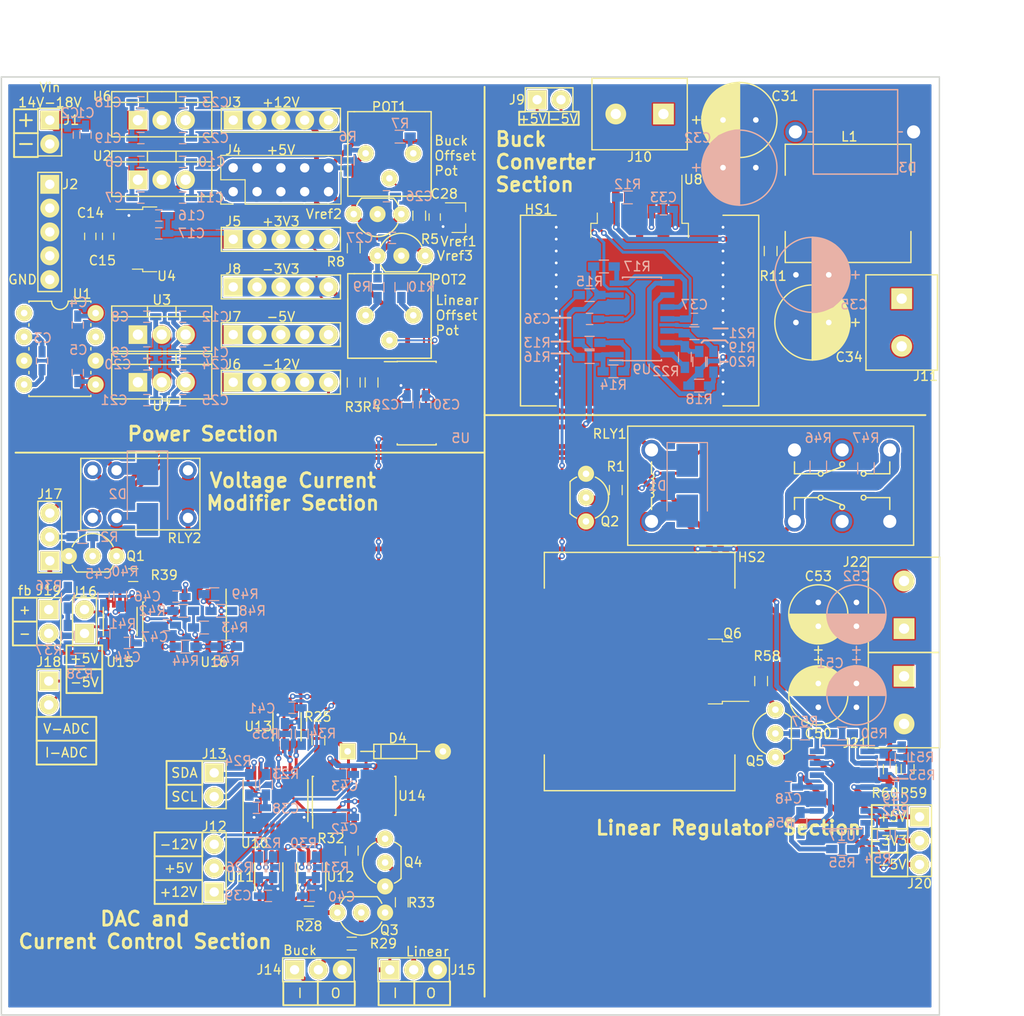
<source format=kicad_pcb>
(kicad_pcb (version 20171130) (host pcbnew "(5.0.2)-1")
  (layers (0 F.Cu signal) (31 B.Cu signal) (34 B.Paste user hide) (35 F.Paste user hide) (36 B.SilkS user) (37 F.SilkS user) (38 B.Mask user hide) (39 F.Mask user hide) (44 Edge.Cuts user))
  (net 0 "")
  (net 1 GND)
  (net 2 "Net-(C3-Pad1)")
  (net 3 "Net-(C3-Pad2)")
  (net 4 +5V)
  (net 5 -5V)
  (net 6 +3V3)
  (net 7 +12V)
  (net 8 -12V)
  (net 9 "Net-(C26-Pad1)")
  (net 10 "Net-(C27-Pad1)")
  (net 11 "Net-(C28-Pad1)")
  (net 12 "Net-(C31-Pad1)")
  (net 13 "Net-(C33-Pad2)")
  (net 14 "Net-(C33-Pad1)")
  (net 15 /BuckVout)
  (net 16 "Net-(C50-Pad1)")
  (net 17 /LinearVout)
  (net 18 "Net-(D1-Pad2)")
  (net 19 "Net-(D2-Pad2)")
  (net 20 "Net-(D4-Pad1)")
  (net 21 -3V3)
  (net 22 /BuckConverter/BuckOutputGND)
  (net 23 /I2C_SCL)
  (net 24 /I2C_SDA)
  (net 25 "/DAC and Current Control/BuckDisable")
  (net 26 "/DAC and Current Control/LinearDisable")
  (net 27 /CurrentSelect)
  (net 28 /VoltageSelect)
  (net 29 /Vfb-Select)
  (net 30 /VoltageADC)
  (net 31 /CurrentADC)
  (net 32 /VoltageCurrentModifier/Vfb-)
  (net 33 /VoltageCurrentModifier/Vfb+)
  (net 34 /LinearRegulator/LinearOutputGND)
  (net 35 "Net-(POT1-Pad2)")
  (net 36 "Net-(POT1-Pad1)")
  (net 37 "Net-(POT2-Pad1)")
  (net 38 "Net-(POT2-Pad2)")
  (net 39 "Net-(POT2-Pad3)")
  (net 40 "Net-(Q1-Pad2)")
  (net 41 "Net-(Q2-Pad2)")
  (net 42 "Net-(Q3-Pad2)")
  (net 43 "Net-(Q3-Pad3)")
  (net 44 "Net-(Q4-Pad3)")
  (net 45 "Net-(Q4-Pad2)")
  (net 46 "Net-(Q5-Pad2)")
  (net 47 "Net-(Q5-Pad3)")
  (net 48 "Net-(R3-Pad1)")
  (net 49 /BuckConverter/Buck1V2fb)
  (net 50 /BuckOffset)
  (net 51 "Net-(R13-Pad1)")
  (net 52 "Net-(R14-Pad1)")
  (net 53 /Buck_DAC)
  (net 54 "Net-(R15-Pad1)")
  (net 55 "Net-(R17-Pad1)")
  (net 56 "Net-(R18-Pad2)")
  (net 57 "Net-(R19-Pad1)")
  (net 58 "Net-(R20-Pad1)")
  (net 59 "Net-(R22-Pad1)")
  (net 60 "Net-(R25-Pad2)")
  (net 61 "/DAC and Current Control/Buck_SDA")
  (net 62 "/DAC and Current Control/Buck_SCL")
  (net 63 "Net-(R28-Pad2)")
  (net 64 "/DAC and Current Control/Linear_SDA")
  (net 65 "/DAC and Current Control/Linear_SCL")
  (net 66 "Net-(R32-Pad2)")
  (net 67 "/DAC and Current Control/Iset_SDA")
  (net 68 "/DAC and Current Control/Iset_SCL")
  (net 69 "Net-(R36-Pad2)")
  (net 70 /VoltageCurrentModifier/V-Output)
  (net 71 "Net-(R39-Pad2)")
  (net 72 "Net-(R42-Pad2)")
  (net 73 "Net-(R42-Pad1)")
  (net 74 "Net-(R44-Pad2)")
  (net 75 "Net-(R44-Pad1)")
  (net 76 /OutputGND)
  (net 77 "Net-(R48-Pad2)")
  (net 78 /LinearOffset)
  (net 79 "Net-(R50-Pad1)")
  (net 80 "Net-(R51-Pad1)")
  (net 81 "Net-(R52-Pad1)")
  (net 82 /Linear_DAC)
  (net 83 "Net-(R54-Pad1)")
  (net 84 "Net-(R55-Pad1)")
  (net 85 /LinearRegulator/LinearVset)
  (net 86 "Net-(R57-Pad2)")
  (net 87 "Net-(R59-Pad2)")
  (net 88 "Net-(U1-Pad7)")
  (net 89 "Net-(U1-Pad1)")
  (net 90 /+4.096Vref)
  (net 91 "Net-(U10-Pad17)")
  (net 92 "Net-(U10-Pad16)")
  (net 93 "Net-(U10-Pad15)")
  (net 94 "Net-(U10-Pad14)")
  (net 95 "Net-(U10-Pad11)")
  (net 96 "Net-(U10-Pad7)")
  (net 97 "Net-(U10-Pad4)")
  (net 98 "Net-(U13-Pad6)")
  (net 99 "/DAC and Current Control/IsetDACBuffered")
  (net 100 "Net-(U15-Pad9)")
  (net 101 "Net-(U15-Pad2)")
  (net 102 /Buck-5V)
  (net 103 /DACCC+5V)
  (net 104 /DACCC+12V)
  (net 105 /DACCC-12V)
  (net 106 /VCMod+5V)
  (net 107 /VCMod-5V)
  (net 108 /Buck+5V)
  (net 109 /Linear+5V)
  (net 110 /Linear-3V3)
  (net 111 /Linear-5V)
  (net 112 +VDC)
  (net 113 -VDC)
  (module Resistors_SMD:R_0603_HandSoldering (layer F.Cu) (at 137.350049 108.228653 270)
    (fp_text reference R32 (at -1.308653 2.218049) (layer F.SilkS))
    (fp_text value 10kΩ)
    (pad 1 smd rect (at -1.1 0 270) (size 1.2 0.9) (layers F.Cu F.Paste F.Mask) (net 44 "Net-(Q4-Pad3)"))
    (pad 2 smd rect (at 1.1 0 270) (size 1.2 0.9) (layers F.Cu F.Paste F.Mask) (net 66 "Net-(R32-Pad2)"))
  )
  (module Resistors_SMD:R_0603_HandSoldering (layer B.Cu) (at 107.08 85.321 270)
    (fp_text reference R37 (at 1.524 2.032) (layer B.SilkS) (effects (justify mirror)))
    (fp_text value 10kΩ)
    (pad 1 smd rect (at -1.1 0 270) (size 1.2 0.9) (layers B.Cu B.Paste B.Mask) (net 69 "Net-(R36-Pad2)"))
    (pad 2 smd rect (at 1.1 0 270) (size 1.2 0.9) (layers B.Cu B.Paste B.Mask) (net 32 /VoltageCurrentModifier/Vfb-))
  )
  (module Resistors_SMD:R_0603_HandSoldering (layer B.Cu) (at 107.08 81.257 270)
    (fp_text reference R36 (at -1.27 2.032) (layer B.SilkS) (effects (justify mirror)))
    (fp_text value 91kΩ)
    (pad 2 smd rect (at 1.1 0 270) (size 1.2 0.9) (layers B.Cu B.Paste B.Mask) (net 69 "Net-(R36-Pad2)"))
    (pad 1 smd rect (at -1.1 0 270) (size 1.2 0.9) (layers B.Cu B.Paste B.Mask) (net 33 /VoltageCurrentModifier/Vfb+))
  )
  (module CustomFootprint:uMAX-10 (layer F.Cu) (at 113.938 83.797 270)
    (fp_text reference U15 (at 4.327 1.285) (layer F.SilkS))
    (fp_text value MAX4525)
    (pad 10 smd rect (at 2.15 0 270) (size 1.35 0.4) (layers F.Cu F.Paste F.Mask) (net 106 /VCMod+5V))
    (pad 9 smd rect (at 2.15 0.65 270) (size 1.35 0.4) (layers F.Cu F.Paste F.Mask) (net 100 "Net-(U15-Pad9)"))
    (pad 8 smd rect (at 2.15 1.3 270) (size 1.35 0.4) (layers F.Cu F.Paste F.Mask) (net 32 /VoltageCurrentModifier/Vfb-))
    (pad 7 smd rect (at 2.15 1.95 270) (size 1.35 0.4) (layers F.Cu F.Paste F.Mask) (net 1 GND))
    (pad 4 smd rect (at -2.15 1.95 270) (size 1.35 0.4) (layers F.Cu F.Paste F.Mask) (net 107 /VCMod-5V))
    (pad 3 smd rect (at -2.15 1.3 270) (size 1.35 0.4) (layers F.Cu F.Paste F.Mask) (net 71 "Net-(R39-Pad2)"))
    (pad 2 smd rect (at -2.15 0.65 270) (size 1.35 0.4) (layers F.Cu F.Paste F.Mask) (net 101 "Net-(U15-Pad2)"))
    (pad 1 smd rect (at -2.15 0 270) (size 1.35 0.4) (layers F.Cu F.Paste F.Mask) (net 69 "Net-(R36-Pad2)"))
    (pad 5 smd rect (at -2.15 2.6 270) (size 1.35 0.4) (layers F.Cu F.Paste F.Mask) (net 107 /VCMod-5V))
    (pad 6 smd rect (at 2.15 2.6 270) (size 1.35 0.4) (layers F.Cu F.Paste F.Mask) (net 29 /Vfb-Select))
  )
  (module Resistors_SMD:R_0603_HandSoldering (layer B.Cu) (at 112.668 81.087 90)
    (fp_text reference R40 (at 2.624 0.508 180) (layer B.SilkS) (effects (justify mirror)))
    (fp_text value 10kΩ)
    (pad 1 smd rect (at -1.1 0 90) (size 1.2 0.9) (layers B.Cu B.Paste B.Mask) (net 71 "Net-(R39-Pad2)"))
    (pad 2 smd rect (at 1.1 0 90) (size 1.2 0.9) (layers B.Cu B.Paste B.Mask) (net 1 GND))
  )
  (module Capacitors_SMD:C_0603_HandSoldering (layer B.Cu) (at 108.966 31.938 270)
    (fp_text reference C1 (at -2.361 -0.004 180) (layer B.SilkS) (effects (justify mirror)))
    (fp_text value 10uF)
    (pad 1 smd rect (at -0.95 0 270) (size 1.2 0.75) (layers B.Cu B.Paste B.Mask) (net 112 +VDC))
    (pad 2 smd rect (at 0.95 0 270) (size 1.2 0.75) (layers B.Cu B.Paste B.Mask) (net 1 GND))
  )
  (module Capacitors_SMD:C_0603_HandSoldering (layer B.Cu) (at 107.061 31.938 270)
    (fp_text reference C2 (at -2.361 -0.258) (layer B.SilkS) (effects (justify mirror)))
    (fp_text value 100nF)
    (pad 1 smd rect (at -0.95 0 270) (size 1.2 0.75) (layers B.Cu B.Paste B.Mask) (net 112 +VDC))
    (pad 2 smd rect (at 0.95 0 270) (size 1.2 0.75) (layers B.Cu B.Paste B.Mask) (net 1 GND))
  )
  (module Capacitors_SMD:C_0603_HandSoldering (layer B.Cu) (at 104.331798 55.995528 270)
    (fp_text reference C3 (at -2.415528 -0.066202) (layer B.SilkS) (effects (justify mirror)))
    (fp_text value 10uF)
    (pad 2 smd rect (at 0.95 0 270) (size 1.2 0.75) (layers B.Cu B.Paste B.Mask) (net 3 "Net-(C3-Pad2)"))
    (pad 1 smd rect (at -0.95 0 270) (size 1.2 0.75) (layers B.Cu B.Paste B.Mask) (net 2 "Net-(C3-Pad1)"))
  )
  (module Capacitors_SMD:C_0603_HandSoldering (layer B.Cu) (at 108.141798 52.185528 90)
    (fp_text reference C4 (at 2.415528 0.066202 180) (layer B.SilkS) (effects (justify mirror)))
    (fp_text value 10uF)
    (pad 2 smd rect (at 0.95 0 90) (size 1.2 0.75) (layers B.Cu B.Paste B.Mask) (net 112 +VDC))
    (pad 1 smd rect (at -0.95 0 90) (size 1.2 0.75) (layers B.Cu B.Paste B.Mask) (net 1 GND))
  )
  (module Capacitors_SMD:C_0603_HandSoldering (layer B.Cu) (at 108.141798 57.265528 270)
    (fp_text reference C5 (at -2.415528 -0.066202) (layer B.SilkS) (effects (justify mirror)))
    (fp_text value 10uF)
    (pad 1 smd rect (at -0.95 0 270) (size 1.2 0.75) (layers B.Cu B.Paste B.Mask) (net 1 GND))
    (pad 2 smd rect (at 0.95 0 270) (size 1.2 0.75) (layers B.Cu B.Paste B.Mask) (net 113 -VDC))
  )
  (module Capacitors_SMD:C_0603_HandSoldering (layer B.Cu) (at 114.869 34.798)
    (fp_text reference C6 (at -2.855 0) (layer B.SilkS) (effects (justify mirror)))
    (fp_text value 10uF)
    (pad 2 smd rect (at 0.95 0) (size 1.2 0.75) (layers B.Cu B.Paste B.Mask) (net 1 GND))
    (pad 1 smd rect (at -0.95 0) (size 1.2 0.75) (layers B.Cu B.Paste B.Mask) (net 112 +VDC))
  )
  (module Capacitors_SMD:C_0603_HandSoldering (layer B.Cu) (at 114.869 38.608)
    (fp_text reference C7 (at -2.855 0) (layer B.SilkS) (effects (justify mirror)))
    (fp_text value 100nF)
    (pad 1 smd rect (at -0.95 0) (size 1.2 0.75) (layers B.Cu B.Paste B.Mask) (net 112 +VDC))
    (pad 2 smd rect (at 0.95 0) (size 1.2 0.75) (layers B.Cu B.Paste B.Mask) (net 1 GND))
  )
  (module Capacitors_SMD:C_0603_HandSoldering (layer B.Cu) (at 115.504 51.308)
    (fp_text reference C8 (at -2.86 0) (layer B.SilkS) (effects (justify mirror)))
    (fp_text value 10uF)
    (pad 2 smd rect (at 0.95 0) (size 1.2 0.75) (layers B.Cu B.Paste B.Mask) (net 113 -VDC))
    (pad 1 smd rect (at -0.95 0) (size 1.2 0.75) (layers B.Cu B.Paste B.Mask) (net 1 GND))
  )
  (module Capacitors_SMD:C_0603_HandSoldering (layer B.Cu) (at 115.509 55.118)
    (fp_text reference C9 (at -2.86 0) (layer B.SilkS) (effects (justify mirror)))
    (fp_text value 100nF)
    (pad 1 smd rect (at -0.95 0) (size 1.2 0.75) (layers B.Cu B.Paste B.Mask) (net 1 GND))
    (pad 2 smd rect (at 0.95 0) (size 1.2 0.75) (layers B.Cu B.Paste B.Mask) (net 113 -VDC))
  )
  (module Capacitors_SMD:C_0603_HandSoldering (layer B.Cu) (at 119.319 34.798 180)
    (fp_text reference C10 (at -3.109 0 180) (layer B.SilkS) (effects (justify mirror)))
    (fp_text value 10uF)
    (pad 2 smd rect (at 0.95 0 180) (size 1.2 0.75) (layers B.Cu B.Paste B.Mask) (net 1 GND))
    (pad 1 smd rect (at -0.95 0 180) (size 1.2 0.75) (layers B.Cu B.Paste B.Mask) (net 4 +5V))
  )
  (module Capacitors_SMD:C_0603_HandSoldering (layer B.Cu) (at 119.319 38.608 180)
    (fp_text reference C11 (at -2.982 0 180) (layer B.SilkS) (effects (justify mirror)))
    (fp_text value 100nF)
    (pad 1 smd rect (at -0.95 0 180) (size 1.2 0.75) (layers B.Cu B.Paste B.Mask) (net 4 +5V))
    (pad 2 smd rect (at 0.95 0 180) (size 1.2 0.75) (layers B.Cu B.Paste B.Mask) (net 1 GND))
  )
  (module Capacitors_SMD:C_0603_HandSoldering (layer B.Cu) (at 119.314 51.308 180)
    (fp_text reference C12 (at -3.495 0 180) (layer B.SilkS) (effects (justify mirror)))
    (fp_text value 10uF)
    (pad 2 smd rect (at 0.95 0 180) (size 1.2 0.75) (layers B.Cu B.Paste B.Mask) (net 5 -5V))
    (pad 1 smd rect (at -0.95 0 180) (size 1.2 0.75) (layers B.Cu B.Paste B.Mask) (net 1 GND))
  )
  (module Capacitors_SMD:C_0603_HandSoldering (layer B.Cu) (at 119.319 55.118 180)
    (fp_text reference C13 (at -3.49 0 180) (layer B.SilkS) (effects (justify mirror)))
    (fp_text value 100nF)
    (pad 1 smd rect (at -0.95 0 180) (size 1.2 0.75) (layers B.Cu B.Paste B.Mask) (net 1 GND))
    (pad 2 smd rect (at 0.95 0 180) (size 1.2 0.75) (layers B.Cu B.Paste B.Mask) (net 5 -5V))
  )
  (module Capacitors_SMD:C_0603_HandSoldering (layer F.Cu) (at 109.474 42.738 90)
    (fp_text reference C14 (at 2.502 0.019 180) (layer F.SilkS))
    (fp_text value 10uF)
    (pad 2 smd rect (at 0.95 0 90) (size 1.2 0.75) (layers F.Cu F.Paste F.Mask) (net 1 GND))
    (pad 1 smd rect (at -0.95 0 90) (size 1.2 0.75) (layers F.Cu F.Paste F.Mask) (net 112 +VDC))
  )
  (module Capacitors_SMD:C_0603_HandSoldering (layer F.Cu) (at 111.379 42.738 90)
    (fp_text reference C15 (at -2.578 -0.616 180) (layer F.SilkS))
    (fp_text value 100nF)
    (pad 2 smd rect (at 0.95 0 90) (size 1.2 0.75) (layers F.Cu F.Paste F.Mask) (net 1 GND))
    (pad 1 smd rect (at -0.95 0 90) (size 1.2 0.75) (layers F.Cu F.Paste F.Mask) (net 112 +VDC))
  )
  (module Capacitors_SMD:C_0603_HandSoldering (layer B.Cu) (at 116.779 40.513 180)
    (fp_text reference C16 (at -3.49 0 180) (layer B.SilkS) (effects (justify mirror)))
    (fp_text value 10uF)
    (pad 1 smd rect (at -0.95 0 180) (size 1.2 0.75) (layers B.Cu B.Paste B.Mask) (net 6 +3V3))
    (pad 2 smd rect (at 0.95 0 180) (size 1.2 0.75) (layers B.Cu B.Paste B.Mask) (net 1 GND))
  )
  (module Capacitors_SMD:C_0603_HandSoldering (layer B.Cu) (at 116.779 42.418 180)
    (fp_text reference C17 (at -3.49 0 180) (layer B.SilkS) (effects (justify mirror)))
    (fp_text value 100nF)
    (pad 2 smd rect (at 0.95 0 180) (size 1.2 0.75) (layers B.Cu B.Paste B.Mask) (net 1 GND))
    (pad 1 smd rect (at -0.95 0 180) (size 1.2 0.75) (layers B.Cu B.Paste B.Mask) (net 6 +3V3))
  )
  (module Capacitors_SMD:C_0603_HandSoldering (layer B.Cu) (at 114.869 28.448)
    (fp_text reference C18 (at -3.49 0) (layer B.SilkS) (effects (justify mirror)))
    (fp_text value 10uF)
    (pad 1 smd rect (at -0.95 0) (size 1.2 0.75) (layers B.Cu B.Paste B.Mask) (net 112 +VDC))
    (pad 2 smd rect (at 0.95 0) (size 1.2 0.75) (layers B.Cu B.Paste B.Mask) (net 1 GND))
  )
  (module Capacitors_SMD:C_0603_HandSoldering (layer B.Cu) (at 114.869 32.258)
    (fp_text reference C19 (at -3.49 0) (layer B.SilkS) (effects (justify mirror)))
    (fp_text value 100nF)
    (pad 2 smd rect (at 0.95 0) (size 1.2 0.75) (layers B.Cu B.Paste B.Mask) (net 1 GND))
    (pad 1 smd rect (at -0.95 0) (size 1.2 0.75) (layers B.Cu B.Paste B.Mask) (net 112 +VDC))
  )
  (module Capacitors_SMD:C_0603_HandSoldering (layer B.Cu) (at 115.504 56.388)
    (fp_text reference C20 (at -3.09 0) (layer B.SilkS) (effects (justify mirror)))
    (fp_text value 10uF)
    (pad 1 smd rect (at -0.95 0) (size 1.2 0.75) (layers B.Cu B.Paste B.Mask) (net 1 GND))
    (pad 2 smd rect (at 0.95 0) (size 1.2 0.75) (layers B.Cu B.Paste B.Mask) (net 113 -VDC))
  )
  (module Capacitors_SMD:C_0603_HandSoldering (layer B.Cu) (at 115.509 60.198)
    (fp_text reference C21 (at -3.495 0) (layer B.SilkS) (effects (justify mirror)))
    (fp_text value 100nF)
    (pad 2 smd rect (at 0.95 0) (size 1.2 0.75) (layers B.Cu B.Paste B.Mask) (net 113 -VDC))
    (pad 1 smd rect (at -0.95 0) (size 1.2 0.75) (layers B.Cu B.Paste B.Mask) (net 1 GND))
  )
  (module Capacitors_SMD:C_0603_HandSoldering (layer B.Cu) (at 119.319 32.258 180)
    (fp_text reference C22 (at -3.49 0 180) (layer B.SilkS) (effects (justify mirror)))
    (fp_text value 10uF)
    (pad 2 smd rect (at 0.95 0 180) (size 1.2 0.75) (layers B.Cu B.Paste B.Mask) (net 1 GND))
    (pad 1 smd rect (at -0.95 0 180) (size 1.2 0.75) (layers B.Cu B.Paste B.Mask) (net 7 +12V))
  )
  (module Capacitors_SMD:C_0603_HandSoldering (layer B.Cu) (at 119.319 28.448 180)
    (fp_text reference C23 (at -3.49 0 180) (layer B.SilkS) (effects (justify mirror)))
    (fp_text value 100nF)
    (pad 1 smd rect (at -0.95 0 180) (size 1.2 0.75) (layers B.Cu B.Paste B.Mask) (net 7 +12V))
    (pad 2 smd rect (at 0.95 0 180) (size 1.2 0.75) (layers B.Cu B.Paste B.Mask) (net 1 GND))
  )
  (module Capacitors_SMD:C_0603_HandSoldering (layer B.Cu) (at 119.319 56.388 180)
    (fp_text reference C24 (at -3.49 0 180) (layer B.SilkS) (effects (justify mirror)))
    (fp_text value 10uF)
    (pad 2 smd rect (at 0.95 0 180) (size 1.2 0.75) (layers B.Cu B.Paste B.Mask) (net 8 -12V))
    (pad 1 smd rect (at -0.95 0 180) (size 1.2 0.75) (layers B.Cu B.Paste B.Mask) (net 1 GND))
  )
  (module Capacitors_SMD:C_0603_HandSoldering (layer B.Cu) (at 119.314 60.198 180)
    (fp_text reference C25 (at -3.495 0 180) (layer B.SilkS) (effects (justify mirror)))
    (fp_text value 100nF)
    (pad 1 smd rect (at -0.95 0 180) (size 1.2 0.75) (layers B.Cu B.Paste B.Mask) (net 1 GND))
    (pad 2 smd rect (at 0.95 0 180) (size 1.2 0.75) (layers B.Cu B.Paste B.Mask) (net 8 -12V))
  )
  (module Capacitors_SMD:C_0603_HandSoldering (layer B.Cu) (at 141.055 38.458 180)
    (fp_text reference C26 (at -3.49 0 180) (layer B.SilkS) (effects (justify mirror)))
    (fp_text value 100nF)
    (pad 1 smd rect (at -0.95 0 180) (size 1.2 0.75) (layers B.Cu B.Paste B.Mask) (net 9 "Net-(C26-Pad1)"))
    (pad 2 smd rect (at 0.95 0 180) (size 1.2 0.75) (layers B.Cu B.Paste B.Mask) (net 1 GND))
  )
  (module Capacitors_SMD:C_0603_HandSoldering (layer B.Cu) (at 141.685 42.903)
    (fp_text reference C27 (at -3.49 0) (layer B.SilkS) (effects (justify mirror)))
    (fp_text value 100nF)
    (pad 1 smd rect (at -0.95 0) (size 1.2 0.75) (layers B.Cu B.Paste B.Mask) (net 10 "Net-(C27-Pad1)"))
    (pad 2 smd rect (at 0.95 0) (size 1.2 0.75) (layers B.Cu B.Paste B.Mask) (net 1 GND))
  )
  (module Capacitors_SMD:C_0603_HandSoldering (layer F.Cu) (at 146.196 40.678 270)
    (fp_text reference C28 (at -2.474 -1.016) (layer F.SilkS))
    (fp_text value 100nF)
    (pad 1 smd rect (at -0.95 0 270) (size 1.2 0.75) (layers F.Cu F.Paste F.Mask) (net 11 "Net-(C28-Pad1)"))
    (pad 2 smd rect (at 0.95 0 270) (size 1.2 0.75) (layers F.Cu F.Paste F.Mask) (net 1 GND))
  )
  (module Capacitors_SMD:C_0603_HandSoldering (layer B.Cu) (at 143.275 60.683 90)
    (fp_text reference C29 (at 0 -2.286 180) (layer B.SilkS) (effects (justify mirror)))
    (fp_text value 100nF)
    (pad 1 smd rect (at -0.95 0 90) (size 1.2 0.75) (layers B.Cu B.Paste B.Mask) (net 1 GND))
    (pad 2 smd rect (at 0.95 0 90) (size 1.2 0.75) (layers B.Cu B.Paste B.Mask) (net 7 +12V))
  )
  (module Capacitors_SMD:C_0603_HandSoldering (layer B.Cu) (at 145.18 60.683 90)
    (fp_text reference C30 (at 0 2.286 180) (layer B.SilkS) (effects (justify mirror)))
    (fp_text value 100nF)
    (pad 2 smd rect (at 0.95 0 90) (size 1.2 0.75) (layers B.Cu B.Paste B.Mask) (net 8 -12V))
    (pad 1 smd rect (at -0.95 0 90) (size 1.2 0.75) (layers B.Cu B.Paste B.Mask) (net 1 GND))
  )
  (module CustomFootprint:Radial-8mm-Pitch-3.5mm-Pin-0.6 (layer F.Cu) (at 178.68 30.33)
    (fp_text reference C31 (at 4.854 -2.54) (layer F.SilkS))
    (fp_text value 100uF)
    (pad 2 thru_hole circle (at 1.75 0) (size 1.362 1.362) (drill 0.6) (layers *.Cu *.Mask) (net 1 GND))
    (pad 1 thru_hole circle (at -1.75 0) (size 1.362 1.362) (drill 0.6) (layers *.Cu *.Mask) (net 12 "Net-(C31-Pad1)"))
  )
  (module CustomFootprint:Radial-8mm-Pitch-3.5mm-Pin-0.6 (layer B.Cu) (at 178.68 35.41)
    (fp_text reference C32 (at -4.445 -3.175) (layer B.SilkS) (effects (justify mirror)))
    (fp_text value 100uF)
    (pad 1 thru_hole circle (at -1.75 0) (size 1.362 1.362) (drill 0.6) (layers *.Cu *.Mask) (net 12 "Net-(C31-Pad1)"))
    (pad 2 thru_hole circle (at 1.75 0) (size 1.362 1.362) (drill 0.6) (layers *.Cu *.Mask) (net 1 GND))
  )
  (module Capacitors_SMD:C_0603_HandSoldering (layer B.Cu) (at 170.58 39.855 180)
    (fp_text reference C33 (at 0 1.27 180) (layer B.SilkS) (effects (justify mirror)))
    (fp_text value 100nF)
    (pad 1 smd rect (at -0.95 0 180) (size 1.2 0.75) (layers B.Cu B.Paste B.Mask) (net 14 "Net-(C33-Pad1)"))
    (pad 2 smd rect (at 0.95 0 180) (size 1.2 0.75) (layers B.Cu B.Paste B.Mask) (net 13 "Net-(C33-Pad2)"))
  )
  (module CustomFootprint:Radial-8mm-Pitch-3.5mm-Pin-0.6 (layer F.Cu) (at 186.455 51.92 180)
    (fp_text reference C34 (at -3.922 -3.692 180) (layer F.SilkS))
    (fp_text value 100uF)
    (pad 1 thru_hole circle (at -1.75 0 180) (size 1.362 1.362) (drill 0.6) (layers *.Cu *.Mask) (net 15 /BuckVout))
    (pad 2 thru_hole circle (at 1.75 0 180) (size 1.362 1.362) (drill 0.6) (layers *.Cu *.Mask) (net 1 GND))
  )
  (module CustomFootprint:Radial-8mm-Pitch-3.5mm-Pin-0.6 (layer B.Cu) (at 186.455 46.84 180)
    (fp_text reference C35 (at -4.445 -3.175) (layer B.SilkS) (effects (justify mirror)))
    (fp_text value 100uF)
    (pad 2 thru_hole circle (at 1.75 0 180) (size 1.362 1.362) (drill 0.6) (layers *.Cu *.Mask) (net 1 GND))
    (pad 1 thru_hole circle (at -1.75 0 180) (size 1.362 1.362) (drill 0.6) (layers *.Cu *.Mask) (net 15 /BuckVout))
  )
  (module Capacitors_SMD:C_0603_HandSoldering (layer B.Cu) (at 162.706 51.539 180)
    (fp_text reference C36 (at 5.588 0 180) (layer B.SilkS) (effects (justify mirror)))
    (fp_text value 100nF)
    (pad 2 smd rect (at 0.95 0 180) (size 1.2 0.75) (layers B.Cu B.Paste B.Mask) (net 1 GND))
    (pad 1 smd rect (at -0.95 0 180) (size 1.2 0.75) (layers B.Cu B.Paste B.Mask) (net 108 /Buck+5V))
  )
  (module Capacitors_SMD:C_0603_HandSoldering (layer B.Cu) (at 173.882 51.539 180)
    (fp_text reference C37 (at 0 1.524 180) (layer B.SilkS) (effects (justify mirror)))
    (fp_text value 100nF)
    (pad 1 smd rect (at -0.95 0 180) (size 1.2 0.75) (layers B.Cu B.Paste B.Mask) (net 1 GND))
    (pad 2 smd rect (at 0.95 0 180) (size 1.2 0.75) (layers B.Cu B.Paste B.Mask) (net 102 /Buck-5V))
  )
  (module Capacitors_SMD:C_0603_HandSoldering (layer B.Cu) (at 127.190049 103.656653 180)
    (fp_text reference C38 (at -3.115951 -0.088347 180) (layer B.SilkS) (effects (justify mirror)))
    (fp_text value 100nF)
    (pad 2 smd rect (at 0.95 0 180) (size 1.2 0.75) (layers B.Cu B.Paste B.Mask) (net 1 GND))
    (pad 1 smd rect (at -0.95 0 180) (size 1.2 0.75) (layers B.Cu B.Paste B.Mask) (net 103 /DACCC+5V))
  )
  (module Capacitors_SMD:C_0603_HandSoldering (layer B.Cu) (at 128.460049 113.054653)
    (fp_text reference C39 (at -3.234049 -0.038653) (layer B.SilkS) (effects (justify mirror)))
    (fp_text value 100nF)
    (pad 2 smd rect (at 0.95 0) (size 1.2 0.75) (layers B.Cu B.Paste B.Mask) (net 1 GND))
    (pad 1 smd rect (at -0.95 0) (size 1.2 0.75) (layers B.Cu B.Paste B.Mask) (net 103 /DACCC+5V))
  )
  (module Capacitors_SMD:C_0603_HandSoldering (layer B.Cu) (at 133.032049 113.054653)
    (fp_text reference C40 (at 3.242951 0.088347) (layer B.SilkS) (effects (justify mirror)))
    (fp_text value 100nF)
    (pad 1 smd rect (at -0.95 0) (size 1.2 0.75) (layers B.Cu B.Paste B.Mask) (net 103 /DACCC+5V))
    (pad 2 smd rect (at 0.95 0) (size 1.2 0.75) (layers B.Cu B.Paste B.Mask) (net 1 GND))
  )
  (module Capacitors_SMD:C_0603_HandSoldering (layer B.Cu) (at 131.000049 92.988653 180)
    (fp_text reference C41 (at 3.234049 -0.088347 180) (layer B.SilkS) (effects (justify mirror)))
    (fp_text value 100nF)
    (pad 2 smd rect (at 0.95 0 180) (size 1.2 0.75) (layers B.Cu B.Paste B.Mask) (net 1 GND))
    (pad 1 smd rect (at -0.95 0 180) (size 1.2 0.75) (layers B.Cu B.Paste B.Mask) (net 103 /DACCC+5V))
  )
  (module Capacitors_SMD:C_0603_HandSoldering (layer B.Cu) (at 136.588049 104.672653)
    (fp_text reference C42 (at 0 1.25) (layer B.SilkS) (effects (justify mirror)))
    (fp_text value 100nF)
    (pad 2 smd rect (at 0.95 0) (size 1.2 0.75) (layers B.Cu B.Paste B.Mask) (net 104 /DACCC+12V))
    (pad 1 smd rect (at -0.95 0) (size 1.2 0.75) (layers B.Cu B.Paste B.Mask) (net 1 GND))
  )
  (module Capacitors_SMD:C_0603_HandSoldering (layer B.Cu) (at 136.588049 100.100653)
    (fp_text reference C43 (at 0 1.25) (layer B.SilkS) (effects (justify mirror)))
    (fp_text value 100nF)
    (pad 1 smd rect (at -0.95 0) (size 1.2 0.75) (layers B.Cu B.Paste B.Mask) (net 1 GND))
    (pad 2 smd rect (at 0.95 0) (size 1.2 0.75) (layers B.Cu B.Paste B.Mask) (net 105 /DACCC-12V))
  )
  (module Capacitors_SMD:C_0603_HandSoldering (layer B.Cu) (at 113.43 86.083)
    (fp_text reference C44 (at 0 1.524 180) (layer B.SilkS) (effects (justify mirror)))
    (fp_text value 100nF)
    (pad 1 smd rect (at -0.95 0) (size 1.2 0.75) (layers B.Cu B.Paste B.Mask) (net 1 GND))
    (pad 2 smd rect (at 0.95 0) (size 1.2 0.75) (layers B.Cu B.Paste B.Mask) (net 106 /VCMod+5V))
  )
  (module Capacitors_SMD:C_0603_HandSoldering (layer B.Cu) (at 110.89 81.069 270)
    (fp_text reference C45 (at -2.352 0.508) (layer B.SilkS) (effects (justify mirror)))
    (fp_text value 100nF)
    (pad 2 smd rect (at 0.95 0 270) (size 1.2 0.75) (layers B.Cu B.Paste B.Mask) (net 107 /VCMod-5V))
    (pad 1 smd rect (at -0.95 0 270) (size 1.2 0.75) (layers B.Cu B.Paste B.Mask) (net 1 GND))
  )
  (module Capacitors_SMD:C_0603_HandSoldering (layer B.Cu) (at 118.622 81.139)
    (fp_text reference C46 (at -3.048 0) (layer B.SilkS) (effects (justify mirror)))
    (fp_text value 100nF)
    (pad 1 smd rect (at -0.95 0) (size 1.2 0.75) (layers B.Cu B.Paste B.Mask) (net 1 GND))
    (pad 2 smd rect (at 0.95 0) (size 1.2 0.75) (layers B.Cu B.Paste B.Mask) (net 106 /VCMod+5V))
  )
  (module Capacitors_SMD:C_0603_HandSoldering (layer B.Cu) (at 117.606 84.187)
    (fp_text reference C47 (at -1.27 1.27 180) (layer B.SilkS) (effects (justify mirror)))
    (fp_text value 100nF)
    (pad 2 smd rect (at 0.95 0) (size 1.2 0.75) (layers B.Cu B.Paste B.Mask) (net 107 /VCMod-5V))
    (pad 1 smd rect (at -0.95 0) (size 1.2 0.75) (layers B.Cu B.Paste B.Mask) (net 1 GND))
  )
  (module Capacitors_SMD:C_0603_HandSoldering (layer B.Cu) (at 183.915 101.45)
    (fp_text reference C48 (at 0 1.25) (layer B.SilkS) (effects (justify mirror)))
    (fp_text value 100nF)
    (pad 2 smd rect (at 0.95 0) (size 1.2 0.75) (layers B.Cu B.Paste B.Mask) (net 111 /Linear-5V))
    (pad 1 smd rect (at -0.95 0) (size 1.2 0.75) (layers B.Cu B.Paste B.Mask) (net 1 GND))
  )
  (module Capacitors_SMD:C_0603_HandSoldering (layer B.Cu) (at 195.345 101.45)
    (fp_text reference C49 (at 0 1.25) (layer B.SilkS) (effects (justify mirror)))
    (fp_text value 100nF)
    (pad 2 smd rect (at 0.95 0) (size 1.2 0.75) (layers B.Cu B.Paste B.Mask) (net 1 GND))
    (pad 1 smd rect (at -0.95 0) (size 1.2 0.75) (layers B.Cu B.Paste B.Mask) (net 109 /Linear+5V))
  )
  (module CustomFootprint:Radial-6mm-Pitch-2.5mm-Pin-0.6mm (layer F.Cu) (at 187.09 91.671 270)
    (fp_text reference C50 (at 4.064 0) (layer F.SilkS))
    (fp_text value 47uF)
    (pad 1 thru_hole circle (at -1.27 0 270) (size 1.362 1.362) (drill 0.6) (layers *.Cu *.Mask) (net 16 "Net-(C50-Pad1)"))
    (pad 2 thru_hole circle (at 1.27 0 270) (size 1.362 1.362) (drill 0.6) (layers *.Cu *.Mask) (net 1 GND))
  )
  (module CustomFootprint:Radial-6mm-Pitch-2.5mm-Pin-0.6mm (layer B.Cu) (at 191.154 91.671 270)
    (fp_text reference C51 (at -3.429 2.794) (layer B.SilkS) (effects (justify mirror)))
    (fp_text value 47uF)
    (pad 2 thru_hole circle (at 1.27 0 270) (size 1.362 1.362) (drill 0.6) (layers *.Cu *.Mask) (net 1 GND))
    (pad 1 thru_hole circle (at -1.27 0 270) (size 1.362 1.362) (drill 0.6) (layers *.Cu *.Mask) (net 16 "Net-(C50-Pad1)"))
  )
  (module CustomFootprint:Radial-6mm-Pitch-2.5mm-Pin-0.6mm (layer B.Cu) (at 191.154 83.035 90)
    (fp_text reference C52 (at 4.064 0) (layer B.SilkS) (effects (justify mirror)))
    (fp_text value 47uF)
    (pad 1 thru_hole circle (at -1.27 0 90) (size 1.362 1.362) (drill 0.6) (layers *.Cu *.Mask) (net 17 /LinearVout))
    (pad 2 thru_hole circle (at 1.27 0 90) (size 1.362 1.362) (drill 0.6) (layers *.Cu *.Mask) (net 1 GND))
  )
  (module CustomFootprint:Radial-6mm-Pitch-2.5mm-Pin-0.6mm (layer F.Cu) (at 187.09 83.035 90)
    (fp_text reference C53 (at 4.064 0 180) (layer F.SilkS))
    (fp_text value 47uF)
    (pad 2 thru_hole circle (at 1.27 0 90) (size 1.362 1.362) (drill 0.6) (layers *.Cu *.Mask) (net 1 GND))
    (pad 1 thru_hole circle (at -1.27 0 90) (size 1.362 1.362) (drill 0.6) (layers *.Cu *.Mask) (net 17 /LinearVout))
  )
  (module Diodes_SMD:D_SMB_Handsoldering (layer B.Cu) (at 173.12 69.319 270)
    (fp_text reference D1 (at 0.009 3.19) (layer B.SilkS) (effects (justify mirror)))
    (fp_text value S2A)
    (pad 2 smd rect (at 2.7 0 270) (size 3.5 2.3) (layers B.Cu B.Paste B.Mask) (net 18 "Net-(D1-Pad2)"))
    (pad 1 smd rect (at -2.7 0 270) (size 3.5 2.3) (layers B.Cu B.Paste B.Mask) (net 4 +5V))
  )
  (module Diodes_SMD:D_SMB_Handsoldering (layer B.Cu) (at 115.574 70.217 270)
    (fp_text reference D2 (at 0 3.175) (layer B.SilkS) (effects (justify mirror)))
    (fp_text value S2A)
    (pad 1 smd rect (at -2.7 0 270) (size 3.5 2.3) (layers B.Cu B.Paste B.Mask) (net 4 +5V))
    (pad 2 smd rect (at 2.7 0 270) (size 3.5 2.3) (layers B.Cu B.Paste B.Mask) (net 19 "Net-(D2-Pad2)"))
  )
  (module CustomFootprint:Diode-Radial-9mm-length-9mm-pitch-12.7mm (layer B.Cu) (at 184.55 31.6)
    (fp_text reference D3 (at 12.065 3.81) (layer B.SilkS) (effects (justify mirror)))
    (fp_text value 15SQ045)
    (pad 1 thru_hole circle (at 0.1 0) (size 2.162 2.162) (drill 1.4) (layers *.Cu *.Mask) (net 14 "Net-(C33-Pad1)"))
    (pad 2 thru_hole circle (at 12.7 0) (size 2.162 2.162) (drill 1.4) (layers *.Cu *.Mask) (net 1 GND))
  )
  (module CustomFootprint:1N4148 (layer F.Cu) (at 136.91 97.649)
    (fp_text reference D4 (at 5.334 -1.397) (layer F.SilkS))
    (fp_text value 1N914)
    (pad 2 thru_hole circle (at 10.16 0) (size 1.716 1.716) (drill 0.7) (layers *.Cu *.Mask F.SilkS) (net 1 GND))
    (pad 1 thru_hole rect (at 0.00052 -0.00254 180) (size 1.716 1.716) (drill 0.7) (layers *.Cu *.Mask F.SilkS) (net 20 "Net-(D4-Pad1)"))
  )
  (module CustomFootprint:Pin_Header_Straight_1x02 (layer F.Cu) (at 105.156 30.353)
    (fp_text reference J1 (at 2.29 -0.014) (layer F.SilkS))
    (fp_text value +14Vin)
    (pad 2 thru_hole circle (at 0 2.54) (size 2.016 2.016) (drill 1) (layers *.Cu *.Mask F.SilkS) (net 1 GND))
    (pad 1 thru_hole rect (at 0 0) (size 2.016 2.016) (drill 1) (layers *.Cu *.Mask F.SilkS) (net 112 +VDC))
  )
  (module CustomFootprint:Pin_Header_Straight_1x05 (layer F.Cu) (at 105.156 37.188)
    (fp_text reference J2 (at 2.178 0 180) (layer F.SilkS))
    (fp_text value GND)
    (pad 5 thru_hole circle (at 0 10.16) (size 2.016 2.016) (drill 1) (layers *.Cu *.Mask F.SilkS) (net 1 GND))
    (pad 4 thru_hole circle (at 0 7.62) (size 2.016 2.016) (drill 1) (layers *.Cu *.Mask F.SilkS) (net 1 GND))
    (pad 3 thru_hole circle (at 0 5.08) (size 2.016 2.016) (drill 1) (layers *.Cu *.Mask F.SilkS) (net 1 GND))
    (pad 2 thru_hole circle (at 0 2.54) (size 2.016 2.016) (drill 1) (layers *.Cu *.Mask F.SilkS) (net 1 GND))
    (pad 1 thru_hole rect (at 0 0) (size 2.016 2.016) (drill 1) (layers *.Cu *.Mask F.SilkS) (net 1 GND))
  )
  (module CustomFootprint:Pin_Header_Straight_1x05 (layer F.Cu) (at 124.714 30.353 90)
    (fp_text reference J3 (at 1.905 0 180) (layer F.SilkS))
    (fp_text value +12V)
    (pad 1 thru_hole rect (at 0 0 90) (size 2.016 2.016) (drill 1) (layers *.Cu *.Mask F.SilkS) (net 7 +12V))
    (pad 2 thru_hole circle (at 0 2.54 90) (size 2.016 2.016) (drill 1) (layers *.Cu *.Mask F.SilkS) (net 7 +12V))
    (pad 3 thru_hole circle (at 0 5.08 90) (size 2.016 2.016) (drill 1) (layers *.Cu *.Mask F.SilkS) (net 7 +12V))
    (pad 4 thru_hole circle (at 0 7.62 90) (size 2.016 2.016) (drill 1) (layers *.Cu *.Mask F.SilkS) (net 7 +12V))
    (pad 5 thru_hole circle (at 0 10.16 90) (size 2.016 2.016) (drill 1) (layers *.Cu *.Mask F.SilkS) (net 7 +12V))
  )
  (module Pin_Headers:Pin_Header_Straight_2x05_Pitch2.54mm (layer F.Cu) (at 124.714 37.973 90)
    (fp_text reference J4 (at 4.445 0 180) (layer F.SilkS))
    (fp_text value +5V)
    (pad 10 thru_hole oval (at 2.54 10.16 90) (size 1.7 1.7) (drill 1) (layers *.Cu *.Mask) (net 4 +5V))
    (pad 9 thru_hole oval (at 0 10.16 90) (size 1.7 1.7) (drill 1) (layers *.Cu *.Mask) (net 4 +5V))
    (pad 8 thru_hole oval (at 2.54 7.62 90) (size 1.7 1.7) (drill 1) (layers *.Cu *.Mask) (net 4 +5V))
    (pad 7 thru_hole oval (at 0 7.62 90) (size 1.7 1.7) (drill 1) (layers *.Cu *.Mask) (net 4 +5V))
    (pad 6 thru_hole oval (at 2.54 5.08 90) (size 1.7 1.7) (drill 1) (layers *.Cu *.Mask) (net 4 +5V))
    (pad 5 thru_hole oval (at 0 5.08 90) (size 1.7 1.7) (drill 1) (layers *.Cu *.Mask) (net 4 +5V))
    (pad 4 thru_hole oval (at 2.54 2.54 90) (size 1.7 1.7) (drill 1) (layers *.Cu *.Mask) (net 4 +5V))
    (pad 3 thru_hole oval (at 0 2.54 90) (size 1.7 1.7) (drill 1) (layers *.Cu *.Mask) (net 4 +5V))
    (pad 2 thru_hole oval (at 2.54 0 90) (size 1.7 1.7) (drill 1) (layers *.Cu *.Mask) (net 4 +5V))
    (pad 1 thru_hole rect (at 0 0 90) (size 1.7 1.7) (drill 1) (layers *.Cu *.Mask) (net 4 +5V))
  )
  (module CustomFootprint:Pin_Header_Straight_1x05 (layer F.Cu) (at 124.714 43.053 90)
    (fp_text reference J5 (at 1.905 0 180) (layer F.SilkS))
    (fp_text value +3V3)
    (pad 1 thru_hole rect (at 0 0 90) (size 2.016 2.016) (drill 1) (layers *.Cu *.Mask F.SilkS) (net 6 +3V3))
    (pad 2 thru_hole circle (at 0 2.54 90) (size 2.016 2.016) (drill 1) (layers *.Cu *.Mask F.SilkS) (net 6 +3V3))
    (pad 3 thru_hole circle (at 0 5.08 90) (size 2.016 2.016) (drill 1) (layers *.Cu *.Mask F.SilkS) (net 6 +3V3))
    (pad 4 thru_hole circle (at 0 7.62 90) (size 2.016 2.016) (drill 1) (layers *.Cu *.Mask F.SilkS) (net 6 +3V3))
    (pad 5 thru_hole circle (at 0 10.16 90) (size 2.016 2.016) (drill 1) (layers *.Cu *.Mask F.SilkS) (net 6 +3V3))
  )
  (module CustomFootprint:Pin_Header_Straight_1x05 (layer F.Cu) (at 124.714 58.293 90)
    (fp_text reference J6 (at 1.905 0 180) (layer F.SilkS))
    (fp_text value -12V)
    (pad 5 thru_hole circle (at 0 10.16 90) (size 2.016 2.016) (drill 1) (layers *.Cu *.Mask F.SilkS) (net 8 -12V))
    (pad 4 thru_hole circle (at 0 7.62 90) (size 2.016 2.016) (drill 1) (layers *.Cu *.Mask F.SilkS) (net 8 -12V))
    (pad 3 thru_hole circle (at 0 5.08 90) (size 2.016 2.016) (drill 1) (layers *.Cu *.Mask F.SilkS) (net 8 -12V))
    (pad 2 thru_hole circle (at 0 2.54 90) (size 2.016 2.016) (drill 1) (layers *.Cu *.Mask F.SilkS) (net 8 -12V))
    (pad 1 thru_hole rect (at 0 0 90) (size 2.016 2.016) (drill 1) (layers *.Cu *.Mask F.SilkS) (net 8 -12V))
  )
  (module CustomFootprint:Pin_Header_Straight_1x05 (layer F.Cu) (at 124.714 53.213 90)
    (fp_text reference J7 (at 1.905 0 180) (layer F.SilkS))
    (fp_text value -5V)
    (pad 1 thru_hole rect (at 0 0 90) (size 2.016 2.016) (drill 1) (layers *.Cu *.Mask F.SilkS) (net 5 -5V))
    (pad 2 thru_hole circle (at 0 2.54 90) (size 2.016 2.016) (drill 1) (layers *.Cu *.Mask F.SilkS) (net 5 -5V))
    (pad 3 thru_hole circle (at 0 5.08 90) (size 2.016 2.016) (drill 1) (layers *.Cu *.Mask F.SilkS) (net 5 -5V))
    (pad 4 thru_hole circle (at 0 7.62 90) (size 2.016 2.016) (drill 1) (layers *.Cu *.Mask F.SilkS) (net 5 -5V))
    (pad 5 thru_hole circle (at 0 10.16 90) (size 2.016 2.016) (drill 1) (layers *.Cu *.Mask F.SilkS) (net 5 -5V))
  )
  (module CustomFootprint:Pin_Header_Straight_1x05 (layer F.Cu) (at 124.714 48.133 90)
    (fp_text reference J8 (at 1.905 0 180) (layer F.SilkS))
    (fp_text value -3V3)
    (pad 5 thru_hole circle (at 0 10.16 90) (size 2.016 2.016) (drill 1) (layers *.Cu *.Mask F.SilkS) (net 21 -3V3))
    (pad 4 thru_hole circle (at 0 7.62 90) (size 2.016 2.016) (drill 1) (layers *.Cu *.Mask F.SilkS) (net 21 -3V3))
    (pad 3 thru_hole circle (at 0 5.08 90) (size 2.016 2.016) (drill 1) (layers *.Cu *.Mask F.SilkS) (net 21 -3V3))
    (pad 2 thru_hole circle (at 0 2.54 90) (size 2.016 2.016) (drill 1) (layers *.Cu *.Mask F.SilkS) (net 21 -3V3))
    (pad 1 thru_hole rect (at 0 0 90) (size 2.016 2.016) (drill 1) (layers *.Cu *.Mask F.SilkS) (net 21 -3V3))
  )
  (module CustomFootprint:Pin_Header_Straight_1x02 (layer F.Cu) (at 157.118 28.171 90)
    (fp_text reference J9 (at 0 -2.159 180) (layer F.SilkS))
    (fp_text value "Buck Power")
    (pad 1 thru_hole rect (at 0 0 90) (size 2.016 2.016) (drill 1) (layers *.Cu *.Mask F.SilkS) (net 108 /Buck+5V))
    (pad 2 thru_hole circle (at 0 2.54 90) (size 2.016 2.016) (drill 1) (layers *.Cu *.Mask F.SilkS) (net 102 /Buck-5V))
  )
  (module CustomFootprint:Terminal_Block-5mm (layer F.Cu) (at 168.04 29.695 180)
    (fp_text reference J10 (at 0 -4.572 180) (layer F.SilkS))
    (fp_text value Vin)
    (pad 2 thru_hole circle (at 2.54 0 180) (size 2.216 2.216) (drill 1.1) (layers *.Cu *.Mask F.SilkS) (net 1 GND))
    (pad 1 thru_hole rect (at -2.54 0 180) (size 2.216 2.216) (drill 1.1) (layers *.Cu *.Mask F.SilkS) (net 12 "Net-(C31-Pad1)"))
  )
  (module CustomFootprint:Terminal_Block-5mm (layer F.Cu) (at 195.98 51.92 270)
    (fp_text reference J11 (at 5.715 -2.54) (layer F.SilkS))
    (fp_text value Vout)
    (pad 1 thru_hole rect (at -2.54 0 270) (size 2.216 2.216) (drill 1.1) (layers *.Cu *.Mask F.SilkS) (net 15 /BuckVout))
    (pad 2 thru_hole circle (at 2.54 0 270) (size 2.216 2.216) (drill 1.1) (layers *.Cu *.Mask F.SilkS) (net 22 /BuckConverter/BuckOutputGND))
  )
  (module CustomFootprint:Pin_Header_Straight_1x03 (layer F.Cu) (at 122.686 112.635 180)
    (fp_text reference J12 (at 0 6.985 180) (layer F.SilkS))
    (fp_text value "DAC&CC Power")
    (pad 3 thru_hole circle (at 0 5.08 180) (size 2.016 2.016) (drill 1) (layers *.Cu *.Mask F.SilkS) (net 105 /DACCC-12V))
    (pad 2 thru_hole circle (at 0 2.54 180) (size 2.016 2.016) (drill 1) (layers *.Cu *.Mask F.SilkS) (net 103 /DACCC+5V))
    (pad 1 thru_hole rect (at 0 0 180) (size 2.016 2.016) (drill 1) (layers *.Cu *.Mask F.SilkS) (net 104 /DACCC+12V))
  )
  (module CustomFootprint:Pin_Header_Straight_1x02 (layer F.Cu) (at 122.686 99.935)
    (fp_text reference J13 (at 0 -2.032) (layer F.SilkS))
    (fp_text value "DAC&CC Digital I/O")
    (pad 2 thru_hole circle (at 0 2.54) (size 2.016 2.016) (drill 1) (layers *.Cu *.Mask F.SilkS) (net 23 /I2C_SCL))
    (pad 1 thru_hole rect (at 0 0) (size 2.016 2.016) (drill 1) (layers *.Cu *.Mask F.SilkS) (net 24 /I2C_SDA))
  )
  (module CustomFootprint:Pin_Header_Straight_1x03 (layer F.Cu) (at 131.254049 120.928653 90)
    (fp_text reference J14 (at 0 -2.726049 180) (layer F.SilkS))
    (fp_text value BuckEnable)
    (pad 1 thru_hole rect (at 0 0 90) (size 2.016 2.016) (drill 1) (layers *.Cu *.Mask F.SilkS) (net 20 "Net-(D4-Pad1)"))
    (pad 2 thru_hole circle (at 0 2.54 90) (size 2.016 2.016) (drill 1) (layers *.Cu *.Mask F.SilkS) (net 25 "/DAC and Current Control/BuckDisable"))
    (pad 3 thru_hole circle (at 0 5.08 90) (size 2.016 2.016) (drill 1) (layers *.Cu *.Mask F.SilkS) (net 1 GND))
  )
  (module CustomFootprint:Pin_Header_Straight_1x03 (layer F.Cu) (at 141.414049 120.928653 90)
    (fp_text reference J15 (at 0 7.814951 180) (layer F.SilkS))
    (fp_text value LinearEnable)
    (pad 3 thru_hole circle (at 0 5.08 90) (size 2.016 2.016) (drill 1) (layers *.Cu *.Mask F.SilkS) (net 1 GND))
    (pad 2 thru_hole circle (at 0 2.54 90) (size 2.016 2.016) (drill 1) (layers *.Cu *.Mask F.SilkS) (net 26 "/DAC and Current Control/LinearDisable"))
    (pad 1 thru_hole rect (at 0 0 90) (size 2.016 2.016) (drill 1) (layers *.Cu *.Mask F.SilkS) (net 20 "Net-(D4-Pad1)"))
  )
  (module CustomFootprint:Pin_Header_Straight_1x02 (layer F.Cu) (at 108.858 85.067 180)
    (fp_text reference J16 (at 0 4.436 180) (layer F.SilkS))
    (fp_text value "VCMod Power")
    (pad 2 thru_hole circle (at 0 2.54 180) (size 2.016 2.016) (drill 1) (layers *.Cu *.Mask F.SilkS) (net 107 /VCMod-5V))
    (pad 1 thru_hole rect (at 0 0 180) (size 2.016 2.016) (drill 1) (layers *.Cu *.Mask F.SilkS) (net 106 /VCMod+5V))
  )
  (module CustomFootprint:Pin_Header_Straight_1x03 (layer F.Cu) (at 105.16 77.329 180)
    (fp_text reference J17 (at 0 7.112 180) (layer F.SilkS))
    (fp_text value "VCMod Digital I/O")
    (pad 3 thru_hole circle (at 0 5.08 180) (size 2.016 2.016) (drill 1) (layers *.Cu *.Mask F.SilkS) (net 27 /CurrentSelect))
    (pad 2 thru_hole circle (at 0 2.54 180) (size 2.016 2.016) (drill 1) (layers *.Cu *.Mask F.SilkS) (net 28 /VoltageSelect))
    (pad 1 thru_hole rect (at 0 0 180) (size 2.016 2.016) (drill 1) (layers *.Cu *.Mask F.SilkS) (net 29 /Vfb-Select))
  )
  (module CustomFootprint:Pin_Header_Straight_1x02 (layer F.Cu) (at 105.048 90.147)
    (fp_text reference J18 (at 0 -2.032) (layer F.SilkS))
    (fp_text value "VCMod Analog I/O")
    (pad 1 thru_hole rect (at 0 0) (size 2.016 2.016) (drill 1) (layers *.Cu *.Mask F.SilkS) (net 30 /VoltageADC))
    (pad 2 thru_hole circle (at 0 2.54) (size 2.016 2.016) (drill 1) (layers *.Cu *.Mask F.SilkS) (net 31 /CurrentADC))
  )
  (module CustomFootprint:Pin_Header_Straight_1x02 (layer F.Cu) (at 105.048 82.527)
    (fp_text reference J19 (at 0 -2.032) (layer F.SilkS))
    (fp_text value Vfb)
    (pad 1 thru_hole rect (at 0 0) (size 2.016 2.016) (drill 1) (layers *.Cu *.Mask F.SilkS) (net 33 /VoltageCurrentModifier/Vfb+))
    (pad 2 thru_hole circle (at 0 2.54) (size 2.016 2.016) (drill 1) (layers *.Cu *.Mask F.SilkS) (net 32 /VoltageCurrentModifier/Vfb-))
  )
  (module CustomFootprint:Pin_Header_Straight_1x03 (layer F.Cu) (at 197.885 104.625)
    (fp_text reference J20 (at 0 7.112) (layer F.SilkS))
    (fp_text value "Linear Power")
    (pad 1 thru_hole rect (at 0 0) (size 2.016 2.016) (drill 1) (layers *.Cu *.Mask F.SilkS) (net 109 /Linear+5V))
    (pad 2 thru_hole circle (at 0 2.54) (size 2.016 2.016) (drill 1) (layers *.Cu *.Mask F.SilkS) (net 110 /Linear-3V3))
    (pad 3 thru_hole circle (at 0 5.08) (size 2.016 2.016) (drill 1) (layers *.Cu *.Mask F.SilkS) (net 111 /Linear-5V))
  )
  (module CustomFootprint:Terminal_Block-5mm (layer F.Cu) (at 196.234 92.179 270)
    (fp_text reference J21 (at 4.572 5.207) (layer F.SilkS))
    (fp_text value Vin)
    (pad 2 thru_hole circle (at 2.54 0 270) (size 2.216 2.216) (drill 1.1) (layers *.Cu *.Mask F.SilkS) (net 1 GND))
    (pad 1 thru_hole rect (at -2.54 0 270) (size 2.216 2.216) (drill 1.1) (layers *.Cu *.Mask F.SilkS) (net 16 "Net-(C50-Pad1)"))
  )
  (module CustomFootprint:Terminal_Block-5mm (layer F.Cu) (at 196.234 82.019 90)
    (fp_text reference J22 (at 4.572 -5.207 180) (layer F.SilkS))
    (fp_text value Vout)
    (pad 1 thru_hole rect (at -2.54 0 90) (size 2.216 2.216) (drill 1.1) (layers *.Cu *.Mask F.SilkS) (net 17 /LinearVout))
    (pad 2 thru_hole circle (at 2.54 0 90) (size 2.216 2.216) (drill 1.1) (layers *.Cu *.Mask F.SilkS) (net 34 /LinearRegulator/LinearOutputGND))
  )
  (module CustomFootprint:Inductor_SMD_13X13 (layer F.Cu) (at 190.265 39.22)
    (fp_text reference L1 (at 0.127 -7.112) (layer F.SilkS))
    (fp_text value 22uH)
    (pad 1 smd rect (at -6.625 0) (size 4.25 5) (layers F.Cu F.Paste F.Mask) (net 14 "Net-(C33-Pad1)"))
    (pad 2 smd rect (at 6.625 0) (size 4.25 5) (layers F.Cu F.Paste F.Mask) (net 15 /BuckVout))
  )
  (module CustomFootprint:Potentiometer_Bourns_3386 (layer F.Cu) (at 143.91 33.886)
    (fp_text reference POT1 (at -2.54 -4.953) (layer F.SilkS))
    (fp_text value 2kΩ)
    (pad 1 thru_hole circle (at 0 0) (size 1.716 1.716) (drill 0.7) (layers *.Cu *.Mask F.SilkS) (net 36 "Net-(POT1-Pad1)"))
    (pad 2 thru_hole circle (at -2.54 2.667) (size 1.716 1.716) (drill 0.7) (layers *.Cu *.Mask F.SilkS) (net 35 "Net-(POT1-Pad2)"))
    (pad 3 thru_hole circle (at -5.08 0) (size 1.716 1.716) (drill 0.7) (layers *.Cu *.Mask F.SilkS) (net 9 "Net-(C26-Pad1)"))
  )
  (module CustomFootprint:Potentiometer_Bourns_3386 (layer F.Cu) (at 143.91 51.158)
    (fp_text reference POT2 (at 3.81 -3.81) (layer F.SilkS))
    (fp_text value 1kΩ)
    (pad 3 thru_hole circle (at -5.08 0) (size 1.716 1.716) (drill 0.7) (layers *.Cu *.Mask F.SilkS) (net 39 "Net-(POT2-Pad3)"))
    (pad 2 thru_hole circle (at -2.54 2.667) (size 1.716 1.716) (drill 0.7) (layers *.Cu *.Mask F.SilkS) (net 38 "Net-(POT2-Pad2)"))
    (pad 1 thru_hole circle (at 0 0) (size 1.716 1.716) (drill 0.7) (layers *.Cu *.Mask F.SilkS) (net 37 "Net-(POT2-Pad1)"))
  )
  (module CustomFootprint:TO-92_Inline_Wide (layer F.Cu) (at 107.192 76.821)
    (fp_text reference Q1 (at 7.112 0) (layer F.SilkS))
    (fp_text value 2N3904)
    (pad 1 thru_hole circle (at 0 0 90) (size 1.716 1.716) (drill 0.7) (layers *.Cu *.Mask F.SilkS) (net 1 GND))
    (pad 3 thru_hole circle (at 5.08 0 90) (size 1.716 1.716) (drill 0.7) (layers *.Cu *.Mask F.SilkS) (net 19 "Net-(D2-Pad2)"))
    (pad 2 thru_hole circle (at 2.54 0 90) (size 1.716 1.716) (drill 0.7) (layers *.Cu *.Mask F.SilkS) (net 40 "Net-(Q1-Pad2)"))
  )
  (module CustomFootprint:TO-92_Inline_Wide (layer F.Cu) (at 162.325 68.049 270)
    (fp_text reference Q2 (at 5.08 -2.54 180) (layer F.SilkS))
    (fp_text value 2N3904)
    (pad 1 thru_hole circle (at 0 0) (size 1.716 1.716) (drill 0.7) (layers *.Cu *.Mask F.SilkS) (net 1 GND))
    (pad 3 thru_hole circle (at 5.08 0) (size 1.716 1.716) (drill 0.7) (layers *.Cu *.Mask F.SilkS) (net 18 "Net-(D1-Pad2)"))
    (pad 2 thru_hole circle (at 2.54 0) (size 1.716 1.716) (drill 0.7) (layers *.Cu *.Mask F.SilkS) (net 41 "Net-(Q2-Pad2)"))
  )
  (module CustomFootprint:TO-92_Inline_Wide (layer F.Cu) (at 140.906049 114.832653 180)
    (fp_text reference Q3 (at -0.448951 -1.866347 180) (layer F.SilkS))
    (fp_text value 2N3904)
    (pad 1 thru_hole circle (at 0 0 270) (size 1.716 1.716) (drill 0.7) (layers *.Cu *.Mask F.SilkS) (net 1 GND))
    (pad 3 thru_hole circle (at 5.08 0 270) (size 1.716 1.716) (drill 0.7) (layers *.Cu *.Mask F.SilkS) (net 43 "Net-(Q3-Pad3)"))
    (pad 2 thru_hole circle (at 2.54 0 270) (size 1.716 1.716) (drill 0.7) (layers *.Cu *.Mask F.SilkS) (net 42 "Net-(Q3-Pad2)"))
  )
  (module CustomFootprint:TO-92_Inline_Wide (layer F.Cu) (at 140.906049 112.038653 90)
    (fp_text reference Q4 (at 2.578653 2.988951) (layer F.SilkS))
    (fp_text value 2N3904)
    (pad 2 thru_hole circle (at 2.54 0 180) (size 1.716 1.716) (drill 0.7) (layers *.Cu *.Mask F.SilkS) (net 45 "Net-(Q4-Pad2)"))
    (pad 3 thru_hole circle (at 5.08 0 180) (size 1.716 1.716) (drill 0.7) (layers *.Cu *.Mask F.SilkS) (net 44 "Net-(Q4-Pad3)"))
    (pad 1 thru_hole circle (at 0 0 180) (size 1.716 1.716) (drill 0.7) (layers *.Cu *.Mask F.SilkS) (net 1 GND))
  )
  (module CustomFootprint:TO-92_Inline_Wide (layer F.Cu) (at 182.518 98.275 90)
    (fp_text reference Q5 (at -0.39 -2.174) (layer F.SilkS))
    (fp_text value 2N3904)
    (pad 1 thru_hole circle (at 0 0 180) (size 1.716 1.716) (drill 0.7) (layers *.Cu *.Mask F.SilkS) (net 110 /Linear-3V3))
    (pad 3 thru_hole circle (at 5.08 0 180) (size 1.716 1.716) (drill 0.7) (layers *.Cu *.Mask F.SilkS) (net 47 "Net-(Q5-Pad3)"))
    (pad 2 thru_hole circle (at 2.54 0 180) (size 1.716 1.716) (drill 0.7) (layers *.Cu *.Mask F.SilkS) (net 46 "Net-(Q5-Pad2)"))
  )
  (module TO_SOT_Packages_SMD:TO-252-3_TabPin2 (layer F.Cu) (at 174.39 89.131 180)
    (fp_text reference Q6 (at -3.556 4.064 180) (layer F.SilkS))
    (fp_text value IPD90P03P4L-04)
    (pad 2 smd rect (at 0.425 1.525 180) (size 3.05 2.75) (layers F.Cu F.Paste) (net 16 "Net-(C50-Pad1)"))
    (pad 2 smd rect (at 3.775 -1.525 180) (size 3.05 2.75) (layers F.Cu F.Paste) (net 16 "Net-(C50-Pad1)"))
    (pad 2 smd rect (at 0.425 -1.525 180) (size 3.05 2.75) (layers F.Cu F.Paste) (net 16 "Net-(C50-Pad1)"))
    (pad 2 smd rect (at 3.775 1.525 180) (size 3.05 2.75) (layers F.Cu F.Paste) (net 16 "Net-(C50-Pad1)"))
    (pad 2 smd rect (at 2.1 0 180) (size 6.4 5.8) (layers F.Cu F.Mask) (net 16 "Net-(C50-Pad1)"))
    (pad 3 smd rect (at -4.2 2.28 180) (size 2.2 1.2) (layers F.Cu F.Paste F.Mask) (net 17 /LinearVout))
    (pad 2 smd rect (at -4.2 0 180) (size 2.2 1.2) (layers F.Cu F.Paste F.Mask) (net 16 "Net-(C50-Pad1)"))
    (pad 1 smd rect (at -4.2 -2.28 180) (size 2.2 1.2) (layers F.Cu F.Paste F.Mask) (net 47 "Net-(Q5-Pad3)"))
  )
  (module Resistors_SMD:R_0603_HandSoldering (layer F.Cu) (at 165.5 69.784 90)
    (fp_text reference R1 (at 2.497 0 180) (layer F.SilkS))
    (fp_text value 1kΩ)
    (pad 2 smd rect (at 1.1 0 90) (size 1.2 0.9) (layers F.Cu F.Paste F.Mask) (net 27 /CurrentSelect))
    (pad 1 smd rect (at -1.1 0 90) (size 1.2 0.9) (layers F.Cu F.Paste F.Mask) (net 41 "Net-(Q2-Pad2)"))
  )
  (module Resistors_SMD:R_0603_HandSoldering (layer B.Cu) (at 108.632 74.789 180)
    (fp_text reference R2 (at -2.878 0 180) (layer B.SilkS) (effects (justify mirror)))
    (fp_text value 1kΩ)
    (pad 2 smd rect (at 1.1 0 180) (size 1.2 0.9) (layers B.Cu B.Paste B.Mask) (net 28 /VoltageSelect))
    (pad 1 smd rect (at -1.1 0 180) (size 1.2 0.9) (layers B.Cu B.Paste B.Mask) (net 40 "Net-(Q1-Pad2)"))
  )
  (module Resistors_SMD:R_0603_HandSoldering (layer F.Cu) (at 137.56 58.313 90)
    (fp_text reference R3 (at -2.624 0 180) (layer F.SilkS))
    (fp_text value 100kΩ)
    (pad 2 smd rect (at 1.1 0 90) (size 1.2 0.9) (layers F.Cu F.Paste F.Mask) (net 6 +3V3))
    (pad 1 smd rect (at -1.1 0 90) (size 1.2 0.9) (layers F.Cu F.Paste F.Mask) (net 48 "Net-(R3-Pad1)"))
  )
  (module Resistors_SMD:R_0603_HandSoldering (layer F.Cu) (at 139.465 58.313 270)
    (fp_text reference R4 (at 2.624 0) (layer F.SilkS))
    (fp_text value 100kΩ)
    (pad 2 smd rect (at 1.1 0 270) (size 1.2 0.9) (layers F.Cu F.Paste F.Mask) (net 48 "Net-(R3-Pad1)"))
    (pad 1 smd rect (at -1.1 0 270) (size 1.2 0.9) (layers F.Cu F.Paste F.Mask) (net 21 -3V3))
  )
  (module Resistors_SMD:R_0603_HandSoldering (layer F.Cu) (at 144.545 40.533 90)
    (fp_text reference R5 (at -2.497 1.143) (layer F.SilkS))
    (fp_text value 470Ω)
    (pad 1 smd rect (at -1.1 0 90) (size 1.2 0.9) (layers F.Cu F.Paste F.Mask) (net 4 +5V))
    (pad 2 smd rect (at 1.1 0 90) (size 1.2 0.9) (layers F.Cu F.Paste F.Mask) (net 11 "Net-(C28-Pad1)"))
  )
  (module Resistors_SMD:R_0603_HandSoldering (layer B.Cu) (at 136.925 34.648 90)
    (fp_text reference R6 (at 2.54 0 180) (layer B.SilkS) (effects (justify mirror)))
    (fp_text value 1kΩ)
    (pad 2 smd rect (at 1.1 0 90) (size 1.2 0.9) (layers B.Cu B.Paste B.Mask) (net 9 "Net-(C26-Pad1)"))
    (pad 1 smd rect (at -1.1 0 90) (size 1.2 0.9) (layers B.Cu B.Paste B.Mask) (net 4 +5V))
  )
  (module Resistors_SMD:R_0603_HandSoldering (layer B.Cu) (at 142.47 32.108 180)
    (fp_text reference R7 (at -0.043 1.397 180) (layer B.SilkS) (effects (justify mirror)))
    (fp_text value 8.2kΩ)
    (pad 1 smd rect (at -1.1 0 180) (size 1.2 0.9) (layers B.Cu B.Paste B.Mask) (net 36 "Net-(POT1-Pad1)"))
    (pad 2 smd rect (at 1.1 0 180) (size 1.2 0.9) (layers B.Cu B.Paste B.Mask) (net 1 GND))
  )
  (module Resistors_SMD:R_0603_HandSoldering (layer F.Cu) (at 137.56 44.003 270)
    (fp_text reference R8 (at 1.44 1.905) (layer F.SilkS))
    (fp_text value 1kΩ)
    (pad 1 smd rect (at -1.1 0 270) (size 1.2 0.9) (layers F.Cu F.Paste F.Mask) (net 4 +5V))
    (pad 2 smd rect (at 1.1 0 270) (size 1.2 0.9) (layers F.Cu F.Paste F.Mask) (net 10 "Net-(C27-Pad1)"))
  )
  (module Resistors_SMD:R_0603_HandSoldering (layer B.Cu) (at 140.1 48.153 270)
    (fp_text reference R9 (at -0.043 1.651) (layer B.SilkS) (effects (justify mirror)))
    (fp_text value 2.9kΩ)
    (pad 2 smd rect (at 1.1 0 270) (size 1.2 0.9) (layers B.Cu B.Paste B.Mask) (net 39 "Net-(POT2-Pad3)"))
    (pad 1 smd rect (at -1.1 0 270) (size 1.2 0.9) (layers B.Cu B.Paste B.Mask) (net 10 "Net-(C27-Pad1)"))
  )
  (module Resistors_SMD:R_0603_HandSoldering (layer B.Cu) (at 142.64 48.153 90)
    (fp_text reference R10 (at 0.043 2.159) (layer B.SilkS) (effects (justify mirror)))
    (fp_text value 1.8kΩ)
    (pad 2 smd rect (at 1.1 0 90) (size 1.2 0.9) (layers B.Cu B.Paste B.Mask) (net 1 GND))
    (pad 1 smd rect (at -1.1 0 90) (size 1.2 0.9) (layers B.Cu B.Paste B.Mask) (net 37 "Net-(POT2-Pad1)"))
  )
  (module Resistors_SMD:R_0603_HandSoldering (layer F.Cu) (at 182.01 44.3 90)
    (fp_text reference R11 (at -2.667 0.254 180) (layer F.SilkS))
    (fp_text value 47kΩ)
    (pad 2 smd rect (at 1.1 0 90) (size 1.2 0.9) (layers F.Cu F.Paste F.Mask) (net 49 /BuckConverter/Buck1V2fb))
    (pad 1 smd rect (at -1.1 0 90) (size 1.2 0.9) (layers F.Cu F.Paste F.Mask) (net 15 /BuckVout))
  )
  (module Resistors_SMD:R_0603_HandSoldering (layer B.Cu) (at 166.77 38.585)
    (fp_text reference R12 (at 0 -1.397) (layer B.SilkS) (effects (justify mirror)))
    (fp_text value 4.7kΩ)
    (pad 1 smd rect (at -1.1 0) (size 1.2 0.9) (layers B.Cu B.Paste B.Mask) (net 49 /BuckConverter/Buck1V2fb))
    (pad 2 smd rect (at 1.1 0) (size 1.2 0.9) (layers B.Cu B.Paste B.Mask) (net 1 GND))
  )
  (module Resistors_SMD:R_0603_HandSoldering (layer B.Cu) (at 162.706 54.079 180)
    (fp_text reference R13 (at 5.588 0 180) (layer B.SilkS) (effects (justify mirror)))
    (fp_text value 100kΩ)
    (pad 2 smd rect (at 1.1 0 180) (size 1.2 0.9) (layers B.Cu B.Paste B.Mask) (net 50 /BuckOffset))
    (pad 1 smd rect (at -1.1 0 180) (size 1.2 0.9) (layers B.Cu B.Paste B.Mask) (net 51 "Net-(R13-Pad1)"))
  )
  (module Resistors_SMD:R_0603_HandSoldering (layer B.Cu) (at 165.246 57.127)
    (fp_text reference R14 (at 0 1.45) (layer B.SilkS) (effects (justify mirror)))
    (fp_text value 100kΩ)
    (pad 1 smd rect (at -1.1 0) (size 1.2 0.9) (layers B.Cu B.Paste B.Mask) (net 52 "Net-(R14-Pad1)"))
    (pad 2 smd rect (at 1.1 0) (size 1.2 0.9) (layers B.Cu B.Paste B.Mask) (net 51 "Net-(R13-Pad1)"))
  )
  (module Resistors_SMD:R_0603_HandSoldering (layer B.Cu) (at 162.706 48.999 180)
    (fp_text reference R15 (at 0 1.45 180) (layer B.SilkS) (effects (justify mirror)))
    (fp_text value 100kΩ)
    (pad 2 smd rect (at 1.1 0 180) (size 1.2 0.9) (layers B.Cu B.Paste B.Mask) (net 53 /Buck_DAC))
    (pad 1 smd rect (at -1.1 0 180) (size 1.2 0.9) (layers B.Cu B.Paste B.Mask) (net 54 "Net-(R15-Pad1)"))
  )
  (module Resistors_SMD:R_0603_HandSoldering (layer B.Cu) (at 162.706 55.603)
    (fp_text reference R16 (at -5.588 0) (layer B.SilkS) (effects (justify mirror)))
    (fp_text value 100kΩ)
    (pad 2 smd rect (at 1.1 0) (size 1.2 0.9) (layers B.Cu B.Paste B.Mask) (net 52 "Net-(R14-Pad1)"))
    (pad 1 smd rect (at -1.1 0) (size 1.2 0.9) (layers B.Cu B.Paste B.Mask) (net 54 "Net-(R15-Pad1)"))
  )
  (module Resistors_SMD:R_0603_HandSoldering (layer B.Cu) (at 164.23 45.951 180)
    (fp_text reference R17 (at -3.556 0 180) (layer B.SilkS) (effects (justify mirror)))
    (fp_text value 100kΩ)
    (pad 1 smd rect (at -1.1 0 180) (size 1.2 0.9) (layers B.Cu B.Paste B.Mask) (net 55 "Net-(R17-Pad1)"))
    (pad 2 smd rect (at 1.1 0 180) (size 1.2 0.9) (layers B.Cu B.Paste B.Mask) (net 54 "Net-(R15-Pad1)"))
  )
  (module Resistors_SMD:R_0603_HandSoldering (layer B.Cu) (at 174.39 58.651)
    (fp_text reference R18 (at 0 1.45) (layer B.SilkS) (effects (justify mirror)))
    (fp_text value 4.7kΩ)
    (pad 1 smd rect (at -1.1 0) (size 1.2 0.9) (layers B.Cu B.Paste B.Mask) (net 49 /BuckConverter/Buck1V2fb))
    (pad 2 smd rect (at 1.1 0) (size 1.2 0.9) (layers B.Cu B.Paste B.Mask) (net 56 "Net-(R18-Pad2)"))
  )
  (module Resistors_SMD:R_0603_HandSoldering (layer B.Cu) (at 174.39 56.111 270)
    (fp_text reference R19 (at -1.524 -4.572) (layer B.SilkS) (effects (justify mirror)))
    (fp_text value 100kΩ)
    (pad 2 smd rect (at 1.1 0 270) (size 1.2 0.9) (layers B.Cu B.Paste B.Mask) (net 49 /BuckConverter/Buck1V2fb))
    (pad 1 smd rect (at -1.1 0 270) (size 1.2 0.9) (layers B.Cu B.Paste B.Mask) (net 57 "Net-(R19-Pad1)"))
  )
  (module Resistors_SMD:R_0603_HandSoldering (layer B.Cu) (at 175.914 56.111 270)
    (fp_text reference R20 (at 0 -3.048) (layer B.SilkS) (effects (justify mirror)))
    (fp_text value 100kΩ)
    (pad 1 smd rect (at -1.1 0 270) (size 1.2 0.9) (layers B.Cu B.Paste B.Mask) (net 58 "Net-(R20-Pad1)"))
    (pad 2 smd rect (at 1.1 0 270) (size 1.2 0.9) (layers B.Cu B.Paste B.Mask) (net 56 "Net-(R18-Pad2)"))
  )
  (module Resistors_SMD:R_0603_HandSoldering (layer B.Cu) (at 173.882 53.063)
    (fp_text reference R21 (at 5.08 0) (layer B.SilkS) (effects (justify mirror)))
    (fp_text value 100kΩ)
    (pad 1 smd rect (at -1.1 0) (size 1.2 0.9) (layers B.Cu B.Paste B.Mask) (net 58 "Net-(R20-Pad1)"))
    (pad 2 smd rect (at 1.1 0) (size 1.2 0.9) (layers B.Cu B.Paste B.Mask) (net 1 GND))
  )
  (module Resistors_SMD:R_0603_HandSoldering (layer B.Cu) (at 172.866 55.603 90)
    (fp_text reference R22 (at -1.524 -2.032 180) (layer B.SilkS) (effects (justify mirror)))
    (fp_text value 100kΩ)
    (pad 2 smd rect (at 1.1 0 90) (size 1.2 0.9) (layers B.Cu B.Paste B.Mask) (net 57 "Net-(R19-Pad1)"))
    (pad 1 smd rect (at -1.1 0 90) (size 1.2 0.9) (layers B.Cu B.Paste B.Mask) (net 59 "Net-(R22-Pad1)"))
  )
  (module Resistors_SMD:R_0603_HandSoldering (layer B.Cu) (at 128.206049 101.200653 90)
    (fp_text reference R23 (at 1.138653 2.099951 180) (layer B.SilkS) (effects (justify mirror)))
    (fp_text value 10kΩ)
    (pad 2 smd rect (at 1.1 0 90) (size 1.2 0.9) (layers B.Cu B.Paste B.Mask) (net 23 /I2C_SCL))
    (pad 1 smd rect (at -1.1 0 90) (size 1.2 0.9) (layers B.Cu B.Paste B.Mask) (net 103 /DACCC+5V))
  )
  (module Resistors_SMD:R_0603_HandSoldering (layer B.Cu) (at 126.428049 101.200653 90)
    (fp_text reference R24 (at 2.535653 -1.202049 180) (layer B.SilkS) (effects (justify mirror)))
    (fp_text value 10kΩ)
    (pad 2 smd rect (at 1.1 0 90) (size 1.2 0.9) (layers B.Cu B.Paste B.Mask) (net 24 /I2C_SDA))
    (pad 1 smd rect (at -1.1 0 90) (size 1.2 0.9) (layers B.Cu B.Paste B.Mask) (net 103 /DACCC+5V))
  )
  (module Resistors_SMD:R_0603_HandSoldering (layer F.Cu) (at 133.794049 96.460653 270)
    (fp_text reference R25 (at -2.494653 0.059049) (layer F.SilkS))
    (fp_text value 10kΩ)
    (pad 1 smd rect (at -1.1 0 270) (size 1.2 0.9) (layers F.Cu F.Paste F.Mask) (net 20 "Net-(D4-Pad1)"))
    (pad 2 smd rect (at 1.1 0 270) (size 1.2 0.9) (layers F.Cu F.Paste F.Mask) (net 60 "Net-(R25-Pad2)"))
  )
  (module Resistors_SMD:R_0603_HandSoldering (layer B.Cu) (at 127.444049 110.006653 90)
    (fp_text reference R26 (at 0 -2.091049 180) (layer B.SilkS) (effects (justify mirror)))
    (fp_text value 10kΩ)
    (pad 1 smd rect (at -1.1 0 90) (size 1.2 0.9) (layers B.Cu B.Paste B.Mask) (net 103 /DACCC+5V))
    (pad 2 smd rect (at 1.1 0 90) (size 1.2 0.9) (layers B.Cu B.Paste B.Mask) (net 61 "/DAC and Current Control/Buck_SDA"))
  )
  (module Resistors_SMD:R_0603_HandSoldering (layer B.Cu) (at 128.968049 110.006653 90)
    (fp_text reference R27 (at 2.578653 -0.567049 180) (layer B.SilkS) (effects (justify mirror)))
    (fp_text value 10kΩ)
    (pad 2 smd rect (at 1.1 0 90) (size 1.2 0.9) (layers B.Cu B.Paste B.Mask) (net 62 "/DAC and Current Control/Buck_SCL"))
    (pad 1 smd rect (at -1.1 0 90) (size 1.2 0.9) (layers B.Cu B.Paste B.Mask) (net 103 /DACCC+5V))
  )
  (module Resistors_SMD:R_0603_HandSoldering (layer F.Cu) (at 132.778049 114.832653 180)
    (fp_text reference R28 (at 0 -1.45 180) (layer F.SilkS))
    (fp_text value 10kΩ)
    (pad 1 smd rect (at -1.1 0 180) (size 1.2 0.9) (layers F.Cu F.Paste F.Mask) (net 43 "Net-(Q3-Pad3)"))
    (pad 2 smd rect (at 1.1 0 180) (size 1.2 0.9) (layers F.Cu F.Paste F.Mask) (net 63 "Net-(R28-Pad2)"))
  )
  (module Resistors_SMD:R_0603_HandSoldering (layer F.Cu) (at 137.350049 118.134653 180)
    (fp_text reference R29 (at -3.369951 0) (layer F.SilkS))
    (fp_text value 10kΩ)
    (pad 1 smd rect (at -1.1 0 180) (size 1.2 0.9) (layers F.Cu F.Paste F.Mask) (net 42 "Net-(Q3-Pad2)"))
    (pad 2 smd rect (at 1.1 0 180) (size 1.2 0.9) (layers F.Cu F.Paste F.Mask) (net 25 "/DAC and Current Control/BuckDisable"))
  )
  (module Resistors_SMD:R_0603_HandSoldering (layer B.Cu) (at 132.016049 110.006653 90)
    (fp_text reference R30 (at 2.578653 0.194951 180) (layer B.SilkS) (effects (justify mirror)))
    (fp_text value 10kΩ)
    (pad 2 smd rect (at 1.1 0 90) (size 1.2 0.9) (layers B.Cu B.Paste B.Mask) (net 64 "/DAC and Current Control/Linear_SDA"))
    (pad 1 smd rect (at -1.1 0 90) (size 1.2 0.9) (layers B.Cu B.Paste B.Mask) (net 103 /DACCC+5V))
  )
  (module Resistors_SMD:R_0603_HandSoldering (layer B.Cu) (at 133.540049 110.006653 90)
    (fp_text reference R31 (at 0 2.099951 180) (layer B.SilkS) (effects (justify mirror)))
    (fp_text value 10kΩ)
    (pad 1 smd rect (at -1.1 0 90) (size 1.2 0.9) (layers B.Cu B.Paste B.Mask) (net 103 /DACCC+5V))
    (pad 2 smd rect (at 1.1 0 90) (size 1.2 0.9) (layers B.Cu B.Paste B.Mask) (net 65 "/DAC and Current Control/Linear_SCL"))
  )
  (module Resistors_SMD:R_0603_HandSoldering (layer F.Cu) (at 142.684049 113.732653 270)
    (fp_text reference R33 (at 0.045347 -2.099951) (layer F.SilkS))
    (fp_text value 10kΩ)
    (pad 2 smd rect (at 1.1 0 270) (size 1.2 0.9) (layers F.Cu F.Paste F.Mask) (net 26 "/DAC and Current Control/LinearDisable"))
    (pad 1 smd rect (at -1.1 0 270) (size 1.2 0.9) (layers F.Cu F.Paste F.Mask) (net 45 "Net-(Q4-Pad2)"))
  )
  (module Resistors_SMD:R_0603_HandSoldering (layer B.Cu) (at 132.016049 95.782653 270)
    (fp_text reference R34 (at -0.038653 -2.226951) (layer B.SilkS) (effects (justify mirror)))
    (fp_text value 10kΩ)
    (pad 1 smd rect (at -1.1 0 270) (size 1.2 0.9) (layers B.Cu B.Paste B.Mask) (net 103 /DACCC+5V))
    (pad 2 smd rect (at 1.1 0 270) (size 1.2 0.9) (layers B.Cu B.Paste B.Mask) (net 67 "/DAC and Current Control/Iset_SDA"))
  )
  (module Resistors_SMD:R_0603_HandSoldering (layer B.Cu) (at 130.238049 95.782653 270)
    (fp_text reference R35 (at 0 2.091049) (layer B.SilkS) (effects (justify mirror)))
    (fp_text value 10kΩ)
    (pad 1 smd rect (at -1.1 0 270) (size 1.2 0.9) (layers B.Cu B.Paste B.Mask) (net 103 /DACCC+5V))
    (pad 2 smd rect (at 1.1 0 270) (size 1.2 0.9) (layers B.Cu B.Paste B.Mask) (net 68 "/DAC and Current Control/Iset_SCL"))
  )
  (module Resistors_SMD:R_0603_HandSoldering (layer B.Cu) (at 108.35 87.861)
    (fp_text reference R38 (at 0 1.524) (layer B.SilkS) (effects (justify mirror)))
    (fp_text value 10kΩ)
    (pad 2 smd rect (at 1.1 0) (size 1.2 0.9) (layers B.Cu B.Paste B.Mask) (net 1 GND))
    (pad 1 smd rect (at -1.1 0) (size 1.2 0.9) (layers B.Cu B.Paste B.Mask) (net 32 /VoltageCurrentModifier/Vfb-))
  )
  (module Resistors_SMD:R_0603_HandSoldering (layer F.Cu) (at 114.05 78.853 180)
    (fp_text reference R39 (at -3.302 0 180) (layer F.SilkS))
    (fp_text value 91kΩ)
    (pad 2 smd rect (at 1.1 0 180) (size 1.2 0.9) (layers F.Cu F.Paste F.Mask) (net 71 "Net-(R39-Pad2)"))
    (pad 1 smd rect (at -1.1 0 180) (size 1.2 0.9) (layers F.Cu F.Paste F.Mask) (net 70 /VoltageCurrentModifier/V-Output))
  )
  (module Resistors_SMD:R_0603_HandSoldering (layer B.Cu) (at 110.89 85.151 90)
    (fp_text reference R41 (at 1.1 2.032 180) (layer B.SilkS) (effects (justify mirror)))
    (fp_text value 10kΩ)
    (pad 2 smd rect (at 1.1 0 90) (size 1.2 0.9) (layers B.Cu B.Paste B.Mask) (net 107 /VCMod-5V))
    (pad 1 smd rect (at -1.1 0 90) (size 1.2 0.9) (layers B.Cu B.Paste B.Mask) (net 29 /Vfb-Select))
  )
  (module Resistors_SMD:R_0603_HandSoldering (layer B.Cu) (at 119.384 82.663 180)
    (fp_text reference R42 (at 3.302 0 180) (layer B.SilkS) (effects (justify mirror)))
    (fp_text value 100kΩ)
    (pad 1 smd rect (at -1.1 0 180) (size 1.2 0.9) (layers B.Cu B.Paste B.Mask) (net 73 "Net-(R42-Pad1)"))
    (pad 2 smd rect (at 1.1 0 180) (size 1.2 0.9) (layers B.Cu B.Paste B.Mask) (net 72 "Net-(R42-Pad2)"))
  )
  (module Resistors_SMD:R_0603_HandSoldering (layer B.Cu) (at 121.584 84.441)
    (fp_text reference R43 (at 3.302 0) (layer B.SilkS) (effects (justify mirror)))
    (fp_text value 100kΩ)
    (pad 2 smd rect (at 1.1 0) (size 1.2 0.9) (layers B.Cu B.Paste B.Mask) (net 1 GND))
    (pad 1 smd rect (at -1.1 0) (size 1.2 0.9) (layers B.Cu B.Paste B.Mask) (net 73 "Net-(R42-Pad1)"))
  )
  (module Resistors_SMD:R_0603_HandSoldering (layer B.Cu) (at 119.638 86.473 180)
    (fp_text reference R44 (at 0 -1.524 180) (layer B.SilkS) (effects (justify mirror)))
    (fp_text value 100kΩ)
    (pad 2 smd rect (at 1.1 0 180) (size 1.2 0.9) (layers B.Cu B.Paste B.Mask) (net 74 "Net-(R44-Pad2)"))
    (pad 1 smd rect (at -1.1 0 180) (size 1.2 0.9) (layers B.Cu B.Paste B.Mask) (net 75 "Net-(R44-Pad1)"))
  )
  (module Resistors_SMD:R_0603_HandSoldering (layer B.Cu) (at 123.956 86.473 180)
    (fp_text reference R45 (at 0 -1.524 180) (layer B.SilkS) (effects (justify mirror)))
    (fp_text value 100kΩ)
    (pad 1 smd rect (at -1.1 0 180) (size 1.2 0.9) (layers B.Cu B.Paste B.Mask) (net 30 /VoltageADC))
    (pad 2 smd rect (at 1.1 0 180) (size 1.2 0.9) (layers B.Cu B.Paste B.Mask) (net 75 "Net-(R44-Pad1)"))
  )
  (module Resistors_SMD:R_0805_HandSoldering (layer B.Cu) (at 187.09 67.287 90)
    (fp_text reference R46 (at 3.048 0 180) (layer B.SilkS) (effects (justify mirror)))
    (fp_text value 12mΩ)
    (pad 1 smd rect (at -1.35 0 90) (size 1.5 1.3) (layers B.Cu B.Paste B.Mask) (net 76 /OutputGND))
    (pad 2 smd rect (at 1.35 0 90) (size 1.5 1.3) (layers B.Cu B.Paste B.Mask) (net 1 GND))
  )
  (module Resistors_SMD:R_0805_HandSoldering (layer B.Cu) (at 192.17 67.461 90)
    (fp_text reference R47 (at 3.222 0 180) (layer B.SilkS) (effects (justify mirror)))
    (fp_text value 12mΩ)
    (pad 2 smd rect (at 1.35 0 90) (size 1.5 1.3) (layers B.Cu B.Paste B.Mask) (net 1 GND))
    (pad 1 smd rect (at -1.35 0 90) (size 1.5 1.3) (layers B.Cu B.Paste B.Mask) (net 76 /OutputGND))
  )
  (module Resistors_SMD:R_0603_HandSoldering (layer B.Cu) (at 123.448 82.663 180)
    (fp_text reference R48 (at -3.302 0 180) (layer B.SilkS) (effects (justify mirror)))
    (fp_text value 100kΩ)
    (pad 1 smd rect (at -1.1 0 180) (size 1.2 0.9) (layers B.Cu B.Paste B.Mask) (net 31 /CurrentADC))
    (pad 2 smd rect (at 1.1 0 180) (size 1.2 0.9) (layers B.Cu B.Paste B.Mask) (net 77 "Net-(R48-Pad2)"))
  )
  (module Resistors_SMD:R_0603_HandSoldering (layer B.Cu) (at 122.686 80.885)
    (fp_text reference R49 (at 3.302 0) (layer B.SilkS) (effects (justify mirror)))
    (fp_text value 1kΩ)
    (pad 2 smd rect (at 1.1 0) (size 1.2 0.9) (layers B.Cu B.Paste B.Mask) (net 1 GND))
    (pad 1 smd rect (at -1.1 0) (size 1.2 0.9) (layers B.Cu B.Paste B.Mask) (net 77 "Net-(R48-Pad2)"))
  )
  (module Resistors_SMD:R_0603_HandSoldering (layer B.Cu) (at 189.63 95.735 180)
    (fp_text reference R50 (at -3.429 0 180) (layer B.SilkS) (effects (justify mirror)))
    (fp_text value 100kΩ)
    (pad 1 smd rect (at -1.1 0 180) (size 1.2 0.9) (layers B.Cu B.Paste B.Mask) (net 79 "Net-(R50-Pad1)"))
    (pad 2 smd rect (at 1.1 0 180) (size 1.2 0.9) (layers B.Cu B.Paste B.Mask) (net 78 /LinearOffset))
  )
  (module Resistors_SMD:R_0603_HandSoldering (layer B.Cu) (at 195.98 98.275 270)
    (fp_text reference R51 (at 0 -2.032) (layer B.SilkS) (effects (justify mirror)))
    (fp_text value 100kΩ)
    (pad 1 smd rect (at -1.1 0 270) (size 1.2 0.9) (layers B.Cu B.Paste B.Mask) (net 80 "Net-(R51-Pad1)"))
    (pad 2 smd rect (at 1.1 0 270) (size 1.2 0.9) (layers B.Cu B.Paste B.Mask) (net 79 "Net-(R50-Pad1)"))
  )
  (module Resistors_SMD:R_0603_HandSoldering (layer B.Cu) (at 195.98 106.53 270)
    (fp_text reference R52 (at -2.54 0.635) (layer B.SilkS) (effects (justify mirror)))
    (fp_text value 100kΩ)
    (pad 1 smd rect (at -1.1 0 270) (size 1.2 0.9) (layers B.Cu B.Paste B.Mask) (net 81 "Net-(R52-Pad1)"))
    (pad 2 smd rect (at 1.1 0 270) (size 1.2 0.9) (layers B.Cu B.Paste B.Mask) (net 82 /Linear_DAC))
  )
  (module Resistors_SMD:R_0603_HandSoldering (layer B.Cu) (at 194.075 98.91 90)
    (fp_text reference R53 (at -1.27 4.064 180) (layer B.SilkS) (effects (justify mirror)))
    (fp_text value 100kΩ)
    (pad 2 smd rect (at 1.1 0 90) (size 1.2 0.9) (layers B.Cu B.Paste B.Mask) (net 80 "Net-(R51-Pad1)"))
    (pad 1 smd rect (at -1.1 0 90) (size 1.2 0.9) (layers B.Cu B.Paste B.Mask) (net 81 "Net-(R52-Pad1)"))
  )
  (module Resistors_SMD:R_0603_HandSoldering (layer B.Cu) (at 194.075 106.53 90)
    (fp_text reference R54 (at -2.54 -0.635 180) (layer B.SilkS) (effects (justify mirror)))
    (fp_text value 100kΩ)
    (pad 2 smd rect (at 1.1 0 90) (size 1.2 0.9) (layers B.Cu B.Paste B.Mask) (net 81 "Net-(R52-Pad1)"))
    (pad 1 smd rect (at -1.1 0 90) (size 1.2 0.9) (layers B.Cu B.Paste B.Mask) (net 83 "Net-(R54-Pad1)"))
  )
  (module Resistors_SMD:R_0603_HandSoldering (layer B.Cu) (at 189.63 108.054)
    (fp_text reference R55 (at 0 1.45) (layer B.SilkS) (effects (justify mirror)))
    (fp_text value 100kΩ)
    (pad 1 smd rect (at -1.1 0) (size 1.2 0.9) (layers B.Cu B.Paste B.Mask) (net 84 "Net-(R55-Pad1)"))
    (pad 2 smd rect (at 1.1 0) (size 1.2 0.9) (layers B.Cu B.Paste B.Mask) (net 83 "Net-(R54-Pad1)"))
  )
  (module Resistors_SMD:R_0603_HandSoldering (layer B.Cu) (at 185.185 105.26 90)
    (fp_text reference R56 (at 0 -2.159 180) (layer B.SilkS) (effects (justify mirror)))
    (fp_text value 100kΩ)
    (pad 1 smd rect (at -1.1 0 90) (size 1.2 0.9) (layers B.Cu B.Paste B.Mask) (net 85 /LinearRegulator/LinearVset))
    (pad 2 smd rect (at 1.1 0 90) (size 1.2 0.9) (layers B.Cu B.Paste B.Mask) (net 84 "Net-(R55-Pad1)"))
  )
  (module Resistors_SMD:R_0603_HandSoldering (layer B.Cu) (at 185.65 95.735)
    (fp_text reference R57 (at 0 -1.27) (layer B.SilkS) (effects (justify mirror)))
    (fp_text value 47kΩ)
    (pad 1 smd rect (at -1.1 0) (size 1.2 0.9) (layers B.Cu B.Paste B.Mask) (net 46 "Net-(Q5-Pad2)"))
    (pad 2 smd rect (at 1.1 0) (size 1.2 0.9) (layers B.Cu B.Paste B.Mask) (net 86 "Net-(R57-Pad2)"))
  )
  (module Resistors_SMD:R_0603_HandSoldering (layer F.Cu) (at 180.994 90.147 270)
    (fp_text reference R58 (at -2.667 -0.635) (layer F.SilkS))
    (fp_text value 1kΩ)
    (pad 2 smd rect (at 1.1 0 270) (size 1.2 0.9) (layers F.Cu F.Paste F.Mask) (net 47 "Net-(Q5-Pad3)"))
    (pad 1 smd rect (at -1.1 0 270) (size 1.2 0.9) (layers F.Cu F.Paste F.Mask) (net 16 "Net-(C50-Pad1)"))
  )
  (module Resistors_SMD:R_0603_HandSoldering (layer F.Cu) (at 196.615 99.545 270)
    (fp_text reference R59 (at 2.54 -0.635 180) (layer F.SilkS))
    (fp_text value 47kΩ)
    (pad 1 smd rect (at -1.1 0 270) (size 1.2 0.9) (layers F.Cu F.Paste F.Mask) (net 17 /LinearVout))
    (pad 2 smd rect (at 1.1 0 270) (size 1.2 0.9) (layers F.Cu F.Paste F.Mask) (net 87 "Net-(R59-Pad2)"))
  )
  (module Resistors_SMD:R_0603_HandSoldering (layer F.Cu) (at 194.71 99.545 90)
    (fp_text reference R60 (at -2.54 -0.508 180) (layer F.SilkS))
    (fp_text value 4.7kΩ)
    (pad 2 smd rect (at 1.1 0 90) (size 1.2 0.9) (layers F.Cu F.Paste F.Mask) (net 1 GND))
    (pad 1 smd rect (at -1.1 0 90) (size 1.2 0.9) (layers F.Cu F.Paste F.Mask) (net 87 "Net-(R59-Pad2)"))
  )
  (module CustomFootprint:Relay (layer F.Cu) (at 169.31 65.509)
    (fp_text reference RLY1 (at -4.46 -1.714) (layer F.SilkS))
    (fp_text value Relay-DPDT)
    (pad Coil+ thru_hole circle (at 0 0) (size 2.162 2.162) (drill 1.4) (layers *.Cu *.Mask) (net 4 +5V))
    (pad Coil- thru_hole circle (at 0 7.62) (size 2.162 2.162) (drill 1.4) (layers *.Cu *.Mask) (net 18 "Net-(D1-Pad2)"))
    (pad COM2 thru_hole circle (at 20.32 7.62) (size 2.162 2.162) (drill 1.4) (layers *.Cu *.Mask) (net 34 /LinearRegulator/LinearOutputGND))
    (pad NC2 thru_hole circle (at 15.24 7.62) (size 2.162 2.162) (drill 1.4) (layers *.Cu *.Mask) (net 76 /OutputGND))
    (pad NO2 thru_hole circle (at 25.4 7.62) (size 2.162 2.162) (drill 1.4) (layers *.Cu *.Mask) (net 1 GND))
    (pad NO1 thru_hole circle (at 25.4 0) (size 2.162 2.162) (drill 1.4) (layers *.Cu *.Mask) (net 76 /OutputGND))
    (pad COM1 thru_hole circle (at 20.32 0) (size 2.162 2.162) (drill 1.4) (layers *.Cu *.Mask) (net 22 /BuckConverter/BuckOutputGND))
    (pad NC1 thru_hole circle (at 15.24 0) (size 2.162 2.162) (drill 1.4) (layers *.Cu *.Mask) (net 1 GND))
  )
  (module "CustomFootprint:Relay-SPDT(FORM-C)" (layer F.Cu) (at 109.732 67.677)
    (fp_text reference RLY2 (at 9.779 7.239 180) (layer F.SilkS))
    (fp_text value SPDT)
    (pad NC thru_hole circle (at 0 0 90) (size 1.862 1.862) (drill 1.1) (layers *.Cu *.Mask) (net 17 /LinearVout))
    (pad NO thru_hole circle (at 0 5.08 90) (size 1.862 1.862) (drill 1.1) (layers *.Cu *.Mask) (net 15 /BuckVout))
    (pad Coil- thru_hole circle (at 2.54 5.08 90) (size 1.862 1.862) (drill 1.1) (layers *.Cu *.Mask) (net 19 "Net-(D2-Pad2)"))
    (pad Coil+ thru_hole circle (at 2.54 0 90) (size 1.862 1.862) (drill 1.1) (layers *.Cu *.Mask) (net 4 +5V))
    (pad COM thru_hole circle (at 10.16 0 90) (size 1.862 1.862) (drill 1.1) (layers *.Cu *.Mask) (net 70 /VoltageCurrentModifier/V-Output))
    (pad COM thru_hole circle (at 10.16 5.08 90) (size 1.862 1.862) (drill 1.1) (layers *.Cu *.Mask) (net 70 /VoltageCurrentModifier/V-Output))
  )
  (module CustomFootprint:IC_PDIP_8pin (layer F.Cu) (at 106.236798 54.725528 270)
    (fp_text reference U1 (at -5.853528 -2.367202) (layer F.SilkS))
    (fp_text value TC962)
    (pad 8 thru_hole circle (at -3.81 -3.81 270) (size 1.716 1.716) (drill 0.7) (layers *.Cu *.Mask F.SilkS) (net 112 +VDC))
    (pad 7 thru_hole circle (at -1.27 -3.81 270) (size 1.716 1.716) (drill 0.7) (layers *.Cu *.Mask F.SilkS) (net 88 "Net-(U1-Pad7)"))
    (pad 6 thru_hole circle (at 1.27 -3.81 270) (size 1.716 1.716) (drill 0.7) (layers *.Cu *.Mask F.SilkS) (net 1 GND))
    (pad 5 thru_hole circle (at 3.81 -3.81 270) (size 1.716 1.716) (drill 0.7) (layers *.Cu *.Mask F.SilkS) (net 113 -VDC))
    (pad 4 thru_hole circle (at 3.81 3.81 270) (size 1.716 1.716) (drill 0.7) (layers *.Cu *.Mask F.SilkS) (net 3 "Net-(C3-Pad2)"))
    (pad 3 thru_hole circle (at 1.27 3.81 270) (size 1.716 1.716) (drill 0.7) (layers *.Cu *.Mask F.SilkS) (net 1 GND))
    (pad 2 thru_hole circle (at -1.27 3.81 270) (size 1.716 1.716) (drill 0.7) (layers *.Cu *.Mask F.SilkS) (net 2 "Net-(C3-Pad1)"))
    (pad 1 thru_hole circle (at -3.81 3.81 270) (size 1.716 1.716) (drill 0.7) (layers *.Cu *.Mask F.SilkS) (net 89 "Net-(U1-Pad1)"))
  )
  (module CustomFootprint:TO-220_Neutral123_Vertical (layer F.Cu) (at 117.094 36.703)
    (fp_text reference U2 (at -6.35 -2.54) (layer F.SilkS))
    (fp_text value L7805)
    (pad 3 thru_hole circle (at 2.54 0 90) (size 1.989 1.989) (drill 1.1) (layers *.Cu *.Mask F.SilkS) (net 4 +5V))
    (pad 1 thru_hole rect (at -2.54 0 90) (size 1.989 1.989) (drill 1.1) (layers *.Cu *.Mask F.SilkS) (net 112 +VDC))
    (pad 2 thru_hole circle (at 0 0 90) (size 1.989 1.989) (drill 1.1) (layers *.Cu *.Mask F.SilkS) (net 1 GND))
  )
  (module CustomFootprint:TO-220_Neutral123_Vertical (layer F.Cu) (at 117.094 53.213)
    (fp_text reference U3 (at 0.004 -3.697) (layer F.SilkS))
    (fp_text value L7905)
    (pad 2 thru_hole circle (at 0 0 90) (size 1.989 1.989) (drill 1.1) (layers *.Cu *.Mask F.SilkS) (net 113 -VDC))
    (pad 1 thru_hole rect (at -2.54 0 90) (size 1.989 1.989) (drill 1.1) (layers *.Cu *.Mask F.SilkS) (net 1 GND))
    (pad 3 thru_hole circle (at 2.54 0 90) (size 1.989 1.989) (drill 1.1) (layers *.Cu *.Mask F.SilkS) (net 5 -5V))
  )
  (module TO_SOT_Packages_SMD:TO-252-2 (layer F.Cu) (at 117.534 43.053)
    (fp_text reference U4 (at 0.072 3.923) (layer F.SilkS))
    (fp_text value NCP1117-3.3)
    (pad 2 smd rect (at 0.425 1.525) (size 3.05 2.75) (layers F.Cu F.Paste) (net 6 +3V3))
    (pad 2 smd rect (at 3.775 -1.525) (size 3.05 2.75) (layers F.Cu F.Paste) (net 6 +3V3))
    (pad 2 smd rect (at 0.425 -1.525) (size 3.05 2.75) (layers F.Cu F.Paste) (net 6 +3V3))
    (pad 2 smd rect (at 3.775 1.525) (size 3.05 2.75) (layers F.Cu F.Paste) (net 6 +3V3))
    (pad 2 smd rect (at 2.1 0) (size 6.4 5.8) (layers F.Cu F.Mask) (net 6 +3V3))
    (pad 3 smd rect (at -4.2 2.28) (size 2.2 1.2) (layers F.Cu F.Paste F.Mask) (net 112 +VDC))
    (pad 1 smd rect (at -4.2 -2.28) (size 2.2 1.2) (layers F.Cu F.Paste F.Mask) (net 1 GND))
  )
  (module Housings_SOIC:SOIC-14_3.9x8.7mm_Pitch1.27mm (layer F.Cu) (at 144.275001 60.518001)
    (fp_text reference U5 (at 4.699999 3.729999) (layer B.SilkS) (effects (justify mirror)))
    (fp_text value OPA4277)
    (pad 1 smd rect (at -2.7 -3.81) (size 1.5 0.6) (layers F.Cu F.Paste F.Mask) (net 21 -3V3))
    (pad 2 smd rect (at -2.7 -2.54) (size 1.5 0.6) (layers F.Cu F.Paste F.Mask) (net 48 "Net-(R3-Pad1)"))
    (pad 3 smd rect (at -2.7 -1.27) (size 1.5 0.6) (layers F.Cu F.Paste F.Mask) (net 1 GND))
    (pad 4 smd rect (at -2.7 0) (size 1.5 0.6) (layers F.Cu F.Paste F.Mask) (net 7 +12V))
    (pad 5 smd rect (at -2.7 1.27) (size 1.5 0.6) (layers F.Cu F.Paste F.Mask) (net 11 "Net-(C28-Pad1)"))
    (pad 6 smd rect (at -2.7 2.54) (size 1.5 0.6) (layers F.Cu F.Paste F.Mask) (net 90 /+4.096Vref))
    (pad 7 smd rect (at -2.7 3.81) (size 1.5 0.6) (layers F.Cu F.Paste F.Mask) (net 90 /+4.096Vref))
    (pad 8 smd rect (at 2.7 3.81) (size 1.5 0.6) (layers F.Cu F.Paste F.Mask) (net 50 /BuckOffset))
    (pad 9 smd rect (at 2.7 2.54) (size 1.5 0.6) (layers F.Cu F.Paste F.Mask) (net 50 /BuckOffset))
    (pad 10 smd rect (at 2.7 1.27) (size 1.5 0.6) (layers F.Cu F.Paste F.Mask) (net 35 "Net-(POT1-Pad2)"))
    (pad 11 smd rect (at 2.7 0) (size 1.5 0.6) (layers F.Cu F.Paste F.Mask) (net 8 -12V))
    (pad 12 smd rect (at 2.7 -1.27) (size 1.5 0.6) (layers F.Cu F.Paste F.Mask) (net 38 "Net-(POT2-Pad2)"))
    (pad 13 smd rect (at 2.7 -2.54) (size 1.5 0.6) (layers F.Cu F.Paste F.Mask) (net 78 /LinearOffset))
    (pad 14 smd rect (at 2.7 -3.81) (size 1.5 0.6) (layers F.Cu F.Paste F.Mask) (net 78 /LinearOffset))
  )
  (module CustomFootprint:TO-220_Neutral123_Vertical (layer F.Cu) (at 117.094 30.353)
    (fp_text reference U6 (at -6.35 -2.54) (layer F.SilkS))
    (fp_text value L7812)
    (pad 3 thru_hole circle (at 2.54 0 90) (size 1.989 1.989) (drill 1.1) (layers *.Cu *.Mask F.SilkS) (net 7 +12V))
    (pad 1 thru_hole rect (at -2.54 0 90) (size 1.989 1.989) (drill 1.1) (layers *.Cu *.Mask F.SilkS) (net 112 +VDC))
    (pad 2 thru_hole circle (at 0 0 90) (size 1.989 1.989) (drill 1.1) (layers *.Cu *.Mask F.SilkS) (net 1 GND))
  )
  (module CustomFootprint:TO-220_Neutral123_Vertical (layer F.Cu) (at 117.094 58.293)
    (fp_text reference U7 (at 0.004 2.526) (layer F.SilkS))
    (fp_text value L7912)
    (pad 2 thru_hole circle (at 0 0 90) (size 1.989 1.989) (drill 1.1) (layers *.Cu *.Mask F.SilkS) (net 113 -VDC))
    (pad 1 thru_hole rect (at -2.54 0 90) (size 1.989 1.989) (drill 1.1) (layers *.Cu *.Mask F.SilkS) (net 1 GND))
    (pad 3 thru_hole circle (at 2.54 0 90) (size 1.989 1.989) (drill 1.1) (layers *.Cu *.Mask F.SilkS) (net 8 -12V))
  )
  (module TO_SOT_Packages_SMD:TO-263-7_TabPin4 (layer F.Cu) (at 168.04 44.3 270)
    (fp_text reference U8 (at -7.62 -5.715) (layer F.SilkS))
    (fp_text value LM2678T-ADJ)
    (pad 4 smd rect (at 0.95 2.775 270) (size 4.55 5.25) (layers F.Cu F.Paste) (net 1 GND))
    (pad 4 smd rect (at 5.8 -2.775 270) (size 4.55 5.25) (layers F.Cu F.Paste) (net 1 GND))
    (pad 4 smd rect (at 0.95 -2.775 270) (size 4.55 5.25) (layers F.Cu F.Paste) (net 1 GND))
    (pad 4 smd rect (at 5.8 2.775 270) (size 4.55 5.25) (layers F.Cu F.Paste) (net 1 GND))
    (pad 4 smd rect (at 3.375 0 270) (size 9.4 10.8) (layers F.Cu F.Mask) (net 1 GND))
    (pad 7 smd rect (at -5.775 3.81 270) (size 4.6 0.8) (layers F.Cu F.Paste F.Mask) (net 12 "Net-(C31-Pad1)"))
    (pad 6 smd rect (at -5.775 2.54 270) (size 4.6 0.8) (layers F.Cu F.Paste F.Mask) (net 49 /BuckConverter/Buck1V2fb))
    (pad 5 smd rect (at -5.775 1.27 270) (size 4.6 0.8) (layers F.Cu F.Paste F.Mask))
    (pad 4 smd rect (at -5.775 0 270) (size 4.6 0.8) (layers F.Cu F.Paste F.Mask) (net 1 GND))
    (pad 3 smd rect (at -5.775 -1.27 270) (size 4.6 0.8) (layers F.Cu F.Paste F.Mask) (net 13 "Net-(C33-Pad2)"))
    (pad 2 smd rect (at -5.775 -2.54 270) (size 4.6 0.8) (layers F.Cu F.Paste F.Mask) (net 12 "Net-(C31-Pad1)"))
    (pad 1 smd rect (at -5.775 -3.81 270) (size 4.6 0.8) (layers F.Cu F.Paste F.Mask) (net 14 "Net-(C33-Pad1)"))
  )
  (module Housings_SOIC:SOIC-14_3.9x8.7mm_Pitch1.27mm (layer B.Cu) (at 168.294 51.539)
    (fp_text reference U9 (at 0 5.375) (layer B.SilkS) (effects (justify mirror)))
    (fp_text value OPA4277)
    (pad 1 smd rect (at -2.7 3.81) (size 1.5 0.6) (layers B.Cu B.Paste B.Mask) (net 52 "Net-(R14-Pad1)"))
    (pad 2 smd rect (at -2.7 2.54) (size 1.5 0.6) (layers B.Cu B.Paste B.Mask) (net 51 "Net-(R13-Pad1)"))
    (pad 3 smd rect (at -2.7 1.27) (size 1.5 0.6) (layers B.Cu B.Paste B.Mask) (net 1 GND))
    (pad 4 smd rect (at -2.7 0) (size 1.5 0.6) (layers B.Cu B.Paste B.Mask) (net 108 /Buck+5V))
    (pad 5 smd rect (at -2.7 -1.27) (size 1.5 0.6) (layers B.Cu B.Paste B.Mask) (net 1 GND))
    (pad 6 smd rect (at -2.7 -2.54) (size 1.5 0.6) (layers B.Cu B.Paste B.Mask) (net 54 "Net-(R15-Pad1)"))
    (pad 7 smd rect (at -2.7 -3.81) (size 1.5 0.6) (layers B.Cu B.Paste B.Mask) (net 55 "Net-(R17-Pad1)"))
    (pad 8 smd rect (at 2.7 -3.81) (size 1.5 0.6) (layers B.Cu B.Paste B.Mask) (net 56 "Net-(R18-Pad2)"))
    (pad 9 smd rect (at 2.7 -2.54) (size 1.5 0.6) (layers B.Cu B.Paste B.Mask) (net 59 "Net-(R22-Pad1)"))
    (pad 10 smd rect (at 2.7 -1.27) (size 1.5 0.6) (layers B.Cu B.Paste B.Mask) (net 55 "Net-(R17-Pad1)"))
    (pad 11 smd rect (at 2.7 0) (size 1.5 0.6) (layers B.Cu B.Paste B.Mask) (net 102 /Buck-5V))
    (pad 12 smd rect (at 2.7 1.27) (size 1.5 0.6) (layers B.Cu B.Paste B.Mask) (net 58 "Net-(R20-Pad1)"))
    (pad 13 smd rect (at 2.7 2.54) (size 1.5 0.6) (layers B.Cu B.Paste B.Mask) (net 57 "Net-(R19-Pad1)"))
    (pad 14 smd rect (at 2.7 3.81) (size 1.5 0.6) (layers B.Cu B.Paste B.Mask) (net 59 "Net-(R22-Pad1)"))
  )
  (module Housings_SSOP:TSSOP-20_4.4x6.5mm_Pitch0.65mm (layer F.Cu) (at 129.222049 102.894653 90)
    (fp_text reference U10 (at -4.533347 -2.218049 180) (layer F.SilkS))
    (fp_text value PCA9545B)
    (pad 20 smd rect (at 2.95 -2.925 90) (size 1.45 0.45) (layers F.Cu F.Paste F.Mask) (net 103 /DACCC+5V))
    (pad 19 smd rect (at 2.95 -2.275 90) (size 1.45 0.45) (layers F.Cu F.Paste F.Mask) (net 24 /I2C_SDA))
    (pad 18 smd rect (at 2.95 -1.625 90) (size 1.45 0.45) (layers F.Cu F.Paste F.Mask) (net 23 /I2C_SCL))
    (pad 17 smd rect (at 2.95 -0.975 90) (size 1.45 0.45) (layers F.Cu F.Paste F.Mask) (net 91 "Net-(U10-Pad17)"))
    (pad 16 smd rect (at 2.95 -0.325 90) (size 1.45 0.45) (layers F.Cu F.Paste F.Mask) (net 92 "Net-(U10-Pad16)"))
    (pad 15 smd rect (at 2.95 0.325 90) (size 1.45 0.45) (layers F.Cu F.Paste F.Mask) (net 93 "Net-(U10-Pad15)"))
    (pad 14 smd rect (at 2.95 0.975 90) (size 1.45 0.45) (layers F.Cu F.Paste F.Mask) (net 94 "Net-(U10-Pad14)"))
    (pad 13 smd rect (at 2.95 1.625 90) (size 1.45 0.45) (layers F.Cu F.Paste F.Mask) (net 68 "/DAC and Current Control/Iset_SCL"))
    (pad 12 smd rect (at 2.95 2.275 90) (size 1.45 0.45) (layers F.Cu F.Paste F.Mask) (net 67 "/DAC and Current Control/Iset_SDA"))
    (pad 11 smd rect (at 2.95 2.925 90) (size 1.45 0.45) (layers F.Cu F.Paste F.Mask) (net 95 "Net-(U10-Pad11)"))
    (pad 10 smd rect (at -2.95 2.925 90) (size 1.45 0.45) (layers F.Cu F.Paste F.Mask) (net 1 GND))
    (pad 9 smd rect (at -2.95 2.275 90) (size 1.45 0.45) (layers F.Cu F.Paste F.Mask) (net 65 "/DAC and Current Control/Linear_SCL"))
    (pad 8 smd rect (at -2.95 1.625 90) (size 1.45 0.45) (layers F.Cu F.Paste F.Mask) (net 64 "/DAC and Current Control/Linear_SDA"))
    (pad 7 smd rect (at -2.95 0.975 90) (size 1.45 0.45) (layers F.Cu F.Paste F.Mask) (net 96 "Net-(U10-Pad7)"))
    (pad 6 smd rect (at -2.95 0.325 90) (size 1.45 0.45) (layers F.Cu F.Paste F.Mask) (net 62 "/DAC and Current Control/Buck_SCL"))
    (pad 5 smd rect (at -2.95 -0.325 90) (size 1.45 0.45) (layers F.Cu F.Paste F.Mask) (net 61 "/DAC and Current Control/Buck_SDA"))
    (pad 4 smd rect (at -2.95 -0.975 90) (size 1.45 0.45) (layers F.Cu F.Paste F.Mask) (net 97 "Net-(U10-Pad4)"))
    (pad 3 smd rect (at -2.95 -1.625 90) (size 1.45 0.45) (layers F.Cu F.Paste F.Mask) (net 103 /DACCC+5V))
    (pad 2 smd rect (at -2.95 -2.275 90) (size 1.45 0.45) (layers F.Cu F.Paste F.Mask) (net 1 GND))
    (pad 1 smd rect (at -2.95 -2.925 90) (size 1.45 0.45) (layers F.Cu F.Paste F.Mask) (net 1 GND))
  )
  (module CustomFootprint:uMAX-8 (layer F.Cu) (at 129.476049 111.022653 270)
    (fp_text reference U11 (at 0 3.996049) (layer F.SilkS))
    (fp_text value MAX5215)
    (pad 1 smd rect (at -2.15 0 270) (size 1.35 0.4) (layers F.Cu F.Paste F.Mask) (net 90 /+4.096Vref))
    (pad 2 smd rect (at -2.15 0.65 270) (size 1.35 0.4) (layers F.Cu F.Paste F.Mask) (net 103 /DACCC+5V))
    (pad 3 smd rect (at -2.15 1.3 270) (size 1.35 0.4) (layers F.Cu F.Paste F.Mask) (net 62 "/DAC and Current Control/Buck_SCL"))
    (pad 4 smd rect (at -2.15 1.95 270) (size 1.35 0.4) (layers F.Cu F.Paste F.Mask) (net 61 "/DAC and Current Control/Buck_SDA"))
    (pad 5 smd rect (at 2.15 1.95 270) (size 1.35 0.4) (layers F.Cu F.Paste F.Mask) (net 103 /DACCC+5V))
    (pad 6 smd rect (at 2.15 1.3 270) (size 1.35 0.4) (layers F.Cu F.Paste F.Mask) (net 63 "Net-(R28-Pad2)"))
    (pad 7 smd rect (at 2.15 0.65 270) (size 1.35 0.4) (layers F.Cu F.Paste F.Mask) (net 103 /DACCC+5V))
    (pad 8 smd rect (at 2.15 0 270) (size 1.35 0.4) (layers F.Cu F.Paste F.Mask) (net 1 GND))
  )
  (module CustomFootprint:uMAX-8 (layer F.Cu) (at 134.048049 111.022653 270)
    (fp_text reference U12 (at 0 -2.099951) (layer F.SilkS))
    (fp_text value MAX5215)
    (pad 8 smd rect (at 2.15 0 270) (size 1.35 0.4) (layers F.Cu F.Paste F.Mask) (net 1 GND))
    (pad 7 smd rect (at 2.15 0.65 270) (size 1.35 0.4) (layers F.Cu F.Paste F.Mask) (net 103 /DACCC+5V))
    (pad 6 smd rect (at 2.15 1.3 270) (size 1.35 0.4) (layers F.Cu F.Paste F.Mask) (net 66 "Net-(R32-Pad2)"))
    (pad 5 smd rect (at 2.15 1.95 270) (size 1.35 0.4) (layers F.Cu F.Paste F.Mask) (net 103 /DACCC+5V))
    (pad 4 smd rect (at -2.15 1.95 270) (size 1.35 0.4) (layers F.Cu F.Paste F.Mask) (net 64 "/DAC and Current Control/Linear_SDA"))
    (pad 3 smd rect (at -2.15 1.3 270) (size 1.35 0.4) (layers F.Cu F.Paste F.Mask) (net 65 "/DAC and Current Control/Linear_SCL"))
    (pad 2 smd rect (at -2.15 0.65 270) (size 1.35 0.4) (layers F.Cu F.Paste F.Mask) (net 103 /DACCC+5V))
    (pad 1 smd rect (at -2.15 0 270) (size 1.35 0.4) (layers F.Cu F.Paste F.Mask) (net 90 /+4.096Vref))
  )
  (module CustomFootprint:uMAX-8 (layer F.Cu) (at 129.476049 95.020653 90)
    (fp_text reference U13 (at 0.038653 -2.091049 180) (layer F.SilkS))
    (fp_text value MAX5215)
    (pad 8 smd rect (at 2.15 0 90) (size 1.35 0.4) (layers F.Cu F.Paste F.Mask) (net 1 GND))
    (pad 7 smd rect (at 2.15 0.65 90) (size 1.35 0.4) (layers F.Cu F.Paste F.Mask) (net 103 /DACCC+5V))
    (pad 6 smd rect (at 2.15 1.3 90) (size 1.35 0.4) (layers F.Cu F.Paste F.Mask) (net 98 "Net-(U13-Pad6)"))
    (pad 5 smd rect (at 2.15 1.95 90) (size 1.35 0.4) (layers F.Cu F.Paste F.Mask) (net 103 /DACCC+5V))
    (pad 4 smd rect (at -2.15 1.95 90) (size 1.35 0.4) (layers F.Cu F.Paste F.Mask) (net 67 "/DAC and Current Control/Iset_SDA"))
    (pad 3 smd rect (at -2.15 1.3 90) (size 1.35 0.4) (layers F.Cu F.Paste F.Mask) (net 68 "/DAC and Current Control/Iset_SCL"))
    (pad 2 smd rect (at -2.15 0.65 90) (size 1.35 0.4) (layers F.Cu F.Paste F.Mask) (net 103 /DACCC+5V))
    (pad 1 smd rect (at -2.15 0 90) (size 1.35 0.4) (layers F.Cu F.Paste F.Mask) (net 90 /+4.096Vref))
  )
  (module Housings_SOIC:SOIC-14_3.9x8.7mm_Pitch1.27mm (layer F.Cu) (at 137.604049 102.386653 90)
    (fp_text reference U14 (at 0 6.163951 180) (layer F.SilkS))
    (fp_text value OPA4277)
    (pad 14 smd rect (at 2.7 -3.81 90) (size 1.5 0.6) (layers F.Cu F.Paste F.Mask) (net 60 "Net-(R25-Pad2)"))
    (pad 13 smd rect (at 2.7 -2.54 90) (size 1.5 0.6) (layers F.Cu F.Paste F.Mask) (net 99 "/DAC and Current Control/IsetDACBuffered"))
    (pad 12 smd rect (at 2.7 -1.27 90) (size 1.5 0.6) (layers F.Cu F.Paste F.Mask) (net 31 /CurrentADC))
    (pad 11 smd rect (at 2.7 0 90) (size 1.5 0.6) (layers F.Cu F.Paste F.Mask) (net 105 /DACCC-12V))
    (pad 10 smd rect (at 2.7 1.27 90) (size 1.5 0.6) (layers F.Cu F.Paste F.Mask) (net 98 "Net-(U13-Pad6)"))
    (pad 9 smd rect (at 2.7 2.54 90) (size 1.5 0.6) (layers F.Cu F.Paste F.Mask) (net 99 "/DAC and Current Control/IsetDACBuffered"))
    (pad 8 smd rect (at 2.7 3.81 90) (size 1.5 0.6) (layers F.Cu F.Paste F.Mask) (net 99 "/DAC and Current Control/IsetDACBuffered"))
    (pad 7 smd rect (at -2.7 3.81 90) (size 1.5 0.6) (layers F.Cu F.Paste F.Mask) (net 82 /Linear_DAC))
    (pad 6 smd rect (at -2.7 2.54 90) (size 1.5 0.6) (layers F.Cu F.Paste F.Mask) (net 82 /Linear_DAC))
    (pad 5 smd rect (at -2.7 1.27 90) (size 1.5 0.6) (layers F.Cu F.Paste F.Mask) (net 44 "Net-(Q4-Pad3)"))
    (pad 4 smd rect (at -2.7 0 90) (size 1.5 0.6) (layers F.Cu F.Paste F.Mask) (net 104 /DACCC+12V))
    (pad 3 smd rect (at -2.7 -1.27 90) (size 1.5 0.6) (layers F.Cu F.Paste F.Mask) (net 43 "Net-(Q3-Pad3)"))
    (pad 2 smd rect (at -2.7 -2.54 90) (size 1.5 0.6) (layers F.Cu F.Paste F.Mask) (net 53 /Buck_DAC))
    (pad 1 smd rect (at -2.7 -3.81 90) (size 1.5 0.6) (layers F.Cu F.Paste F.Mask) (net 53 /Buck_DAC))
  )
  (module Housings_SOIC:SOIC-14_3.9x8.7mm_Pitch1.27mm (layer F.Cu) (at 119.526 83.797 270)
    (fp_text reference U16 (at 4.327 -3.16) (layer F.SilkS))
    (fp_text value OPA4277)
    (pad 14 smd rect (at 2.7 -3.81 270) (size 1.5 0.6) (layers F.Cu F.Paste F.Mask) (net 30 /VoltageADC))
    (pad 13 smd rect (at 2.7 -2.54 270) (size 1.5 0.6) (layers F.Cu F.Paste F.Mask) (net 75 "Net-(R44-Pad1)"))
    (pad 12 smd rect (at 2.7 -1.27 270) (size 1.5 0.6) (layers F.Cu F.Paste F.Mask) (net 73 "Net-(R42-Pad1)"))
    (pad 11 smd rect (at 2.7 0 270) (size 1.5 0.6) (layers F.Cu F.Paste F.Mask) (net 107 /VCMod-5V))
    (pad 10 smd rect (at 2.7 1.27 270) (size 1.5 0.6) (layers F.Cu F.Paste F.Mask) (net 100 "Net-(U15-Pad9)"))
    (pad 9 smd rect (at 2.7 2.54 270) (size 1.5 0.6) (layers F.Cu F.Paste F.Mask) (net 74 "Net-(R44-Pad2)"))
    (pad 8 smd rect (at 2.7 3.81 270) (size 1.5 0.6) (layers F.Cu F.Paste F.Mask) (net 74 "Net-(R44-Pad2)"))
    (pad 7 smd rect (at -2.7 3.81 270) (size 1.5 0.6) (layers F.Cu F.Paste F.Mask) (net 72 "Net-(R42-Pad2)"))
    (pad 6 smd rect (at -2.7 2.54 270) (size 1.5 0.6) (layers F.Cu F.Paste F.Mask) (net 72 "Net-(R42-Pad2)"))
    (pad 5 smd rect (at -2.7 1.27 270) (size 1.5 0.6) (layers F.Cu F.Paste F.Mask) (net 101 "Net-(U15-Pad2)"))
    (pad 4 smd rect (at -2.7 0 270) (size 1.5 0.6) (layers F.Cu F.Paste F.Mask) (net 106 /VCMod+5V))
    (pad 3 smd rect (at -2.7 -1.27 270) (size 1.5 0.6) (layers F.Cu F.Paste F.Mask) (net 76 /OutputGND))
    (pad 2 smd rect (at -2.7 -2.54 270) (size 1.5 0.6) (layers F.Cu F.Paste F.Mask) (net 77 "Net-(R48-Pad2)"))
    (pad 1 smd rect (at -2.7 -3.81 270) (size 1.5 0.6) (layers F.Cu F.Paste F.Mask) (net 31 /CurrentADC))
  )
  (module Housings_SOIC:SOIC-14_3.9x8.7mm_Pitch1.27mm (layer B.Cu) (at 189.63 101.45 180)
    (fp_text reference U17 (at 0 -5.207 180) (layer B.SilkS) (effects (justify mirror)))
    (fp_text value OPA4277)
    (pad 14 smd rect (at 2.7 3.81 180) (size 1.5 0.6) (layers B.Cu B.Paste B.Mask) (net 86 "Net-(R57-Pad2)"))
    (pad 13 smd rect (at 2.7 2.54 180) (size 1.5 0.6) (layers B.Cu B.Paste B.Mask) (net 87 "Net-(R59-Pad2)"))
    (pad 12 smd rect (at 2.7 1.27 180) (size 1.5 0.6) (layers B.Cu B.Paste B.Mask) (net 85 /LinearRegulator/LinearVset))
    (pad 11 smd rect (at 2.7 0 180) (size 1.5 0.6) (layers B.Cu B.Paste B.Mask) (net 111 /Linear-5V))
    (pad 10 smd rect (at 2.7 -1.27 180) (size 1.5 0.6) (layers B.Cu B.Paste B.Mask) (net 1 GND))
    (pad 9 smd rect (at 2.7 -2.54 180) (size 1.5 0.6) (layers B.Cu B.Paste B.Mask) (net 84 "Net-(R55-Pad1)"))
    (pad 8 smd rect (at 2.7 -3.81 180) (size 1.5 0.6) (layers B.Cu B.Paste B.Mask) (net 85 /LinearRegulator/LinearVset))
    (pad 7 smd rect (at -2.7 -3.81 180) (size 1.5 0.6) (layers B.Cu B.Paste B.Mask) (net 83 "Net-(R54-Pad1)"))
    (pad 6 smd rect (at -2.7 -2.54 180) (size 1.5 0.6) (layers B.Cu B.Paste B.Mask) (net 81 "Net-(R52-Pad1)"))
    (pad 5 smd rect (at -2.7 -1.27 180) (size 1.5 0.6) (layers B.Cu B.Paste B.Mask) (net 1 GND))
    (pad 4 smd rect (at -2.7 0 180) (size 1.5 0.6) (layers B.Cu B.Paste B.Mask) (net 109 /Linear+5V))
    (pad 3 smd rect (at -2.7 1.27 180) (size 1.5 0.6) (layers B.Cu B.Paste B.Mask) (net 1 GND))
    (pad 2 smd rect (at -2.7 2.54 180) (size 1.5 0.6) (layers B.Cu B.Paste B.Mask) (net 79 "Net-(R50-Pad1)"))
    (pad 1 smd rect (at -2.7 3.81 180) (size 1.5 0.6) (layers B.Cu B.Paste B.Mask) (net 80 "Net-(R51-Pad1)"))
  )
  (module TO_SOT_Packages_SMD:SOT-23 (layer F.Cu) (at 148.736 40.744)
    (fp_text reference Vref1 (at 0 2.54) (layer F.SilkS))
    (fp_text value LM4050CIM3-4.1)
    (pad 3 smd rect (at 1 0) (size 0.9 0.8) (layers F.Cu F.Paste F.Mask))
    (pad 2 smd rect (at -1 0.95) (size 0.9 0.8) (layers F.Cu F.Paste F.Mask) (net 1 GND))
    (pad 1 smd rect (at -1 -0.95) (size 0.9 0.8) (layers F.Cu F.Paste F.Mask) (net 11 "Net-(C28-Pad1)"))
  )
  (module CustomFootprint:TO-92_Inline_Wide (layer F.Cu) (at 142.64 40.363 180)
    (fp_text reference Vref2 (at 8.255 0) (layer F.SilkS))
    (fp_text value TL431)
    (pad 2 thru_hole circle (at 2.54 0 270) (size 1.716 1.716) (drill 0.7) (layers *.Cu *.Mask F.SilkS) (net 1 GND))
    (pad 3 thru_hole circle (at 5.08 0 270) (size 1.716 1.716) (drill 0.7) (layers *.Cu *.Mask F.SilkS) (net 9 "Net-(C26-Pad1)"))
    (pad 1 thru_hole circle (at 0 0 270) (size 1.716 1.716) (drill 0.7) (layers *.Cu *.Mask F.SilkS) (net 9 "Net-(C26-Pad1)"))
  )
  (module CustomFootprint:TO-92_Inline_Wide (layer F.Cu) (at 140.1 44.808)
    (fp_text reference Vref3 (at 8.255 0 180) (layer F.SilkS))
    (fp_text value TL431)
    (pad 2 thru_hole circle (at 2.54 0 90) (size 1.716 1.716) (drill 0.7) (layers *.Cu *.Mask F.SilkS) (net 1 GND))
    (pad 3 thru_hole circle (at 5.08 0 90) (size 1.716 1.716) (drill 0.7) (layers *.Cu *.Mask F.SilkS) (net 10 "Net-(C27-Pad1)"))
    (pad 1 thru_hole circle (at 0 0 90) (size 1.716 1.716) (drill 0.7) (layers *.Cu *.Mask F.SilkS) (net 10 "Net-(C27-Pad1)"))
  )
  (module CustomFootprint:Heatsink_SMD_D2PAK (layer F.Cu) (at 168.04 51.92 180)
    (fp_text reference HS1 (at 10.795 12.065 180) (layer F.SilkS))
    (fp_text value Heatsink_Pad)
    (pad 1 smd rect (at 6.858 10.16 180) (size 3.048 2.54) (layers F.Cu F.Paste F.Mask) (net 1 GND))
    (pad 1 smd rect (at -6.858 10.16 180) (size 3.048 2.54) (layers F.Cu F.Paste F.Mask) (net 1 GND))
    (pad 1 smd rect (at 0 0 180) (size 16.764 17.78) (layers F.Cu F.Paste F.Mask) (net 1 GND))
  )
  (module CustomFootprint:Heatsink_SMD_D2PAK (layer F.Cu) (at 166.77 89.131 90)
    (fp_text reference HS2 (at 12.192 13.208 180) (layer F.SilkS))
    (fp_text value Heatsink_Pad)
    (pad 1 smd rect (at 0 0 90) (size 16.764 17.78) (layers F.Cu F.Paste F.Mask) (net 16 "Net-(C50-Pad1)"))
    (pad 1 smd rect (at -6.858 10.16 90) (size 3.048 2.54) (layers F.Cu F.Paste F.Mask) (net 16 "Net-(C50-Pad1)"))
    (pad 1 smd rect (at 6.858 10.16 90) (size 3.048 2.54) (layers F.Cu F.Paste F.Mask) (net 16 "Net-(C50-Pad1)"))
  )
  (gr_line (start 144.022 122.16) (end 144.022 124.7) (layer F.SilkS) (width 0.2))
  (gr_line (start 147.832 124.7) (end 147.832 122.16) (layer F.SilkS) (width 0.2))
  (gr_line (start 140.212 124.7) (end 147.832 124.7) (layer F.SilkS) (width 0.2))
  (gr_line (start 140.212 122.16) (end 140.212 124.7) (layer F.SilkS) (width 0.2))
  (gr_line (start 133.735 122.16) (end 133.735 124.7) (layer F.SilkS) (width 0.2))
  (gr_line (start 137.672 124.7) (end 137.672 122.16) (layer F.SilkS) (width 0.2))
  (gr_line (start 130.052 124.7) (end 137.672 124.7) (layer F.SilkS) (width 0.2))
  (gr_line (start 130.052 122.16) (end 130.052 124.7) (layer F.SilkS) (width 0.2))
  (gr_text I (at 141.99 123.43) (layer F.SilkS) (effects (font (size 1 1))))
  (gr_text O (at 145.8 123.43) (layer F.SilkS) (effects (font (size 1 1))))
  (gr_text O (at 135.64 123.43) (layer F.SilkS) (effects (font (size 1 1))))
  (gr_text I (at 131.83 123.43) (layer F.SilkS) (effects (font (size 1 1))))
  (gr_text Linear (at 145.419 118.985) (layer F.SilkS) (effects (font (size 1 1))))
  (gr_text Buck (at 131.83 118.858) (layer F.SilkS) (effects (font (size 1 1))))
  (gr_line (start 121.416 101.205) (end 117.606 101.205) (layer F.SilkS) (width 0.2))
  (gr_line (start 121.416 98.665) (end 121.416 101.205) (layer F.SilkS) (width 0.2))
  (gr_line (start 117.606 98.665) (end 121.416 98.665) (layer F.SilkS) (width 0.2))
  (gr_line (start 117.606 103.745) (end 117.606 98.665) (layer F.SilkS) (width 0.2))
  (gr_line (start 121.416 103.745) (end 117.606 103.745) (layer F.SilkS) (width 0.2))
  (gr_line (start 116.336 111.365) (end 121.416 111.365) (layer F.SilkS) (width 0.2))
  (gr_line (start 121.416 108.825) (end 116.336 108.825) (layer F.SilkS) (width 0.2))
  (gr_line (start 121.416 106.285) (end 121.416 108.825) (layer F.SilkS) (width 0.2))
  (gr_line (start 116.336 106.285) (end 121.416 106.285) (layer F.SilkS) (width 0.2))
  (gr_line (start 116.336 113.905) (end 116.336 106.285) (layer F.SilkS) (width 0.2))
  (gr_line (start 121.416 113.905) (end 116.336 113.905) (layer F.SilkS) (width 0.2))
  (gr_text +12V (at 118.876 112.635) (layer F.SilkS) (effects (font (size 1 1))))
  (gr_text +5V (at 118.876 110.095) (layer F.SilkS) (effects (font (size 1 1))))
  (gr_text -12V (at 118.876 107.555) (layer F.SilkS) (effects (font (size 1 1))))
  (gr_text SCL (at 119.511 102.475) (layer F.SilkS) (effects (font (size 1 1))))
  (gr_text SDA (at 119.511 99.935) (layer F.SilkS) (effects (font (size 1 1))))
  (gr_line (start 103.89 31.736) (end 101.35 31.736) (layer F.SilkS) (width 0.2))
  (gr_line (start 101.35 34.276) (end 103.89 34.276) (layer F.SilkS) (width 0.2))
  (gr_line (start 101.35 29.196) (end 101.35 34.276) (layer F.SilkS) (width 0.2))
  (gr_line (start 103.89 29.196) (end 101.35 29.196) (layer F.SilkS) (width 0.2))
  (gr_line (start 155.198 29.45) (end 155.833 29.45) (layer F.SilkS) (width 0.2))
  (gr_line (start 155.198 30.847) (end 155.198 29.45) (layer F.SilkS) (width 0.2))
  (gr_line (start 158.373 30.847) (end 155.198 30.847) (layer F.SilkS) (width 0.2))
  (gr_line (start 161.548 29.45) (end 160.913 29.45) (layer F.SilkS) (width 0.2))
  (gr_line (start 161.548 30.847) (end 161.548 29.45) (layer F.SilkS) (width 0.2))
  (gr_line (start 158.373 30.847) (end 161.548 30.847) (layer F.SilkS) (width 0.2))
  (gr_line (start 158.373 29.577) (end 158.373 30.847) (layer F.SilkS) (width 0.2))
  (gr_line (start 192.79 105.904) (end 196.6 105.904) (layer F.SilkS) (width 0.2))
  (gr_line (start 196.6 108.444) (end 192.79 108.444) (layer F.SilkS) (width 0.2))
  (gr_line (start 192.79 110.984) (end 196.6 110.984) (layer F.SilkS) (width 0.2))
  (gr_line (start 192.79 103.364) (end 192.79 110.984) (layer F.SilkS) (width 0.2))
  (gr_line (start 196.6 103.364) (end 192.79 103.364) (layer F.SilkS) (width 0.2))
  (gr_line (start 103.763 83.806) (end 101.223 83.806) (layer F.SilkS) (width 0.2))
  (gr_line (start 101.223 86.346) (end 103.763 86.346) (layer F.SilkS) (width 0.2))
  (gr_line (start 101.223 81.266) (end 101.223 86.346) (layer F.SilkS) (width 0.2))
  (gr_line (start 103.763 81.266) (end 101.223 81.266) (layer F.SilkS) (width 0.2))
  (gr_text fb (at 102.493 80.504) (layer F.SilkS) (effects (font (size 1 1))))
  (gr_text - (at 102.493 85.076) (layer F.SilkS) (effects (font (size 1 1))))
  (gr_text + (at 102.493 82.536) (layer F.SilkS) (effects (font (size 1 1))))
  (gr_line (start 103.763 96.506) (end 110.113 96.506) (layer F.SilkS) (width 0.2))
  (gr_line (start 106.303 93.966) (end 103.763 93.966) (layer F.SilkS) (width 0.2))
  (gr_line (start 110.113 93.966) (end 106.303 93.966) (layer F.SilkS) (width 0.2))
  (gr_line (start 110.113 99.046) (end 110.113 93.966) (layer F.SilkS) (width 0.2))
  (gr_line (start 103.763 99.046) (end 110.113 99.046) (layer F.SilkS) (width 0.2))
  (gr_line (start 103.763 93.966) (end 103.763 99.046) (layer F.SilkS) (width 0.2))
  (gr_text I-ADC (at 106.938 97.776) (layer F.SilkS) (effects (font (size 1 1))))
  (gr_text V-ADC (at 106.938 95.236) (layer F.SilkS) (effects (font (size 1 1))))
  (gr_text -5V (at 108.858 90.274) (layer F.SilkS) (effects (font (size 1 1))))
  (gr_line (start 110.748 91.426) (end 106.938 91.426) (layer F.SilkS) (width 0.2))
  (gr_line (start 106.938 88.886) (end 110.748 88.886) (layer F.SilkS) (width 0.2))
  (gr_line (start 110.113 86.346) (end 106.938 86.346) (layer F.SilkS) (width 0.2))
  (gr_line (start 110.748 86.346) (end 110.113 86.346) (layer F.SilkS) (width 0.2))
  (gr_text +5V (at 108.843 87.743) (layer F.SilkS) (effects (font (size 1 1))))
  (gr_line (start 110.113 88.886) (end 107.573 88.886) (layer F.SilkS) (width 0.2))
  (gr_line (start 110.748 91.426) (end 110.748 86.346) (layer F.SilkS) (width 0.2))
  (gr_line (start 107.573 91.426) (end 110.113 91.426) (layer F.SilkS) (width 0.2))
  (gr_line (start 106.938 86.346) (end 106.938 91.426) (layer F.SilkS) (width 0.2))
  (gr_text "DAC and\nCurrent Control Section" (at 115.32 116.699) (layer F.SilkS) (effects (font (size 1.5 1.5) (thickness 0.3))))
  (gr_text "Voltage Current\nModifier Section" (at 131.068 69.963) (layer F.SilkS) (effects (font (size 1.5 1.5) (thickness 0.3))))
  (gr_text "Vin\n14V-18V" (at 105.175 27.663) (layer F.SilkS) (effects (font (size 1 1))))
  (gr_text -5V (at 194.964 109.705) (layer F.SilkS) (effects (font (size 1 1))))
  (gr_text -3V3 (at 194.583 107.165) (layer F.SilkS) (effects (font (size 1 1))))
  (gr_text +5V (at 194.964 104.625) (layer F.SilkS) (effects (font (size 1 1))))
  (gr_text -5V (at 159.912 30.203) (layer F.SilkS) (effects (font (size 1 1))))
  (gr_text +5V (at 156.61 30.203) (layer F.SilkS) (effects (font (size 1 1))))
  (gr_text "Linear\nOffset\nPot" (at 146.196 51.158) (layer F.SilkS) (effects (font (size 1 1)) (justify left)))
  (gr_text "Buck\nOffset\nPot" (at 146.069 34.14) (layer F.SilkS) (effects (font (size 1 1)) (justify left)))
  (gr_text "Linear Regulator Section" (at 177.51 105.795) (layer F.SilkS) (effects (font (size 1.5 1.5) (thickness 0.3))))
  (gr_text "Buck\nConverter\nSection" (at 152.51 34.795) (layer F.SilkS) (effects (font (size 1.5 1.5) (thickness 0.3)) (justify left)))
  (gr_text "Power Section" (at 121.51 63.795) (layer F.SilkS) (effects (font (size 1.5 1.5) (thickness 0.3))))
  (gr_line (start 151.51 65.795) (end 151.51 123.795) (layer F.SilkS) (width 0.2))
  (gr_line (start 151.51 61.795) (end 198.51 61.795) (layer F.SilkS) (width 0.2))
  (gr_line (start 151.51 65.795) (end 101.51 65.795) (layer F.SilkS) (width 0.2))
  (gr_line (start 151.51 26.795) (end 151.51 65.795) (layer F.SilkS) (width 0.2))
  (gr_line (start 195.091 100.561) (end 194.837 100.307) (layer B.SilkS) (width 0.2))
  (gr_line (start 196.615 100.561) (end 195.091 100.561) (layer B.SilkS) (width 0.2))
  (gr_line (start 158.642 51.412) (end 160.674 51.412) (layer B.SilkS) (width 0.2))
  (gr_line (start 158.642 53.952) (end 160.547 53.952) (layer B.SilkS) (width 0.2))
  (gr_line (start 158.642 55.222) (end 160.547 55.222) (layer B.SilkS) (width 0.2))
  (gr_line (start 177.438 56.111) (end 176.676 56.111) (layer B.SilkS) (width 0.2))
  (gr_line (start 174.898 53.825) (end 174.644 54.079) (layer B.SilkS) (width 0.2))
  (gr_line (start 175.279 53.825) (end 174.898 53.825) (layer B.SilkS) (width 0.2))
  (gr_line (start 177.184 53.825) (end 175.279 53.825) (layer B.SilkS) (width 0.2))
  (gr_line (start 177.438 54.079) (end 177.184 53.825) (layer B.SilkS) (width 0.2))
  (gr_line (start 175.914 52.555) (end 177.438 52.555) (layer B.SilkS) (width 0.2))
  (gr_text GND (at 102.254 47.348) (layer F.SilkS) (effects (font (size 1 1))))
  (gr_text -12V (at 129.794 56.388) (layer F.SilkS) (effects (font (size 1 1))))
  (gr_text -5V (at 129.794 51.308) (layer F.SilkS) (effects (font (size 1 1))))
  (gr_text -3V3 (at 129.794 46.228) (layer F.SilkS) (effects (font (size 1 1))))
  (gr_text +3V3 (at 129.794 41.148) (layer F.SilkS) (effects (font (size 1 1))))
  (gr_text +5V (at 129.794 33.528) (layer F.SilkS) (effects (font (size 1 1))))
  (gr_text +12V (at 129.794 28.448) (layer F.SilkS) (effects (font (size 1 1))))
  (gr_line (start 101.981 32.893) (end 103.251 32.893) (layer F.SilkS) (width 0.2))
  (gr_line (start 102.616 29.718) (end 102.616 30.988) (layer F.SilkS) (width 0.2))
  (gr_line (start 103.251 30.353) (end 101.981 30.353) (layer F.SilkS) (width 0.2))
  (gr_line (start 200 25.743) (end 200 125.743) (layer Edge.Cuts) (width 0.15))
  (gr_line (start 100 25.743) (end 200 25.743) (layer Edge.Cuts) (width 0.15))
  (gr_line (start 100 125.743) (end 100 25.743) (layer Edge.Cuts) (width 0.15))
  (gr_line (start 200 125.743) (end 100 125.743) (layer Edge.Cuts) (width 0.15))
  (via (at 159.15 44.3) (size 0.6) (drill 0.3) (layers F.Cu B.Cu) (net 1))
  (via (at 159.15 45.57) (size 0.6) (drill 0.3) (layers F.Cu B.Cu) (net 1))
  (via (at 159.15 46.84) (size 0.6) (drill 0.3) (layers F.Cu B.Cu) (net 1))
  (via (at 159.15 48.11) (size 0.6) (drill 0.3) (layers F.Cu B.Cu) (net 1))
  (via (at 159.15 49.38) (size 0.6) (drill 0.3) (layers F.Cu B.Cu) (net 1))
  (via (at 159.15 50.65) (size 0.6) (drill 0.3) (layers F.Cu B.Cu) (net 1))
  (via (at 159.15 51.92) (size 0.6) (drill 0.3) (layers F.Cu B.Cu) (net 1))
  (via (at 159.15 53.19) (size 0.6) (drill 0.3) (layers F.Cu B.Cu) (net 1))
  (via (at 159.15 54.46) (size 0.6) (drill 0.3) (layers F.Cu B.Cu) (net 1))
  (via (at 159.15 55.73) (size 0.6) (drill 0.3) (layers F.Cu B.Cu) (net 1))
  (via (at 159.15 57) (size 0.6) (drill 0.3) (layers F.Cu B.Cu) (net 1))
  (via (at 159.15 58.27) (size 0.6) (drill 0.3) (layers F.Cu B.Cu) (net 1))
  (via (at 159.15 59.54) (size 0.6) (drill 0.3) (layers F.Cu B.Cu) (net 1))
  (via (at 176.93 59.54) (size 0.6) (drill 0.3) (layers F.Cu B.Cu) (net 1))
  (via (at 176.93 58.27) (size 0.6) (drill 0.3) (layers F.Cu B.Cu) (net 1))
  (via (at 176.93 57) (size 0.6) (drill 0.3) (layers F.Cu B.Cu) (net 1))
  (via (at 176.93 54.46) (size 0.6) (drill 0.3) (layers F.Cu B.Cu) (net 1))
  (via (at 176.93 51.92) (size 0.6) (drill 0.3) (layers F.Cu B.Cu) (net 1))
  (via (at 176.93 50.65) (size 0.6) (drill 0.3) (layers F.Cu B.Cu) (net 1))
  (via (at 176.93 49.38) (size 0.6) (drill 0.3) (layers F.Cu B.Cu) (net 1))
  (via (at 176.93 48.11) (size 0.6) (drill 0.3) (layers F.Cu B.Cu) (net 1))
  (via (at 176.93 46.84) (size 0.6) (drill 0.3) (layers F.Cu B.Cu) (net 1))
  (via (at 176.93 45.57) (size 0.6) (drill 0.3) (layers F.Cu B.Cu) (net 1))
  (via (at 176.93 44.3) (size 0.6) (drill 0.3) (layers F.Cu B.Cu) (net 1))
  (via (at 176.93 41.76) (size 0.6) (drill 0.3) (layers F.Cu B.Cu) (net 1))
  (segment (start 109.474 41.788) (end 111.379 41.788) (width 0.508) (layer F.Cu) (net 1))
  (segment (start 112.394 40.773) (end 111.379 41.788) (width 0.508) (layer F.Cu) (net 1))
  (segment (start 113.334 40.773) (end 112.394 40.773) (width 0.508) (layer F.Cu) (net 1))
  (segment (start 115.829 40.513) (end 114.554 40.513) (width 0.508) (layer B.Cu) (net 1))
  (segment (start 114.554 40.513) (end 113.594 40.513) (width 0.508) (layer B.Cu) (net 1))
  (via (at 113.594 40.513) (size 0.6) (drill 0.3) (layers F.Cu B.Cu) (net 1))
  (segment (start 107.056 32.893) (end 107.061 32.888) (width 0.508) (layer B.Cu) (net 1))
  (segment (start 105.156 32.893) (end 107.056 32.893) (width 0.508) (layer B.Cu) (net 1))
  (segment (start 107.061 32.888) (end 108.966 32.888) (width 0.508) (layer B.Cu) (net 1))
  (segment (start 146.262 41.694) (end 146.196 41.628) (width 0.508) (layer F.Cu) (net 1))
  (segment (start 147.085 41.694) (end 146.262 41.694) (width 0.508) (layer F.Cu) (net 1))
  (segment (start 145.18 61.633) (end 144.291 61.633) (width 0.508) (layer B.Cu) (net 1))
  (segment (start 144.291 61.633) (end 144.037 61.633) (width 0.508) (layer B.Cu) (net 1))
  (segment (start 144.037 61.633) (end 143.275 61.633) (width 0.508) (layer B.Cu) (net 1))
  (segment (start 174.898 45.062) (end 168.04 51.92) (width 0.508) (layer F.Cu) (net 1))
  (segment (start 174.898 41.76) (end 174.898 45.062) (width 0.508) (layer F.Cu) (net 1))
  (segment (start 161.182 45.062) (end 168.04 51.92) (width 0.508) (layer F.Cu) (net 1))
  (segment (start 161.182 41.76) (end 161.182 45.062) (width 0.508) (layer F.Cu) (net 1))
  (segment (start 168.04 38.525) (end 168.04 47.675) (width 0.762) (layer F.Cu) (net 1))
  (via (at 142.599704 58.637453) (size 0.6) (drill 0.3) (layers F.Cu B.Cu) (net 1))
  (segment (start 144.164 60.048) (end 144.164 61.506) (width 0.508) (layer B.Cu) (net 1))
  (segment (start 143.885975 58.637453) (end 144.164 58.915478) (width 0.508) (layer B.Cu) (net 1))
  (segment (start 144.164 61.506) (end 144.037 61.633) (width 0.508) (layer B.Cu) (net 1))
  (segment (start 144.164 58.915478) (end 144.164 60.048) (width 0.508) (layer B.Cu) (net 1))
  (segment (start 141.989156 59.248001) (end 142.599704 58.637453) (width 0.508) (layer F.Cu) (net 1))
  (segment (start 142.599704 58.637453) (end 143.885975 58.637453) (width 0.508) (layer B.Cu) (net 1))
  (segment (start 141.575001 59.248001) (end 141.989156 59.248001) (width 0.508) (layer F.Cu) (net 1))
  (via (at 159.15 41.76) (size 0.6) (drill 0.3) (layers F.Cu B.Cu) (net 1))
  (via (at 159.15 43.03) (size 0.6) (drill 0.3) (layers F.Cu B.Cu) (net 1))
  (segment (start 159.15 41.76) (end 161.182 41.76) (width 1.016) (layer F.Cu) (net 1))
  (segment (start 159.912 43.03) (end 161.182 41.76) (width 1.016) (layer F.Cu) (net 1))
  (segment (start 159.15 43.03) (end 159.912 43.03) (width 1.016) (layer F.Cu) (net 1))
  (segment (start 160.42 44.3) (end 168.04 51.92) (width 1.016) (layer F.Cu) (net 1))
  (segment (start 159.15 44.3) (end 160.42 44.3) (width 1.016) (layer F.Cu) (net 1))
  (segment (start 161.69 45.57) (end 168.04 51.92) (width 1.016) (layer F.Cu) (net 1))
  (segment (start 159.15 45.57) (end 161.69 45.57) (width 1.016) (layer F.Cu) (net 1))
  (segment (start 162.96 46.84) (end 168.04 51.92) (width 1.016) (layer F.Cu) (net 1))
  (segment (start 159.15 46.84) (end 162.96 46.84) (width 1.016) (layer F.Cu) (net 1))
  (segment (start 164.23 48.11) (end 168.04 51.92) (width 1.016) (layer F.Cu) (net 1))
  (segment (start 159.15 48.11) (end 164.23 48.11) (width 1.016) (layer F.Cu) (net 1))
  (segment (start 165.5 49.38) (end 168.04 51.92) (width 1.016) (layer F.Cu) (net 1))
  (segment (start 159.15 49.38) (end 165.5 49.38) (width 1.016) (layer F.Cu) (net 1))
  (segment (start 166.77 50.65) (end 168.04 51.92) (width 1.016) (layer F.Cu) (net 1))
  (segment (start 159.15 50.65) (end 166.77 50.65) (width 1.016) (layer F.Cu) (net 1))
  (segment (start 159.15 51.92) (end 168.04 51.92) (width 1.016) (layer F.Cu) (net 1))
  (segment (start 166.77 53.19) (end 168.04 51.92) (width 1.016) (layer F.Cu) (net 1))
  (segment (start 159.15 53.19) (end 166.77 53.19) (width 1.016) (layer F.Cu) (net 1))
  (segment (start 165.5 54.46) (end 168.04 51.92) (width 1.016) (layer F.Cu) (net 1))
  (segment (start 159.15 54.46) (end 165.5 54.46) (width 1.016) (layer F.Cu) (net 1))
  (segment (start 164.23 55.73) (end 168.04 51.92) (width 1.016) (layer F.Cu) (net 1))
  (segment (start 159.15 55.73) (end 164.23 55.73) (width 1.016) (layer F.Cu) (net 1))
  (segment (start 162.96 57) (end 168.04 51.92) (width 1.016) (layer F.Cu) (net 1))
  (segment (start 159.15 57) (end 162.96 57) (width 1.016) (layer F.Cu) (net 1))
  (segment (start 161.69 58.27) (end 168.04 51.92) (width 1.016) (layer F.Cu) (net 1))
  (segment (start 159.15 58.27) (end 161.69 58.27) (width 1.016) (layer F.Cu) (net 1))
  (segment (start 160.42 59.54) (end 168.04 51.92) (width 1.016) (layer F.Cu) (net 1))
  (segment (start 159.15 59.54) (end 160.42 59.54) (width 1.016) (layer F.Cu) (net 1))
  (segment (start 175.66 59.54) (end 168.04 51.92) (width 1.016) (layer F.Cu) (net 1))
  (segment (start 176.93 59.54) (end 175.66 59.54) (width 1.016) (layer F.Cu) (net 1))
  (segment (start 174.39 58.27) (end 168.04 51.92) (width 1.016) (layer F.Cu) (net 1))
  (segment (start 176.93 58.27) (end 174.39 58.27) (width 1.016) (layer F.Cu) (net 1))
  (segment (start 173.12 57) (end 168.04 51.92) (width 1.016) (layer F.Cu) (net 1))
  (segment (start 176.93 57) (end 173.12 57) (width 1.016) (layer F.Cu) (net 1))
  (segment (start 171.85 55.73) (end 168.04 51.92) (width 1.016) (layer F.Cu) (net 1))
  (segment (start 170.58 54.46) (end 168.04 51.92) (width 1.016) (layer F.Cu) (net 1))
  (segment (start 176.93 54.46) (end 170.58 54.46) (width 1.016) (layer F.Cu) (net 1))
  (segment (start 169.31 53.19) (end 168.04 51.92) (width 1.016) (layer F.Cu) (net 1))
  (segment (start 176.93 51.92) (end 168.04 51.92) (width 1.016) (layer F.Cu) (net 1))
  (segment (start 169.31 50.65) (end 168.04 51.92) (width 1.016) (layer F.Cu) (net 1))
  (segment (start 176.93 50.65) (end 169.31 50.65) (width 1.016) (layer F.Cu) (net 1))
  (segment (start 170.58 49.38) (end 168.04 51.92) (width 1.016) (layer F.Cu) (net 1))
  (segment (start 176.93 49.38) (end 170.58 49.38) (width 1.016) (layer F.Cu) (net 1))
  (segment (start 171.85 48.11) (end 168.04 51.92) (width 1.016) (layer F.Cu) (net 1))
  (segment (start 176.93 48.11) (end 171.85 48.11) (width 1.016) (layer F.Cu) (net 1))
  (segment (start 173.12 46.84) (end 168.04 51.92) (width 1.016) (layer F.Cu) (net 1))
  (segment (start 176.93 46.84) (end 173.12 46.84) (width 1.016) (layer F.Cu) (net 1))
  (segment (start 174.39 45.57) (end 168.04 51.92) (width 1.016) (layer F.Cu) (net 1))
  (segment (start 176.93 45.57) (end 174.39 45.57) (width 1.016) (layer F.Cu) (net 1))
  (segment (start 175.66 44.3) (end 168.04 51.92) (width 1.016) (layer F.Cu) (net 1))
  (segment (start 176.93 44.3) (end 175.66 44.3) (width 1.016) (layer F.Cu) (net 1))
  (segment (start 176.93 41.76) (end 174.898 41.76) (width 1.016) (layer F.Cu) (net 1))
  (segment (start 176.93 53.19) (end 169.31 53.19) (width 1.016) (layer F.Cu) (net 1))
  (via (at 176.93 53.19) (size 0.6) (drill 0.3) (layers F.Cu B.Cu) (net 1))
  (segment (start 194.71 96.243) (end 196.234 94.719) (width 0.508) (layer F.Cu) (net 1))
  (segment (start 194.71 98.445) (end 194.71 96.243) (width 0.508) (layer F.Cu) (net 1))
  (via (at 147.085 41.694) (size 0.6) (drill 0.3) (layers F.Cu B.Cu) (net 1))
  (segment (start 147.736 41.694) (end 147.085 41.694) (width 0.508) (layer F.Cu) (net 1))
  (via (at 112.085105 86.905077) (size 0.6) (drill 0.3) (layers F.Cu B.Cu) (net 1))
  (segment (start 111.988 85.947) (end 111.988 86.807972) (width 0.3048) (layer F.Cu) (net 1))
  (segment (start 111.988 86.807972) (end 112.085105 86.905077) (width 0.3048) (layer F.Cu) (net 1))
  (via (at 129.476049 112.292653) (size 0.6) (drill 0.3) (layers F.Cu B.Cu) (net 1))
  (segment (start 129.476049 113.172653) (end 129.476049 112.292653) (width 0.3048) (layer F.Cu) (net 1))
  (via (at 134.048049 112.292653) (size 0.6) (drill 0.3) (layers F.Cu B.Cu) (net 1))
  (segment (start 134.048049 113.172653) (end 134.048049 112.292653) (width 0.3048) (layer F.Cu) (net 1))
  (segment (start 126.297049 105.844653) (end 126.947049 105.844653) (width 0.3048) (layer F.Cu) (net 1))
  (via (at 126.936049 104.672653) (size 0.6) (drill 0.3) (layers F.Cu B.Cu) (net 1))
  (segment (start 126.947049 105.844653) (end 126.947049 104.683653) (width 0.3048) (layer F.Cu) (net 1))
  (segment (start 126.947049 104.683653) (end 126.936049 104.672653) (width 0.3048) (layer F.Cu) (net 1))
  (via (at 132.270049 104.672653) (size 0.6) (drill 0.3) (layers F.Cu B.Cu) (net 1))
  (segment (start 132.147049 105.844653) (end 132.147049 104.795653) (width 0.3048) (layer F.Cu) (net 1))
  (segment (start 132.147049 104.795653) (end 132.270049 104.672653) (width 0.3048) (layer F.Cu) (net 1))
  (via (at 129.476049 93.750653) (size 0.6) (drill 0.3) (layers F.Cu B.Cu) (net 1))
  (segment (start 129.476049 92.870653) (end 129.476049 93.750653) (width 0.3048) (layer F.Cu) (net 1))
  (segment (start 104.331798 53.937528) (end 104.331798 55.045528) (width 0.508) (layer B.Cu) (net 2))
  (segment (start 103.849798 53.455528) (end 104.331798 53.937528) (width 0.508) (layer B.Cu) (net 2))
  (segment (start 102.426798 53.455528) (end 103.849798 53.455528) (width 0.508) (layer B.Cu) (net 2))
  (segment (start 103.640193 58.535528) (end 104.275193 57.900528) (width 0.508) (layer B.Cu) (net 3))
  (segment (start 102.426798 58.535528) (end 103.640193 58.535528) (width 0.508) (layer B.Cu) (net 3))
  (segment (start 104.275193 57.002133) (end 104.331798 56.945528) (width 0.508) (layer B.Cu) (net 3))
  (segment (start 104.275193 57.900528) (end 104.275193 57.002133) (width 0.508) (layer B.Cu) (net 3))
  (segment (start 123.401684 36.766482) (end 124.671684 38.036482) (width 2.032) (layer B.Cu) (net 4))
  (segment (start 119.591684 36.766482) (end 123.401684 36.766482) (width 2.032) (layer B.Cu) (net 4))
  (segment (start 124.671684 38.036482) (end 127.211684 38.036482) (width 2.032) (layer B.Cu) (net 4))
  (segment (start 127.211684 38.036482) (end 129.751684 38.036482) (width 2.032) (layer B.Cu) (net 4))
  (segment (start 129.751684 38.036482) (end 132.291684 38.036482) (width 2.032) (layer B.Cu) (net 4))
  (segment (start 132.291684 38.036482) (end 134.831684 38.036482) (width 2.032) (layer B.Cu) (net 4))
  (segment (start 134.831684 35.496482) (end 132.291684 35.496482) (width 2.032) (layer B.Cu) (net 4))
  (segment (start 132.291684 35.496482) (end 129.751684 35.496482) (width 2.032) (layer B.Cu) (net 4))
  (segment (start 127.211684 35.496482) (end 124.671684 35.496482) (width 2.032) (layer B.Cu) (net 4))
  (segment (start 127.211684 35.496482) (end 129.751684 35.496482) (width 2.032) (layer B.Cu) (net 4))
  (segment (start 124.671684 35.496482) (end 123.401684 36.766482) (width 2.032) (layer B.Cu) (net 4))
  (segment (start 132.291684 38.036482) (end 132.291684 35.496482) (width 2.032) (layer B.Cu) (net 4))
  (segment (start 134.831684 38.036482) (end 133.561684 36.766482) (width 2.032) (layer B.Cu) (net 4))
  (segment (start 133.561684 36.766482) (end 124.671684 36.766482) (width 2.032) (layer B.Cu) (net 4))
  (segment (start 120.269 36.068) (end 119.634 36.703) (width 0.508) (layer B.Cu) (net 4))
  (segment (start 120.269 34.798) (end 120.269 36.068) (width 0.508) (layer B.Cu) (net 4))
  (segment (start 120.269 37.338) (end 119.634 36.703) (width 0.508) (layer B.Cu) (net 4))
  (segment (start 120.269 38.608) (end 120.269 37.338) (width 0.508) (layer B.Cu) (net 4))
  (segment (start 136.61 35.433) (end 136.925 35.748) (width 0.508) (layer B.Cu) (net 4))
  (segment (start 134.874 35.433) (end 136.61 35.433) (width 0.508) (layer B.Cu) (net 4))
  (segment (start 143.587 41.633) (end 144.545 41.633) (width 0.508) (layer F.Cu) (net 4))
  (segment (start 142.33681 42.88319) (end 143.587 41.633) (width 0.508) (layer F.Cu) (net 4))
  (segment (start 138.53781 42.88319) (end 142.33681 42.88319) (width 0.508) (layer F.Cu) (net 4))
  (segment (start 138.518 42.903) (end 138.53781 42.88319) (width 0.508) (layer F.Cu) (net 4))
  (segment (start 137.56 42.903) (end 138.518 42.903) (width 0.508) (layer F.Cu) (net 4))
  (segment (start 137.466686 42.809686) (end 137.56 42.903) (width 0.508) (layer F.Cu) (net 4))
  (segment (start 137.466686 42.141) (end 137.466686 42.809686) (width 0.508) (layer F.Cu) (net 4))
  (segment (start 136.29 40.964314) (end 137.466686 42.141) (width 0.508) (layer F.Cu) (net 4))
  (segment (start 134.874 37.973) (end 136.29 39.389) (width 0.508) (layer F.Cu) (net 4))
  (segment (start 136.29 39.389) (end 136.29 40.964314) (width 0.508) (layer F.Cu) (net 4))
  (segment (start 134.874 35.433) (end 134.874 37.973) (width 2.032) (layer B.Cu) (net 4))
  (segment (start 170.42 66.619) (end 169.31 65.509) (width 2.032) (layer B.Cu) (net 4))
  (segment (start 173.12 66.619) (end 170.42 66.619) (width 2.032) (layer B.Cu) (net 4))
  (segment (start 168.229001 64.428001) (end 169.31 65.509) (width 0.508) (layer F.Cu) (net 4))
  (segment (start 165.149189 61.348189) (end 168.229001 64.428001) (width 0.508) (layer F.Cu) (net 4))
  (segment (start 137.685401 32.621599) (end 144.516913 32.621599) (width 0.508) (layer F.Cu) (net 4))
  (segment (start 144.516913 32.621599) (end 150.895 38.999686) (width 0.508) (layer F.Cu) (net 4))
  (segment (start 150.895 38.999686) (end 150.895 52.778522) (width 0.508) (layer F.Cu) (net 4))
  (segment (start 134.874 35.433) (end 137.685401 32.621599) (width 0.508) (layer F.Cu) (net 4))
  (segment (start 150.895 52.778522) (end 159.464667 61.348189) (width 0.508) (layer F.Cu) (net 4))
  (segment (start 159.464667 61.348189) (end 165.149189 61.348189) (width 0.508) (layer F.Cu) (net 4))
  (segment (start 112.432 67.517) (end 112.272 67.677) (width 1.27) (layer B.Cu) (net 4))
  (segment (start 115.574 67.517) (end 112.432 67.517) (width 1.27) (layer B.Cu) (net 4))
  (segment (start 112.272 67.677) (end 108.624388 64.029388) (width 0.508) (layer F.Cu) (net 4))
  (segment (start 108.624388 64.029388) (end 108.624388 55.576612) (width 0.508) (layer F.Cu) (net 4))
  (segment (start 108.624388 55.576612) (end 109.469873 54.731127) (width 0.508) (layer F.Cu) (net 4))
  (segment (start 109.469873 54.731127) (end 110.642513 54.731127) (width 0.508) (layer F.Cu) (net 4))
  (segment (start 110.642513 54.731127) (end 112.526 52.84764) (width 0.508) (layer F.Cu) (net 4))
  (segment (start 119.634 36.703) (end 117.362 38.975) (width 0.508) (layer F.Cu) (net 4))
  (segment (start 117.362 38.975) (end 116.336 38.975) (width 0.508) (layer F.Cu) (net 4))
  (segment (start 116.336 38.975) (end 115.32 39.991) (width 0.508) (layer F.Cu) (net 4))
  (segment (start 115.32 47.103) (end 112.526 49.897) (width 0.508) (layer F.Cu) (net 4))
  (segment (start 115.32 39.991) (end 115.32 47.103) (width 0.508) (layer F.Cu) (net 4))
  (segment (start 112.526 52.84764) (end 112.526 49.897) (width 0.508) (layer F.Cu) (net 4))
  (segment (start 124.714 53.213) (end 119.634 53.213) (width 2.032) (layer F.Cu) (net 5))
  (segment (start 118.364 51.943) (end 119.634 53.213) (width 0.508) (layer B.Cu) (net 5))
  (segment (start 118.364 51.308) (end 118.364 51.943) (width 0.508) (layer B.Cu) (net 5))
  (segment (start 118.369 54.478) (end 119.634 53.213) (width 0.508) (layer B.Cu) (net 5))
  (segment (start 118.369 55.118) (end 118.369 54.478) (width 0.508) (layer B.Cu) (net 5))
  (segment (start 134.874 53.213) (end 132.334 53.213) (width 2.032) (layer B.Cu) (net 5))
  (segment (start 132.334 53.213) (end 129.794 53.213) (width 2.032) (layer B.Cu) (net 5))
  (segment (start 129.794 53.213) (end 127.254 53.213) (width 2.032) (layer B.Cu) (net 5))
  (segment (start 127.254 53.213) (end 124.714 53.213) (width 2.032) (layer B.Cu) (net 5))
  (segment (start 119.634 43.053) (end 124.714 43.053) (width 2.032) (layer F.Cu) (net 6))
  (segment (start 119.634 43.053) (end 119.484 43.053) (width 0.508) (layer F.Cu) (net 6))
  (segment (start 137.56 57.063) (end 136.29 55.793) (width 0.2032) (layer F.Cu) (net 6))
  (segment (start 137.56 57.213) (end 137.56 57.063) (width 0.2032) (layer F.Cu) (net 6))
  (segment (start 133.341999 44.060999) (end 132.334 43.053) (width 0.2032) (layer F.Cu) (net 6))
  (segment (start 133.596001 44.315001) (end 133.341999 44.060999) (width 0.2032) (layer F.Cu) (net 6))
  (segment (start 133.596001 48.722763) (end 133.596001 44.315001) (width 0.2032) (layer F.Cu) (net 6))
  (segment (start 136.29 51.416762) (end 133.596001 48.722763) (width 0.2032) (layer F.Cu) (net 6))
  (segment (start 136.29 55.793) (end 136.29 51.416762) (width 0.2032) (layer F.Cu) (net 6))
  (segment (start 124.714 43.053) (end 127.254 43.053) (width 2.032) (layer B.Cu) (net 6))
  (segment (start 127.254 43.053) (end 129.794 43.053) (width 2.032) (layer B.Cu) (net 6))
  (segment (start 129.794 43.053) (end 132.334 43.053) (width 2.032) (layer B.Cu) (net 6))
  (segment (start 132.334 43.053) (end 134.874 43.053) (width 2.032) (layer B.Cu) (net 6))
  (segment (start 117.729 40.513) (end 117.729 42.418) (width 0.508) (layer B.Cu) (net 6))
  (segment (start 124.079 42.418) (end 124.714 43.053) (width 0.508) (layer B.Cu) (net 6))
  (segment (start 117.729 42.418) (end 124.079 42.418) (width 0.508) (layer B.Cu) (net 6))
  (segment (start 120.269 29.718) (end 119.634 30.353) (width 0.508) (layer B.Cu) (net 7))
  (segment (start 120.269 28.448) (end 120.269 29.718) (width 0.508) (layer B.Cu) (net 7))
  (segment (start 120.269 30.988) (end 119.634 30.353) (width 0.508) (layer B.Cu) (net 7))
  (segment (start 120.269 32.258) (end 120.269 30.988) (width 0.508) (layer B.Cu) (net 7))
  (via (at 142.64 60.048) (size 0.6) (drill 0.3) (layers F.Cu B.Cu) (net 7))
  (segment (start 141.575001 60.518001) (end 142.169999 60.518001) (width 0.508) (layer F.Cu) (net 7))
  (segment (start 142.169999 60.518001) (end 142.64 60.048) (width 0.508) (layer F.Cu) (net 7))
  (segment (start 142.955 59.733) (end 142.64 60.048) (width 0.508) (layer B.Cu) (net 7))
  (segment (start 143.275 59.733) (end 142.955 59.733) (width 0.508) (layer B.Cu) (net 7))
  (segment (start 143.306105 52.630627) (end 136.417 45.741522) (width 0.508) (layer F.Cu) (net 7))
  (segment (start 142.64 60.048) (end 143.306105 59.381895) (width 0.508) (layer F.Cu) (net 7))
  (segment (start 143.306105 59.381895) (end 143.306105 52.630627) (width 0.508) (layer F.Cu) (net 7))
  (segment (start 133.341999 31.360999) (end 132.334 30.353) (width 0.508) (layer F.Cu) (net 7))
  (segment (start 133.590401 31.609401) (end 133.341999 31.360999) (width 0.508) (layer F.Cu) (net 7))
  (segment (start 133.590401 39.198675) (end 133.590401 31.609401) (width 0.508) (layer F.Cu) (net 7))
  (segment (start 136.417 42.025274) (end 133.590401 39.198675) (width 0.508) (layer F.Cu) (net 7))
  (segment (start 136.417 45.741522) (end 136.417 42.025274) (width 0.508) (layer F.Cu) (net 7))
  (segment (start 124.714 30.353) (end 127.254 30.353) (width 2.032) (layer B.Cu) (net 7))
  (segment (start 127.254 30.353) (end 129.794 30.353) (width 2.032) (layer B.Cu) (net 7))
  (segment (start 129.794 30.353) (end 132.334 30.353) (width 2.032) (layer B.Cu) (net 7))
  (segment (start 132.334 30.353) (end 134.874 30.353) (width 2.032) (layer B.Cu) (net 7))
  (segment (start 119.634 30.353) (end 124.714 30.353) (width 2.032) (layer B.Cu) (net 7))
  (segment (start 124.714 58.293) (end 119.634 58.293) (width 2.032) (layer F.Cu) (net 8))
  (segment (start 118.369 57.028) (end 119.634 58.293) (width 0.508) (layer B.Cu) (net 8))
  (segment (start 118.369 56.388) (end 118.369 57.028) (width 0.508) (layer B.Cu) (net 8))
  (segment (start 118.364 59.563) (end 119.634 58.293) (width 0.508) (layer B.Cu) (net 8))
  (segment (start 118.364 60.198) (end 118.364 59.563) (width 0.508) (layer B.Cu) (net 8))
  (via (at 145.815 60.048) (size 0.6) (drill 0.3) (layers F.Cu B.Cu) (net 8))
  (segment (start 146.975001 60.518001) (end 146.285001 60.518001) (width 0.508) (layer F.Cu) (net 8))
  (segment (start 146.285001 60.518001) (end 145.815 60.048) (width 0.508) (layer F.Cu) (net 8))
  (segment (start 145.5 59.733) (end 145.815 60.048) (width 0.508) (layer B.Cu) (net 8))
  (segment (start 145.18 59.733) (end 145.5 59.733) (width 0.508) (layer B.Cu) (net 8))
  (segment (start 124.714 58.293) (end 127.254 58.293) (width 2.032) (layer B.Cu) (net 8))
  (segment (start 127.254 58.293) (end 129.794 58.293) (width 2.032) (layer B.Cu) (net 8))
  (segment (start 129.794 58.293) (end 132.334 58.293) (width 2.032) (layer B.Cu) (net 8))
  (segment (start 134.874 58.293) (end 132.334 58.293) (width 2.032) (layer B.Cu) (net 8))
  (segment (start 147.425001 60.518001) (end 146.975001 60.518001) (width 0.3048) (layer F.Cu) (net 8))
  (segment (start 134.874 59.718527) (end 137.548275 62.392802) (width 0.3048) (layer F.Cu) (net 8))
  (segment (start 134.874 58.293) (end 134.874 59.718527) (width 0.3048) (layer F.Cu) (net 8))
  (segment (start 137.548275 62.392802) (end 147.968842 62.392802) (width 0.3048) (layer F.Cu) (net 8))
  (segment (start 147.968842 62.392802) (end 148.029802 62.331842) (width 0.3048) (layer F.Cu) (net 8))
  (segment (start 148.029802 62.331842) (end 148.029801 61.122801) (width 0.3048) (layer F.Cu) (net 8))
  (segment (start 148.029801 61.122801) (end 147.425001 60.518001) (width 0.3048) (layer F.Cu) (net 8))
  (segment (start 142.005 39.728) (end 142.64 40.363) (width 0.508) (layer B.Cu) (net 9))
  (segment (start 142.005 38.458) (end 142.005 39.728) (width 0.508) (layer B.Cu) (net 9))
  (segment (start 141.782001 41.220999) (end 142.64 40.363) (width 0.508) (layer F.Cu) (net 9))
  (segment (start 141.375599 41.627401) (end 141.782001 41.220999) (width 0.508) (layer F.Cu) (net 9))
  (segment (start 138.824401 41.627401) (end 141.375599 41.627401) (width 0.508) (layer F.Cu) (net 9))
  (segment (start 137.56 40.363) (end 138.824401 41.627401) (width 0.508) (layer F.Cu) (net 9))
  (segment (start 137.56 35.156) (end 138.83 33.886) (width 0.508) (layer F.Cu) (net 9))
  (segment (start 137.56 40.363) (end 137.56 35.156) (width 0.508) (layer F.Cu) (net 9))
  (segment (start 138.492 33.548) (end 138.83 33.886) (width 0.508) (layer B.Cu) (net 9))
  (segment (start 136.925 33.548) (end 138.492 33.548) (width 0.508) (layer B.Cu) (net 9))
  (segment (start 139.805 45.103) (end 140.1 44.808) (width 0.508) (layer F.Cu) (net 10))
  (segment (start 137.56 45.103) (end 139.805 45.103) (width 0.508) (layer F.Cu) (net 10))
  (segment (start 140.735 44.173) (end 140.1 44.808) (width 0.508) (layer B.Cu) (net 10))
  (segment (start 140.735 42.903) (end 140.735 44.173) (width 0.508) (layer B.Cu) (net 10))
  (segment (start 140.1 47.053) (end 140.1 44.808) (width 0.508) (layer B.Cu) (net 10))
  (segment (start 144.322001 43.950001) (end 145.18 44.808) (width 0.508) (layer F.Cu) (net 10))
  (segment (start 143.915599 43.543599) (end 144.322001 43.950001) (width 0.508) (layer F.Cu) (net 10))
  (segment (start 141.364401 43.543599) (end 143.915599 43.543599) (width 0.508) (layer F.Cu) (net 10))
  (segment (start 140.1 44.808) (end 141.364401 43.543599) (width 0.508) (layer F.Cu) (net 10))
  (segment (start 145.901 39.433) (end 146.196 39.728) (width 0.508) (layer F.Cu) (net 11))
  (segment (start 144.545 39.433) (end 145.901 39.433) (width 0.508) (layer F.Cu) (net 11))
  (segment (start 146.262 39.794) (end 146.196 39.728) (width 0.508) (layer F.Cu) (net 11))
  (segment (start 147.736 39.794) (end 146.262 39.794) (width 0.508) (layer F.Cu) (net 11))
  (segment (start 146.196 39.953) (end 146.196 39.728) (width 0.2032) (layer F.Cu) (net 11))
  (segment (start 145.307 40.842) (end 146.196 39.953) (width 0.2032) (layer F.Cu) (net 11))
  (segment (start 145.307 43.289238) (end 145.307 40.842) (width 0.2032) (layer F.Cu) (net 11))
  (segment (start 141.575001 61.788001) (end 142.735921 61.788001) (width 0.2032) (layer F.Cu) (net 11))
  (segment (start 145.053 59.470922) (end 145.053 46.580762) (width 0.2032) (layer F.Cu) (net 11))
  (segment (start 145.053 46.580762) (end 146.292001 45.341761) (width 0.2032) (layer F.Cu) (net 11))
  (segment (start 146.292001 45.341761) (end 146.292001 44.274239) (width 0.2032) (layer F.Cu) (net 11))
  (segment (start 142.735921 61.788001) (end 145.053 59.470922) (width 0.2032) (layer F.Cu) (net 11))
  (segment (start 146.292001 44.274239) (end 145.307 43.289238) (width 0.2032) (layer F.Cu) (net 11))
  (segment (start 170.58 36.363478) (end 170.58 38.525) (width 0.508) (layer F.Cu) (net 12))
  (segment (start 170.035121 35.818599) (end 170.58 36.363478) (width 0.508) (layer F.Cu) (net 12))
  (segment (start 164.774879 35.818599) (end 170.035121 35.818599) (width 0.508) (layer F.Cu) (net 12))
  (segment (start 164.23 36.363478) (end 164.774879 35.818599) (width 0.508) (layer F.Cu) (net 12))
  (segment (start 164.23 38.525) (end 164.23 36.363478) (width 0.508) (layer F.Cu) (net 12))
  (via (at 169.31 41.76) (size 0.6) (drill 0.3) (layers F.Cu B.Cu) (net 13))
  (segment (start 169.31 38.525) (end 169.31 41.76) (width 0.508) (layer F.Cu) (net 13))
  (segment (start 169.31 40.175) (end 169.63 39.855) (width 0.508) (layer B.Cu) (net 13))
  (segment (start 169.31 41.76) (end 169.31 40.175) (width 0.508) (layer B.Cu) (net 13))
  (via (at 171.85 41.76) (size 0.6) (drill 0.3) (layers F.Cu B.Cu) (net 14))
  (segment (start 171.85 38.525) (end 171.85 41.76) (width 0.508) (layer F.Cu) (net 14))
  (segment (start 171.85 40.175) (end 171.53 39.855) (width 0.508) (layer B.Cu) (net 14))
  (segment (start 171.85 41.76) (end 171.85 40.175) (width 0.508) (layer B.Cu) (net 14))
  (segment (start 171.85 38.525) (end 171.85 39.347) (width 0.508) (layer F.Cu) (net 14))
  (segment (start 186.765 45.4) (end 188.205 46.84) (width 0.508) (layer F.Cu) (net 15))
  (segment (start 182.01 45.4) (end 186.765 45.4) (width 0.508) (layer F.Cu) (net 15))
  (via (at 169.906249 67.994594) (size 0.6) (drill 0.3) (layers F.Cu B.Cu) (net 15))
  (segment (start 188.205 51.92) (end 172.130406 67.994594) (width 0.3048) (layer F.Cu) (net 15))
  (segment (start 172.130406 67.994594) (end 169.906249 67.994594) (width 0.3048) (layer F.Cu) (net 15))
  (segment (start 112.22119 70.26781) (end 109.732 72.757) (width 0.3048) (layer F.Cu) (net 15))
  (segment (start 117.806236 66.407) (end 113.945426 70.26781) (width 0.3048) (layer F.Cu) (net 15))
  (segment (start 163.834 66.407) (end 117.806236 66.407) (width 0.3048) (layer F.Cu) (net 15))
  (segment (start 113.945426 70.26781) (end 112.22119 70.26781) (width 0.3048) (layer F.Cu) (net 15))
  (segment (start 164.806159 69.588801) (end 164.342 69.124642) (width 0.3048) (layer F.Cu) (net 15))
  (segment (start 164.342 69.124642) (end 164.342 66.915) (width 0.3048) (layer F.Cu) (net 15))
  (segment (start 164.342 66.915) (end 163.834 66.407) (width 0.3048) (layer F.Cu) (net 15))
  (segment (start 167.339935 69.588801) (end 166.882 69.588801) (width 0.3048) (layer F.Cu) (net 15))
  (segment (start 166.882 69.588801) (end 164.806159 69.588801) (width 0.3048) (layer F.Cu) (net 15))
  (via (at 168.287499 69.573501) (size 0.6) (drill 0.3) (layers F.Cu B.Cu) (net 15))
  (segment (start 167.339935 69.588801) (end 168.272199 69.588801) (width 0.3048) (layer F.Cu) (net 15))
  (segment (start 168.272199 69.588801) (end 168.287499 69.573501) (width 0.3048) (layer F.Cu) (net 15))
  (segment (start 168.327342 69.573501) (end 169.906249 67.994594) (width 0.3048) (layer B.Cu) (net 15))
  (segment (start 168.287499 69.573501) (end 168.327342 69.573501) (width 0.3048) (layer B.Cu) (net 15))
  (segment (start 178.59 89.131) (end 172.29 89.131) (width 1.016) (layer F.Cu) (net 16))
  (segment (start 178.674 89.047) (end 178.59 89.131) (width 1.016) (layer F.Cu) (net 16))
  (segment (start 180.994 89.047) (end 178.674 89.047) (width 1.016) (layer F.Cu) (net 16))
  (segment (start 173.628 82.273) (end 166.77 89.131) (width 0.3048) (layer F.Cu) (net 16))
  (segment (start 176.93 82.273) (end 173.628 82.273) (width 0.3048) (layer F.Cu) (net 16))
  (segment (start 173.628 95.989) (end 166.77 89.131) (width 0.3048) (layer F.Cu) (net 16))
  (segment (start 176.93 95.989) (end 173.628 95.989) (width 0.3048) (layer F.Cu) (net 16))
  (segment (start 196.234 86.175) (end 196.234 84.559) (width 0.508) (layer F.Cu) (net 17))
  (segment (start 197.748401 87.689401) (end 196.234 86.175) (width 0.508) (layer F.Cu) (net 17))
  (segment (start 197.748401 96.203599) (end 197.748401 87.689401) (width 0.508) (layer F.Cu) (net 17))
  (segment (start 196.615 97.337) (end 197.748401 96.203599) (width 0.508) (layer F.Cu) (net 17))
  (segment (start 196.615 98.445) (end 196.615 97.337) (width 0.508) (layer F.Cu) (net 17))
  (segment (start 184.018 84.305) (end 187.09 84.305) (width 0.508) (layer F.Cu) (net 17))
  (segment (start 164.85 65.137) (end 184.018 84.305) (width 0.508) (layer F.Cu) (net 17))
  (segment (start 117.352 65.137) (end 164.85 65.137) (width 0.508) (layer F.Cu) (net 17))
  (segment (start 113.474599 69.014401) (end 117.352 65.137) (width 0.508) (layer F.Cu) (net 17))
  (segment (start 111.069401 69.014401) (end 113.474599 69.014401) (width 0.508) (layer F.Cu) (net 17))
  (segment (start 109.732 67.677) (end 111.069401 69.014401) (width 0.508) (layer F.Cu) (net 17))
  (segment (start 170.42 72.019) (end 169.31 73.129) (width 2.032) (layer B.Cu) (net 18))
  (segment (start 173.12 72.019) (end 170.42 72.019) (width 2.032) (layer B.Cu) (net 18))
  (segment (start 162.325 73.129) (end 169.31 73.129) (width 2.032) (layer F.Cu) (net 18))
  (segment (start 112.272 72.757) (end 112.272 76.821) (width 1.27) (layer F.Cu) (net 19))
  (segment (start 115.414 72.757) (end 115.574 72.917) (width 1.27) (layer B.Cu) (net 19))
  (segment (start 112.272 72.757) (end 115.414 72.757) (width 1.27) (layer B.Cu) (net 19))
  (segment (start 132.66845 122.343054) (end 131.254049 120.928653) (width 0.508) (layer F.Cu) (net 20))
  (segment (start 138.483648 122.343054) (end 132.66845 122.343054) (width 0.508) (layer F.Cu) (net 20))
  (segment (start 139.898049 120.928653) (end 138.483648 122.343054) (width 0.508) (layer F.Cu) (net 20))
  (segment (start 141.414049 120.928653) (end 139.898049 120.928653) (width 0.508) (layer F.Cu) (net 20))
  (segment (start 136.64685 108.033454) (end 136.384859 107.771463) (width 0.3048) (layer F.Cu) (net 20))
  (segment (start 137.653492 108.033454) (end 136.64685 108.033454) (width 0.3048) (layer F.Cu) (net 20))
  (segment (start 139.52885 109.908812) (end 137.653492 108.033454) (width 0.3048) (layer F.Cu) (net 20))
  (segment (start 139.52885 117.730654) (end 139.52885 109.908812) (width 0.3048) (layer F.Cu) (net 20))
  (segment (start 141.414049 120.928653) (end 141.414049 119.615853) (width 0.3048) (layer F.Cu) (net 20))
  (segment (start 141.414049 119.615853) (end 139.52885 117.730654) (width 0.3048) (layer F.Cu) (net 20))
  (segment (start 136.87789 106.141454) (end 136.999248 106.020096) (width 0.3048) (layer F.Cu) (net 20))
  (segment (start 136.738606 106.141454) (end 136.87789 106.141454) (width 0.3048) (layer F.Cu) (net 20))
  (segment (start 136.999248 97.821992) (end 136.735369 97.558113) (width 0.3048) (layer F.Cu) (net 20))
  (segment (start 136.384859 106.495201) (end 136.738606 106.141454) (width 0.3048) (layer F.Cu) (net 20))
  (segment (start 136.384859 107.771463) (end 136.384859 106.495201) (width 0.3048) (layer F.Cu) (net 20))
  (segment (start 136.999248 97.735188) (end 136.91052 97.64646) (width 0.3048) (layer F.Cu) (net 20))
  (segment (start 136.999248 99.427) (end 136.999248 97.735188) (width 0.3048) (layer F.Cu) (net 20))
  (segment (start 136.999248 99.427) (end 136.999248 97.821992) (width 0.3048) (layer F.Cu) (net 20))
  (segment (start 136.999248 106.020096) (end 136.999248 99.427) (width 0.3048) (layer F.Cu) (net 20))
  (segment (start 134.624713 95.360653) (end 136.91052 97.64646) (width 0.508) (layer F.Cu) (net 20))
  (segment (start 133.794049 95.360653) (end 134.624713 95.360653) (width 0.508) (layer F.Cu) (net 20))
  (segment (start 139.969999 56.708001) (end 139.465 57.213) (width 0.508) (layer F.Cu) (net 21))
  (segment (start 141.575001 56.708001) (end 139.969999 56.708001) (width 0.508) (layer F.Cu) (net 21))
  (segment (start 124.714 48.133) (end 127.254 48.133) (width 2.032) (layer B.Cu) (net 21))
  (segment (start 127.254 48.133) (end 129.794 48.133) (width 2.032) (layer B.Cu) (net 21))
  (segment (start 129.794 48.133) (end 132.334 48.133) (width 2.032) (layer B.Cu) (net 21))
  (segment (start 132.334 48.133) (end 134.874 48.133) (width 2.032) (layer B.Cu) (net 21))
  (segment (start 139.465 57.063) (end 139.465 57.213) (width 0.508) (layer F.Cu) (net 21))
  (segment (start 136.79801 54.39601) (end 139.465 57.063) (width 0.508) (layer F.Cu) (net 21))
  (segment (start 136.79801 50.05701) (end 136.79801 54.39601) (width 0.508) (layer F.Cu) (net 21))
  (segment (start 134.874 48.133) (end 136.79801 50.05701) (width 0.508) (layer F.Cu) (net 21))
  (segment (start 195.98 59.159) (end 189.63 65.509) (width 2.54) (layer F.Cu) (net 22))
  (segment (start 195.98 54.46) (end 195.98 59.159) (width 2.54) (layer F.Cu) (net 22))
  (via (at 127.698049 98.576653) (size 0.6) (drill 0.3) (layers F.Cu B.Cu) (net 23))
  (segment (start 127.597049 99.944653) (end 127.597049 98.677653) (width 0.3048) (layer F.Cu) (net 23))
  (segment (start 127.597049 98.677653) (end 127.698049 98.576653) (width 0.3048) (layer F.Cu) (net 23))
  (segment (start 127.698049 99.592653) (end 128.206049 100.100653) (width 0.3048) (layer B.Cu) (net 23))
  (segment (start 127.698049 98.576653) (end 127.698049 99.592653) (width 0.3048) (layer B.Cu) (net 23))
  (segment (start 124.111527 102.475) (end 122.686 102.475) (width 0.508) (layer B.Cu) (net 23))
  (segment (start 125.479473 101.107054) (end 124.111527 102.475) (width 0.508) (layer B.Cu) (net 23))
  (segment (start 127.349648 101.107054) (end 125.479473 101.107054) (width 0.508) (layer B.Cu) (net 23))
  (segment (start 128.206049 100.250653) (end 127.349648 101.107054) (width 0.508) (layer B.Cu) (net 23))
  (segment (start 128.206049 100.100653) (end 128.206049 100.250653) (width 0.508) (layer B.Cu) (net 23))
  (via (at 126.936049 98.830653) (size 0.6) (drill 0.3) (layers F.Cu B.Cu) (net 24))
  (segment (start 126.947049 99.944653) (end 126.947049 98.841653) (width 0.3048) (layer F.Cu) (net 24))
  (segment (start 126.947049 98.841653) (end 126.936049 98.830653) (width 0.3048) (layer F.Cu) (net 24))
  (segment (start 126.936049 99.592653) (end 126.428049 100.100653) (width 0.3048) (layer B.Cu) (net 24))
  (segment (start 126.936049 98.830653) (end 126.936049 99.592653) (width 0.3048) (layer B.Cu) (net 24))
  (segment (start 122.851653 100.100653) (end 122.686 99.935) (width 0.508) (layer B.Cu) (net 24))
  (segment (start 126.428049 100.100653) (end 122.851653 100.100653) (width 0.508) (layer B.Cu) (net 24))
  (segment (start 133.794049 120.590653) (end 136.250049 118.134653) (width 0.508) (layer F.Cu) (net 25))
  (segment (start 133.794049 120.928653) (end 133.794049 120.590653) (width 0.508) (layer F.Cu) (net 25))
  (segment (start 143.954049 119.503126) (end 143.954049 120.928653) (width 0.508) (layer F.Cu) (net 26))
  (segment (start 143.954049 117.210653) (end 143.954049 119.503126) (width 0.508) (layer F.Cu) (net 26))
  (segment (start 142.684049 115.940653) (end 143.954049 117.210653) (width 0.508) (layer F.Cu) (net 26))
  (segment (start 142.684049 114.832653) (end 142.684049 115.940653) (width 0.508) (layer F.Cu) (net 26))
  (segment (start 165.5 68.684) (end 165.5 66.803) (width 0.508) (layer F.Cu) (net 27))
  (segment (start 165.5 66.803) (end 164.49441 65.79741) (width 0.508) (layer F.Cu) (net 27))
  (segment (start 117.62555 65.79741) (end 113.71396 69.709) (width 0.508) (layer F.Cu) (net 27))
  (segment (start 164.49441 65.79741) (end 117.62555 65.79741) (width 0.508) (layer F.Cu) (net 27))
  (segment (start 107.7 69.709) (end 105.16 72.249) (width 0.508) (layer F.Cu) (net 27))
  (segment (start 113.71396 69.709) (end 107.7 69.709) (width 0.508) (layer F.Cu) (net 27))
  (segment (start 107.532 74.789) (end 105.16 74.789) (width 0.508) (layer B.Cu) (net 28))
  (via (at 111.338 87.099) (size 0.6) (drill 0.3) (layers F.Cu B.Cu) (net 29))
  (segment (start 111.338 85.947) (end 111.338 87.099) (width 0.3048) (layer F.Cu) (net 29))
  (segment (start 110.89 86.651) (end 111.338 87.099) (width 0.3048) (layer B.Cu) (net 29))
  (segment (start 110.89 86.251) (end 110.89 86.651) (width 0.3048) (layer B.Cu) (net 29))
  (segment (start 110.913736 87.099) (end 111.338 87.099) (width 0.508) (layer F.Cu) (net 29))
  (segment (start 104.986686 87.099) (end 110.913736 87.099) (width 0.508) (layer F.Cu) (net 29))
  (segment (start 103.633599 85.745913) (end 104.986686 87.099) (width 0.508) (layer F.Cu) (net 29))
  (segment (start 103.633599 80.371401) (end 103.633599 85.745913) (width 0.508) (layer F.Cu) (net 29))
  (segment (start 105.16 78.845) (end 103.633599 80.371401) (width 0.508) (layer F.Cu) (net 29))
  (segment (start 105.16 77.329) (end 105.16 78.845) (width 0.508) (layer F.Cu) (net 29))
  (via (at 124.21 86.473) (size 0.6) (drill 0.3) (layers F.Cu B.Cu) (net 30))
  (segment (start 125.056 86.473) (end 124.21 86.473) (width 0.3048) (layer B.Cu) (net 30))
  (segment (start 123.36 86.473) (end 123.336 86.497) (width 0.3048) (layer F.Cu) (net 30))
  (segment (start 124.21 86.473) (end 123.36 86.473) (width 0.3048) (layer F.Cu) (net 30))
  (segment (start 123.336 86.947) (end 123.336 86.497) (width 0.3048) (layer F.Cu) (net 30))
  (segment (start 120.136 90.147) (end 123.336 86.947) (width 0.3048) (layer F.Cu) (net 30))
  (segment (start 105.048 90.147) (end 120.136 90.147) (width 0.3048) (layer F.Cu) (net 30))
  (segment (start 106.055999 91.679001) (end 105.048 92.687) (width 0.3048) (layer F.Cu) (net 31))
  (segment (start 107.13079 90.60421) (end 106.055999 91.679001) (width 0.3048) (layer F.Cu) (net 31))
  (segment (start 120.973896 90.60421) (end 107.13079 90.60421) (width 0.3048) (layer F.Cu) (net 31))
  (segment (start 124.814801 86.763305) (end 120.973896 90.60421) (width 0.3048) (layer F.Cu) (net 31))
  (segment (start 124.548 82.663) (end 124.452 82.663) (width 0.3048) (layer B.Cu) (net 31))
  (via (at 123.448 82.663) (size 0.6) (drill 0.3) (layers F.Cu B.Cu) (net 31))
  (segment (start 124.548 82.663) (end 123.448 82.663) (width 0.3048) (layer B.Cu) (net 31))
  (segment (start 123.448 81.209) (end 123.336 81.097) (width 0.3048) (layer F.Cu) (net 31))
  (segment (start 123.448 82.663) (end 123.448 81.209) (width 0.3048) (layer F.Cu) (net 31))
  (segment (start 124.814801 84.454065) (end 124.814801 84.695) (width 0.3048) (layer F.Cu) (net 31))
  (segment (start 123.448 82.663) (end 123.448 83.087264) (width 0.3048) (layer F.Cu) (net 31))
  (segment (start 124.814801 84.695) (end 124.814801 86.763305) (width 0.3048) (layer F.Cu) (net 31))
  (segment (start 124.718 84.357264) (end 124.814801 84.454065) (width 0.3048) (layer F.Cu) (net 31))
  (segment (start 123.448 83.087264) (end 124.718 84.357264) (width 0.3048) (layer F.Cu) (net 31))
  (segment (start 131.93085 91.570114) (end 124.718 84.357264) (width 0.3048) (layer F.Cu) (net 31))
  (segment (start 131.93085 95.096096) (end 131.93085 91.570114) (width 0.3048) (layer F.Cu) (net 31))
  (segment (start 136.334049 99.686653) (end 136.334049 99.236653) (width 0.3048) (layer F.Cu) (net 31))
  (segment (start 136.334049 99.236653) (end 135.64 98.542604) (width 0.3048) (layer F.Cu) (net 31))
  (segment (start 135.64 98.542604) (end 135.64 97.395) (width 0.3048) (layer F.Cu) (net 31))
  (segment (start 135.64 97.395) (end 134.510454 96.265454) (width 0.3048) (layer F.Cu) (net 31))
  (segment (start 134.510454 96.265454) (end 133.100208 96.265454) (width 0.3048) (layer F.Cu) (net 31))
  (segment (start 133.100208 96.265454) (end 131.93085 95.096096) (width 0.3048) (layer F.Cu) (net 31))
  (segment (start 107.08 87.691) (end 107.25 87.861) (width 0.508) (layer B.Cu) (net 32))
  (segment (start 107.08 86.421) (end 107.08 87.691) (width 0.508) (layer B.Cu) (net 32))
  (segment (start 106.402 86.421) (end 105.048 85.067) (width 0.508) (layer B.Cu) (net 32))
  (segment (start 107.08 86.421) (end 106.402 86.421) (width 0.508) (layer B.Cu) (net 32))
  (segment (start 106.360801 86.379801) (end 105.048 85.067) (width 0.3048) (layer F.Cu) (net 32))
  (segment (start 110.109841 86.379801) (end 106.360801 86.379801) (width 0.3048) (layer F.Cu) (net 32))
  (segment (start 112.638 85.947) (end 112.638 84.9672) (width 0.3048) (layer F.Cu) (net 32))
  (segment (start 112.638 84.9672) (end 112.4838 84.813) (width 0.3048) (layer F.Cu) (net 32))
  (segment (start 112.4838 84.813) (end 111.048358 84.813) (width 0.3048) (layer F.Cu) (net 32))
  (segment (start 110.636 85.225358) (end 110.636 85.853642) (width 0.3048) (layer F.Cu) (net 32))
  (segment (start 111.048358 84.813) (end 110.636 85.225358) (width 0.3048) (layer F.Cu) (net 32))
  (segment (start 110.636 85.853642) (end 110.109841 86.379801) (width 0.3048) (layer F.Cu) (net 32))
  (segment (start 105.048 82.189) (end 107.08 80.157) (width 0.508) (layer B.Cu) (net 33))
  (segment (start 105.048 82.527) (end 105.048 82.189) (width 0.508) (layer B.Cu) (net 33))
  (segment (start 195.98 79.479) (end 189.63 73.129) (width 2.54) (layer F.Cu) (net 34))
  (segment (start 196.234 79.479) (end 195.98 79.479) (width 2.032) (layer F.Cu) (net 34))
  (segment (start 146.660201 37.410999) (end 148.440001 39.190799) (width 0.2032) (layer F.Cu) (net 35))
  (segment (start 142.227999 37.410999) (end 146.660201 37.410999) (width 0.2032) (layer F.Cu) (net 35))
  (segment (start 141.37 36.553) (end 142.227999 37.410999) (width 0.2032) (layer F.Cu) (net 35))
  (segment (start 145.260999 59.765831) (end 145.40861 59.61822) (width 0.2032) (layer F.Cu) (net 35))
  (segment (start 146.975001 61.788001) (end 146.021801 61.788001) (width 0.2032) (layer F.Cu) (net 35))
  (segment (start 146.021801 61.788001) (end 145.260999 61.027199) (width 0.2032) (layer F.Cu) (net 35))
  (segment (start 148.440001 43.696669) (end 148.440001 42.268) (width 0.2032) (layer F.Cu) (net 35))
  (segment (start 145.58639 46.55028) (end 148.440001 43.696669) (width 0.2032) (layer F.Cu) (net 35))
  (segment (start 145.58639 59.44044) (end 145.58639 46.55028) (width 0.2032) (layer F.Cu) (net 35))
  (segment (start 145.260999 59.765831) (end 145.58639 59.44044) (width 0.2032) (layer F.Cu) (net 35))
  (segment (start 145.260999 60.048) (end 145.260999 59.765831) (width 0.2032) (layer F.Cu) (net 35))
  (segment (start 145.260999 61.027199) (end 145.260999 60.048) (width 0.2032) (layer F.Cu) (net 35))
  (segment (start 148.440001 39.190799) (end 148.440001 42.268) (width 0.2032) (layer F.Cu) (net 35))
  (segment (start 143.57 33.546) (end 143.91 33.886) (width 0.508) (layer B.Cu) (net 36))
  (segment (start 143.57 32.108) (end 143.57 33.546) (width 0.508) (layer B.Cu) (net 36))
  (segment (start 142.64 49.888) (end 143.91 51.158) (width 0.508) (layer B.Cu) (net 37))
  (segment (start 142.64 49.253) (end 142.64 49.888) (width 0.508) (layer B.Cu) (net 37))
  (segment (start 146.975001 59.248001) (end 146.525001 59.248001) (width 0.2032) (layer F.Cu) (net 38))
  (segment (start 146.525001 59.248001) (end 145.942 58.665) (width 0.2032) (layer F.Cu) (net 38))
  (via (at 146.196 53.825) (size 0.6) (drill 0.3) (layers F.Cu B.Cu) (net 38))
  (segment (start 145.942 54.079) (end 146.196 53.825) (width 0.2032) (layer F.Cu) (net 38))
  (segment (start 145.942 54.46) (end 145.942 54.079) (width 0.2032) (layer F.Cu) (net 38))
  (segment (start 145.942 58.665) (end 145.942 54.46) (width 0.2032) (layer F.Cu) (net 38))
  (segment (start 146.196 53.825) (end 145.434 53.825) (width 0.2032) (layer B.Cu) (net 38))
  (segment (start 145.434 53.825) (end 141.37 53.825) (width 0.2032) (layer B.Cu) (net 38))
  (segment (start 140.1 49.888) (end 138.83 51.158) (width 0.508) (layer B.Cu) (net 39))
  (segment (start 140.1 49.253) (end 140.1 49.888) (width 0.508) (layer B.Cu) (net 39))
  (segment (start 109.732 74.789) (end 109.732 76.821) (width 0.508) (layer B.Cu) (net 40))
  (segment (start 162.62 70.884) (end 162.325 70.589) (width 1.016) (layer F.Cu) (net 41))
  (segment (start 165.5 70.884) (end 162.62 70.884) (width 1.016) (layer F.Cu) (net 41))
  (segment (start 138.366049 118.050653) (end 138.450049 118.134653) (width 0.508) (layer F.Cu) (net 42))
  (segment (start 138.366049 114.832653) (end 138.366049 118.050653) (width 0.508) (layer F.Cu) (net 42))
  (segment (start 133.878049 114.832653) (end 135.826049 114.832653) (width 0.508) (layer F.Cu) (net 43))
  (segment (start 135.826049 105.594653) (end 136.334049 105.086653) (width 0.508) (layer F.Cu) (net 43))
  (segment (start 135.826049 114.832653) (end 135.826049 105.594653) (width 0.508) (layer F.Cu) (net 43))
  (segment (start 140.736049 107.128653) (end 140.906049 106.958653) (width 0.508) (layer F.Cu) (net 44))
  (segment (start 138.090049 107.128653) (end 137.858049 107.128653) (width 0.508) (layer F.Cu) (net 44))
  (segment (start 138.874049 106.344653) (end 138.090049 107.128653) (width 0.508) (layer F.Cu) (net 44))
  (segment (start 138.874049 105.086653) (end 138.874049 106.344653) (width 0.508) (layer F.Cu) (net 44))
  (segment (start 137.350049 107.128653) (end 137.858049 107.128653) (width 0.508) (layer F.Cu) (net 44))
  (segment (start 137.858049 107.128653) (end 140.736049 107.128653) (width 0.508) (layer F.Cu) (net 44))
  (segment (start 142.684049 111.276653) (end 140.906049 109.498653) (width 0.508) (layer F.Cu) (net 45))
  (segment (start 142.684049 112.632653) (end 142.684049 111.276653) (width 0.508) (layer F.Cu) (net 45))
  (segment (start 184.55 95.735) (end 182.518 95.735) (width 0.508) (layer B.Cu) (net 46))
  (segment (start 178.754 91.247) (end 178.59 91.411) (width 1.016) (layer F.Cu) (net 47))
  (segment (start 180.994 91.247) (end 178.754 91.247) (width 1.016) (layer F.Cu) (net 47))
  (segment (start 182.518 92.771) (end 180.994 91.247) (width 0.508) (layer F.Cu) (net 47))
  (segment (start 182.518 93.195) (end 182.518 92.771) (width 0.508) (layer F.Cu) (net 47))
  (segment (start 140.899999 57.978001) (end 139.465 59.413) (width 0.508) (layer F.Cu) (net 48))
  (segment (start 141.575001 57.978001) (end 140.899999 57.978001) (width 0.508) (layer F.Cu) (net 48))
  (segment (start 139.465 59.413) (end 137.56 59.413) (width 0.508) (layer F.Cu) (net 48))
  (via (at 176.93 43.03) (size 0.6) (drill 0.3) (layers F.Cu B.Cu) (net 49))
  (via (at 165.5 41.76) (size 0.6) (drill 0.3) (layers F.Cu B.Cu) (net 49))
  (segment (start 165.5 38.525) (end 165.5 41.76) (width 0.508) (layer F.Cu) (net 49))
  (segment (start 165.67 41.59) (end 165.5 41.76) (width 0.508) (layer B.Cu) (net 49))
  (segment (start 173.29 58.311) (end 174.39 57.211) (width 0.508) (layer B.Cu) (net 49))
  (segment (start 173.29 58.651) (end 173.29 58.311) (width 0.508) (layer B.Cu) (net 49))
  (via (at 176.93 55.603) (size 0.6) (drill 0.3) (layers F.Cu B.Cu) (net 49))
  (segment (start 176.93 55.776522) (end 176.93 55.603) (width 0.508) (layer B.Cu) (net 49))
  (segment (start 176.689121 56.017401) (end 176.93 55.776522) (width 0.508) (layer B.Cu) (net 49))
  (segment (start 175.433599 56.017401) (end 176.689121 56.017401) (width 0.508) (layer B.Cu) (net 49))
  (segment (start 174.39 57.211) (end 174.39 57.061) (width 0.508) (layer B.Cu) (net 49))
  (segment (start 174.39 57.061) (end 175.433599 56.017401) (width 0.508) (layer B.Cu) (net 49))
  (segment (start 177.354264 55.603) (end 177.946 55.011264) (width 0.508) (layer F.Cu) (net 49))
  (segment (start 176.93 55.603) (end 177.354264 55.603) (width 0.508) (layer F.Cu) (net 49))
  (segment (start 177.354264 43.03) (end 176.93 43.03) (width 0.508) (layer F.Cu) (net 49))
  (segment (start 177.946 43.621736) (end 177.354264 43.03) (width 0.508) (layer F.Cu) (net 49))
  (segment (start 177.946 55.011264) (end 177.946 43.621736) (width 0.508) (layer F.Cu) (net 49))
  (segment (start 176.93 43.03) (end 180.994 43.03) (width 0.508) (layer F.Cu) (net 49))
  (segment (start 180.994 43.03) (end 181.545 43.03) (width 0.508) (layer F.Cu) (net 49))
  (segment (start 181.715 43.2) (end 181.545 43.03) (width 0.508) (layer F.Cu) (net 49))
  (segment (start 182.01 43.2) (end 181.715 43.2) (width 0.508) (layer F.Cu) (net 49))
  (segment (start 165.67 41.93) (end 165.67 41.379) (width 0.508) (layer B.Cu) (net 49))
  (segment (start 166.77 43.03) (end 165.67 41.93) (width 0.508) (layer B.Cu) (net 49))
  (segment (start 169.818 43.03) (end 166.77 43.03) (width 0.508) (layer B.Cu) (net 49))
  (segment (start 169.818 43.03) (end 176.93 43.03) (width 0.508) (layer B.Cu) (net 49))
  (segment (start 165.67 38.585) (end 165.67 41.379) (width 0.508) (layer B.Cu) (net 49))
  (segment (start 165.67 41.379) (end 165.67 41.59) (width 0.508) (layer B.Cu) (net 49))
  (segment (start 146.975001 64.328001) (end 146.975001 63.058001) (width 0.508) (layer F.Cu) (net 50))
  (segment (start 161.606 54.079) (end 161.756 54.079) (width 0.508) (layer B.Cu) (net 50))
  (segment (start 161.756 54.079) (end 162.706 55.029) (width 0.508) (layer B.Cu) (net 50))
  (via (at 162.325 62.715) (size 0.6) (drill 0.3) (layers F.Cu B.Cu) (net 50))
  (segment (start 161.981999 63.058001) (end 162.325 62.715) (width 0.508) (layer F.Cu) (net 50))
  (segment (start 159.785 63.058001) (end 161.981999 63.058001) (width 0.508) (layer F.Cu) (net 50))
  (segment (start 159.785 63.058001) (end 146.975001 63.058001) (width 0.508) (layer F.Cu) (net 50))
  (segment (start 162.706 55.029) (end 162.706 60.81) (width 0.508) (layer B.Cu) (net 50))
  (segment (start 162.706 62.334) (end 162.325 62.715) (width 0.508) (layer B.Cu) (net 50))
  (segment (start 162.706 60.81) (end 162.706 62.334) (width 0.508) (layer B.Cu) (net 50))
  (segment (start 165.594 54.079) (end 163.806 54.079) (width 0.508) (layer B.Cu) (net 51))
  (segment (start 166.044 54.079) (end 165.594 54.079) (width 0.508) (layer B.Cu) (net 51))
  (segment (start 166.77 54.805) (end 166.044 54.079) (width 0.508) (layer B.Cu) (net 51))
  (segment (start 166.77 56.619) (end 166.77 54.805) (width 0.508) (layer B.Cu) (net 51))
  (segment (start 166.346 57.127) (end 166.346 57.043) (width 0.508) (layer B.Cu) (net 51))
  (segment (start 166.346 57.043) (end 166.77 56.619) (width 0.508) (layer B.Cu) (net 51))
  (segment (start 164.06 55.349) (end 163.806 55.603) (width 0.508) (layer B.Cu) (net 52))
  (segment (start 165.594 55.349) (end 164.06 55.349) (width 0.508) (layer B.Cu) (net 52))
  (segment (start 164.146 55.943) (end 163.806 55.603) (width 0.508) (layer B.Cu) (net 52))
  (segment (start 164.146 57.127) (end 164.146 55.943) (width 0.508) (layer B.Cu) (net 52))
  (segment (start 133.794049 105.086653) (end 135.064049 105.086653) (width 0.508) (layer F.Cu) (net 53))
  (via (at 159.77 67.169) (size 0.6) (drill 0.3) (layers F.Cu B.Cu) (net 53))
  (segment (start 159.77 51.028202) (end 159.77 67.169) (width 0.3048) (layer B.Cu) (net 53))
  (segment (start 159.77 50.685) (end 159.77 51.028202) (width 0.3048) (layer B.Cu) (net 53))
  (segment (start 161.606 48.999) (end 161.456 48.999) (width 0.3048) (layer B.Cu) (net 53))
  (segment (start 161.456 48.999) (end 159.77 50.685) (width 0.3048) (layer B.Cu) (net 53))
  (via (at 159.77 75.297) (size 0.6) (drill 0.3) (layers F.Cu B.Cu) (net 53))
  (segment (start 159.77 67.169) (end 159.77 75.297) (width 0.3048) (layer F.Cu) (net 53))
  (via (at 159.77 76.821) (size 0.6) (drill 0.3) (layers F.Cu B.Cu) (net 53))
  (segment (start 159.77 75.297) (end 159.77 76.821) (width 0.3048) (layer B.Cu) (net 53))
  (via (at 137.672 102.983) (size 0.6) (drill 0.3) (layers F.Cu B.Cu) (net 53))
  (segment (start 139.716344 102.983) (end 137.672 102.983) (width 0.3048) (layer F.Cu) (net 53))
  (segment (start 142.01885 100.680494) (end 139.716344 102.983) (width 0.3048) (layer F.Cu) (net 53))
  (segment (start 159.77 76.821) (end 142.01885 94.57215) (width 0.3048) (layer F.Cu) (net 53))
  (segment (start 142.01885 94.57215) (end 142.01885 100.680494) (width 0.3048) (layer F.Cu) (net 53))
  (via (at 136.394448 103.237) (size 0.6) (drill 0.3) (layers F.Cu B.Cu) (net 53))
  (segment (start 137.672 102.983) (end 136.648448 102.983) (width 0.3048) (layer B.Cu) (net 53))
  (segment (start 136.648448 102.983) (end 136.394448 103.237) (width 0.3048) (layer B.Cu) (net 53))
  (segment (start 135.064049 104.567399) (end 135.064049 105.086653) (width 0.3048) (layer F.Cu) (net 53))
  (segment (start 136.394448 103.237) (end 135.064049 104.567399) (width 0.3048) (layer F.Cu) (net 53))
  (segment (start 163.13 48.323) (end 163.806 48.999) (width 0.508) (layer B.Cu) (net 54))
  (segment (start 163.13 45.951) (end 163.13 48.323) (width 0.508) (layer B.Cu) (net 54))
  (segment (start 165.594 48.999) (end 163.806 48.999) (width 0.508) (layer B.Cu) (net 54))
  (segment (start 161.456 55.603) (end 161.606 55.603) (width 0.508) (layer B.Cu) (net 54))
  (segment (start 163.806 48.999) (end 163.656 48.999) (width 0.508) (layer B.Cu) (net 54))
  (segment (start 163.656 48.999) (end 162.132 50.523) (width 0.508) (layer B.Cu) (net 54))
  (segment (start 162.132 50.523) (end 161.065478 50.523) (width 0.508) (layer B.Cu) (net 54))
  (segment (start 161.065478 50.523) (end 160.532 51.056478) (width 0.508) (layer B.Cu) (net 54))
  (segment (start 160.532 51.056478) (end 160.532 54.679) (width 0.508) (layer B.Cu) (net 54))
  (segment (start 160.532 54.679) (end 161.456 55.603) (width 0.508) (layer B.Cu) (net 54))
  (segment (start 172.252 50.269) (end 170.994 50.269) (width 0.508) (layer B.Cu) (net 55))
  (segment (start 165.594 47.729) (end 166.852 47.729) (width 0.508) (layer B.Cu) (net 55))
  (segment (start 166.852 47.729) (end 167.558401 47.022599) (width 0.508) (layer B.Cu) (net 55))
  (segment (start 167.558401 47.022599) (end 172.413599 47.022599) (width 0.508) (layer B.Cu) (net 55))
  (segment (start 172.866 47.475) (end 172.866 49.655) (width 0.508) (layer B.Cu) (net 55))
  (segment (start 172.413599 47.022599) (end 172.866 47.475) (width 0.508) (layer B.Cu) (net 55))
  (segment (start 172.866 49.655) (end 172.252 50.269) (width 0.508) (layer B.Cu) (net 55))
  (segment (start 165.594 46.215) (end 165.33 45.951) (width 0.508) (layer B.Cu) (net 55))
  (segment (start 165.594 47.729) (end 165.594 46.215) (width 0.508) (layer B.Cu) (net 55))
  (segment (start 175.914 58.227) (end 175.49 58.651) (width 0.508) (layer B.Cu) (net 56))
  (segment (start 175.914 57.211) (end 175.914 58.227) (width 0.508) (layer B.Cu) (net 56))
  (segment (start 169.736 47.729) (end 170.994 47.729) (width 0.508) (layer B.Cu) (net 56))
  (segment (start 169.07559 48.38941) (end 169.736 47.729) (width 0.508) (layer B.Cu) (net 56))
  (segment (start 169.07559 56.218112) (end 169.07559 48.38941) (width 0.508) (layer B.Cu) (net 56))
  (segment (start 172.364879 59.507401) (end 169.07559 56.218112) (width 0.508) (layer B.Cu) (net 56))
  (segment (start 175.141599 59.507401) (end 172.364879 59.507401) (width 0.508) (layer B.Cu) (net 56))
  (segment (start 175.49 59.159) (end 175.141599 59.507401) (width 0.508) (layer B.Cu) (net 56))
  (segment (start 175.49 59.159) (end 175.49 58.651) (width 0.508) (layer B.Cu) (net 56))
  (segment (start 172.442 54.079) (end 172.866 54.503) (width 0.508) (layer B.Cu) (net 57))
  (segment (start 170.994 54.079) (end 172.442 54.079) (width 0.508) (layer B.Cu) (net 57))
  (segment (start 173.374 55.011) (end 172.866 54.503) (width 0.508) (layer B.Cu) (net 57))
  (segment (start 174.39 55.011) (end 173.374 55.011) (width 0.508) (layer B.Cu) (net 57))
  (segment (start 172.528 52.809) (end 172.782 53.063) (width 0.508) (layer B.Cu) (net 58))
  (segment (start 170.994 52.809) (end 172.528 52.809) (width 0.508) (layer B.Cu) (net 58))
  (segment (start 173.200478 53.063) (end 174.056879 53.919401) (width 0.508) (layer B.Cu) (net 58))
  (segment (start 172.782 53.063) (end 173.200478 53.063) (width 0.508) (layer B.Cu) (net 58))
  (segment (start 175.079923 53.919401) (end 174.898 53.919401) (width 0.508) (layer B.Cu) (net 58))
  (segment (start 175.914 55.011) (end 175.914 54.753478) (width 0.508) (layer B.Cu) (net 58))
  (segment (start 175.914 54.753478) (end 175.079923 53.919401) (width 0.508) (layer B.Cu) (net 58))
  (segment (start 174.056879 53.919401) (end 174.898 53.919401) (width 0.508) (layer B.Cu) (net 58))
  (segment (start 171.512 55.349) (end 172.866 56.703) (width 0.508) (layer B.Cu) (net 59))
  (segment (start 170.994 55.349) (end 171.512 55.349) (width 0.508) (layer B.Cu) (net 59))
  (segment (start 170.544 55.349) (end 170.994 55.349) (width 0.508) (layer B.Cu) (net 59))
  (segment (start 169.736 54.541) (end 170.544 55.349) (width 0.508) (layer B.Cu) (net 59))
  (segment (start 169.736 49.807) (end 169.736 54.541) (width 0.508) (layer B.Cu) (net 59))
  (segment (start 170.544 48.999) (end 169.736 49.807) (width 0.508) (layer B.Cu) (net 59))
  (segment (start 170.994 48.999) (end 170.544 48.999) (width 0.508) (layer B.Cu) (net 59))
  (segment (start 133.794049 97.560653) (end 133.794049 99.686653) (width 0.508) (layer F.Cu) (net 60))
  (segment (start 127.526049 108.067703) (end 127.526049 108.872653) (width 0.3048) (layer F.Cu) (net 61))
  (segment (start 128.897049 106.696703) (end 127.526049 108.067703) (width 0.3048) (layer F.Cu) (net 61))
  (segment (start 128.897049 105.844653) (end 128.897049 106.696703) (width 0.3048) (layer F.Cu) (net 61))
  (via (at 127.444049 110.006653) (size 0.6) (drill 0.3) (layers F.Cu B.Cu) (net 61))
  (segment (start 127.526049 108.872653) (end 127.526049 109.924653) (width 0.3048) (layer F.Cu) (net 61))
  (segment (start 127.526049 109.924653) (end 127.444049 110.006653) (width 0.3048) (layer F.Cu) (net 61))
  (segment (start 127.444049 110.006653) (end 127.444049 108.906653) (width 0.3048) (layer B.Cu) (net 61))
  (segment (start 129.547049 106.693295) (end 129.547049 105.844653) (width 0.3048) (layer F.Cu) (net 62))
  (segment (start 128.176049 108.064295) (end 129.547049 106.693295) (width 0.3048) (layer F.Cu) (net 62))
  (segment (start 128.176049 108.872653) (end 128.176049 108.064295) (width 0.3048) (layer F.Cu) (net 62))
  (via (at 128.206049 110.006653) (size 0.6) (drill 0.3) (layers F.Cu B.Cu) (net 62))
  (segment (start 128.176049 108.872653) (end 128.176049 109.976653) (width 0.3048) (layer F.Cu) (net 62))
  (segment (start 128.176049 109.976653) (end 128.206049 110.006653) (width 0.3048) (layer F.Cu) (net 62))
  (segment (start 128.206049 109.668653) (end 128.968049 108.906653) (width 0.3048) (layer B.Cu) (net 62))
  (segment (start 128.206049 110.006653) (end 128.206049 109.668653) (width 0.3048) (layer B.Cu) (net 62))
  (segment (start 128.176049 114.152453) (end 128.176049 113.172653) (width 0.3048) (layer F.Cu) (net 63))
  (segment (start 128.856249 114.832653) (end 128.176049 114.152453) (width 0.3048) (layer F.Cu) (net 63))
  (segment (start 131.678049 114.832653) (end 128.856249 114.832653) (width 0.3048) (layer F.Cu) (net 63))
  (segment (start 130.847049 106.874453) (end 130.847049 105.844653) (width 0.3048) (layer F.Cu) (net 64))
  (segment (start 130.847049 107.146653) (end 130.847049 106.874453) (width 0.3048) (layer F.Cu) (net 64))
  (segment (start 132.098049 108.397653) (end 130.847049 107.146653) (width 0.3048) (layer F.Cu) (net 64))
  (segment (start 132.098049 108.872653) (end 132.098049 108.397653) (width 0.3048) (layer F.Cu) (net 64))
  (via (at 132.016049 110.006653) (size 0.6) (drill 0.3) (layers F.Cu B.Cu) (net 64))
  (segment (start 132.098049 108.872653) (end 132.098049 109.924653) (width 0.3048) (layer F.Cu) (net 64))
  (segment (start 132.098049 109.924653) (end 132.016049 110.006653) (width 0.3048) (layer F.Cu) (net 64))
  (segment (start 132.016049 110.006653) (end 132.016049 108.906653) (width 0.3048) (layer B.Cu) (net 64))
  (segment (start 132.748049 108.125453) (end 132.748049 108.872653) (width 0.3048) (layer F.Cu) (net 65))
  (segment (start 131.497049 106.874453) (end 132.748049 108.125453) (width 0.3048) (layer F.Cu) (net 65))
  (segment (start 131.497049 105.844653) (end 131.497049 106.874453) (width 0.3048) (layer F.Cu) (net 65))
  (via (at 132.778049 110.006653) (size 0.6) (drill 0.3) (layers F.Cu B.Cu) (net 65))
  (segment (start 132.748049 108.872653) (end 132.748049 109.976653) (width 0.3048) (layer F.Cu) (net 65))
  (segment (start 132.748049 109.976653) (end 132.778049 110.006653) (width 0.3048) (layer F.Cu) (net 65))
  (segment (start 132.778049 109.668653) (end 133.540049 108.906653) (width 0.3048) (layer B.Cu) (net 65))
  (segment (start 132.778049 110.006653) (end 132.778049 109.668653) (width 0.3048) (layer B.Cu) (net 65))
  (segment (start 137.096049 109.582653) (end 137.350049 109.328653) (width 0.3048) (layer F.Cu) (net 66))
  (segment (start 137.096049 115.283599) (end 137.096049 109.582653) (width 0.3048) (layer F.Cu) (net 66))
  (segment (start 136.384194 115.995454) (end 137.096049 115.283599) (width 0.3048) (layer F.Cu) (net 66))
  (segment (start 133.442208 115.995454) (end 136.384194 115.995454) (width 0.3048) (layer F.Cu) (net 66))
  (segment (start 132.748049 113.172653) (end 132.748049 115.301295) (width 0.3048) (layer F.Cu) (net 66))
  (segment (start 132.748049 115.301295) (end 133.442208 115.995454) (width 0.3048) (layer F.Cu) (net 66))
  (segment (start 131.426049 99.873653) (end 131.497049 99.944653) (width 0.3048) (layer F.Cu) (net 67))
  (via (at 131.426049 98.068653) (size 0.6) (drill 0.3) (layers F.Cu B.Cu) (net 67))
  (segment (start 131.426049 98.068653) (end 131.426049 99.873653) (width 0.3048) (layer F.Cu) (net 67))
  (segment (start 131.426049 97.170653) (end 131.426049 98.068653) (width 0.3048) (layer F.Cu) (net 67))
  (segment (start 131.426049 97.472653) (end 132.016049 96.882653) (width 0.3048) (layer B.Cu) (net 67))
  (segment (start 131.426049 98.068653) (end 131.426049 97.472653) (width 0.3048) (layer B.Cu) (net 67))
  (segment (start 130.776049 99.873653) (end 130.847049 99.944653) (width 0.3048) (layer F.Cu) (net 68))
  (via (at 130.776049 98.576653) (size 0.6) (drill 0.3) (layers F.Cu B.Cu) (net 68))
  (segment (start 130.238049 98.038653) (end 130.776049 98.576653) (width 0.3048) (layer B.Cu) (net 68))
  (segment (start 130.238049 96.882653) (end 130.238049 98.038653) (width 0.3048) (layer B.Cu) (net 68))
  (segment (start 130.776049 97.170653) (end 130.776049 98.576653) (width 0.3048) (layer F.Cu) (net 68))
  (segment (start 130.776049 98.576653) (end 130.776049 99.873653) (width 0.3048) (layer F.Cu) (net 68))
  (segment (start 107.08 84.221) (end 107.08 82.357) (width 0.508) (layer B.Cu) (net 69))
  (via (at 113.938 80.749) (size 0.6) (drill 0.3) (layers F.Cu B.Cu) (net 69))
  (segment (start 113.572801 81.114199) (end 113.938 80.749) (width 0.3048) (layer B.Cu) (net 69))
  (segment (start 108.172801 81.114199) (end 113.572801 81.114199) (width 0.3048) (layer B.Cu) (net 69))
  (segment (start 107.08 82.357) (end 107.08 82.207) (width 0.3048) (layer B.Cu) (net 69))
  (segment (start 107.08 82.207) (end 108.172801 81.114199) (width 0.3048) (layer B.Cu) (net 69))
  (segment (start 113.938 80.749) (end 113.938 81.647) (width 0.3048) (layer F.Cu) (net 69))
  (segment (start 119.892 67.677) (end 119.892 72.757) (width 1.27) (layer F.Cu) (net 70))
  (segment (start 119.892 74.073632) (end 119.892 72.757) (width 0.508) (layer F.Cu) (net 70))
  (segment (start 119.892 74.261) (end 119.892 74.073632) (width 0.508) (layer F.Cu) (net 70))
  (segment (start 115.3 78.853) (end 119.892 74.261) (width 0.508) (layer F.Cu) (net 70))
  (segment (start 115.15 78.853) (end 115.3 78.853) (width 0.508) (layer F.Cu) (net 70))
  (via (at 112.16 82.781) (size 0.6) (drill 0.3) (layers F.Cu B.Cu) (net 71))
  (segment (start 112.4838 82.781) (end 112.16 82.781) (width 0.3048) (layer F.Cu) (net 71))
  (segment (start 112.638 81.647) (end 112.638 82.6268) (width 0.3048) (layer F.Cu) (net 71))
  (segment (start 112.638 82.6268) (end 112.4838 82.781) (width 0.3048) (layer F.Cu) (net 71))
  (segment (start 112.16 82.695) (end 112.668 82.187) (width 0.3048) (layer B.Cu) (net 71))
  (segment (start 112.16 82.781) (end 112.16 82.695) (width 0.3048) (layer B.Cu) (net 71))
  (segment (start 112.638 79.165) (end 112.95 78.853) (width 0.3048) (layer F.Cu) (net 71))
  (segment (start 112.638 81.647) (end 112.638 79.165) (width 0.3048) (layer F.Cu) (net 71))
  (segment (start 116.986 81.097) (end 115.716 81.097) (width 0.3048) (layer F.Cu) (net 72))
  (via (at 117.098 82.3122) (size 0.6) (drill 0.3) (layers F.Cu B.Cu) (net 72))
  (segment (start 116.986 81.097) (end 116.986 82.2002) (width 0.3048) (layer F.Cu) (net 72))
  (segment (start 116.986 82.2002) (end 117.098 82.3122) (width 0.3048) (layer F.Cu) (net 72))
  (segment (start 117.4488 82.663) (end 117.098 82.3122) (width 0.3048) (layer B.Cu) (net 72))
  (segment (start 118.284 82.663) (end 117.4488 82.663) (width 0.3048) (layer B.Cu) (net 72))
  (segment (start 120.484 82.663) (end 120.484 84.441) (width 0.3048) (layer B.Cu) (net 73))
  (via (at 120.654 85.203) (size 0.6) (drill 0.3) (layers F.Cu B.Cu) (net 73))
  (segment (start 120.796 86.497) (end 120.796 85.345) (width 0.3048) (layer F.Cu) (net 73))
  (segment (start 120.796 85.345) (end 120.654 85.203) (width 0.3048) (layer F.Cu) (net 73))
  (segment (start 120.654 84.611) (end 120.484 84.441) (width 0.3048) (layer B.Cu) (net 73))
  (segment (start 120.654 85.203) (end 120.654 84.611) (width 0.3048) (layer B.Cu) (net 73))
  (segment (start 116.986 86.497) (end 115.716 86.497) (width 0.3048) (layer F.Cu) (net 74))
  (via (at 117.503598 86.473) (size 0.6) (drill 0.3) (layers F.Cu B.Cu) (net 74))
  (segment (start 118.538 86.473) (end 117.503598 86.473) (width 0.3048) (layer B.Cu) (net 74))
  (segment (start 117.01 86.473) (end 116.986 86.497) (width 0.3048) (layer F.Cu) (net 74))
  (segment (start 117.503598 86.473) (end 117.01 86.473) (width 0.3048) (layer F.Cu) (net 74))
  (via (at 121.548402 86.473) (size 0.6) (drill 0.3) (layers F.Cu B.Cu) (net 75))
  (segment (start 120.738 86.473) (end 121.548402 86.473) (width 0.3048) (layer B.Cu) (net 75))
  (segment (start 122.042 86.473) (end 122.066 86.497) (width 0.3048) (layer F.Cu) (net 75))
  (segment (start 121.548402 86.473) (end 122.042 86.473) (width 0.3048) (layer F.Cu) (net 75))
  (segment (start 122.856 86.473) (end 121.548402 86.473) (width 0.3048) (layer B.Cu) (net 75))
  (segment (start 184.55 73.129) (end 184.55 70.335) (width 2.032) (layer B.Cu) (net 76))
  (segment (start 184.55 70.335) (end 186.074 68.811) (width 2.032) (layer B.Cu) (net 76))
  (segment (start 186.074 68.811) (end 193.186 68.811) (width 2.032) (layer B.Cu) (net 76))
  (segment (start 194.71 67.287) (end 194.71 65.509) (width 2.032) (layer B.Cu) (net 76))
  (segment (start 193.186 68.811) (end 194.71 67.287) (width 2.032) (layer B.Cu) (net 76))
  (via (at 174.248 76.059) (size 0.6) (drill 0.3) (layers F.Cu B.Cu) (net 76))
  (segment (start 125.384 76.059) (end 174.248 76.059) (width 0.508) (layer F.Cu) (net 76))
  (segment (start 120.796 81.097) (end 120.796 80.647) (width 0.508) (layer F.Cu) (net 76))
  (segment (start 120.796 80.647) (end 125.384 76.059) (width 0.508) (layer F.Cu) (net 76))
  (via (at 178.058 76.059) (size 0.6) (drill 0.3) (layers F.Cu B.Cu) (net 76))
  (segment (start 174.248 76.059) (end 178.058 76.059) (width 0.508) (layer B.Cu) (net 76))
  (segment (start 181.62 76.059) (end 184.55 73.129) (width 0.508) (layer F.Cu) (net 76))
  (segment (start 178.058 76.059) (end 181.62 76.059) (width 0.508) (layer F.Cu) (net 76))
  (via (at 122.432 82.155) (size 0.6) (drill 0.3) (layers F.Cu B.Cu) (net 77))
  (segment (start 122.348 82.663) (end 122.348 82.239) (width 0.3048) (layer B.Cu) (net 77))
  (segment (start 122.348 82.239) (end 122.432 82.155) (width 0.3048) (layer B.Cu) (net 77))
  (segment (start 122.066 81.789) (end 122.432 82.155) (width 0.3048) (layer F.Cu) (net 77))
  (segment (start 122.066 81.097) (end 122.066 81.789) (width 0.3048) (layer F.Cu) (net 77))
  (via (at 121.548402 81.647) (size 0.6) (drill 0.3) (layers F.Cu B.Cu) (net 77))
  (segment (start 122.066 81.097) (end 122.066 81.129402) (width 0.3048) (layer F.Cu) (net 77))
  (segment (start 122.066 81.129402) (end 121.548402 81.647) (width 0.3048) (layer F.Cu) (net 77))
  (segment (start 121.548402 80.922598) (end 121.586 80.885) (width 0.3048) (layer B.Cu) (net 77))
  (segment (start 121.548402 81.647) (end 121.548402 80.922598) (width 0.3048) (layer B.Cu) (net 77))
  (segment (start 146.975001 57.978001) (end 146.975001 56.708001) (width 0.508) (layer F.Cu) (net 78))
  (segment (start 152.263599 62.008599) (end 162.888599 62.008599) (width 0.508) (layer F.Cu) (net 78))
  (segment (start 146.975001 57.978001) (end 148.233001 57.978001) (width 0.508) (layer F.Cu) (net 78))
  (segment (start 148.233001 57.978001) (end 152.263599 62.008599) (width 0.508) (layer F.Cu) (net 78))
  (segment (start 162.888599 62.008599) (end 182.645 81.765) (width 0.508) (layer F.Cu) (net 78))
  (segment (start 187.422 94.777) (end 186.767 94.777) (width 0.508) (layer B.Cu) (net 78))
  (segment (start 188.53 95.735) (end 188.38 95.735) (width 0.508) (layer B.Cu) (net 78))
  (segment (start 188.38 95.735) (end 187.422 94.777) (width 0.508) (layer B.Cu) (net 78))
  (via (at 182.645 81.765) (size 0.6) (drill 0.3) (layers F.Cu B.Cu) (net 78))
  (segment (start 186.767 94.777) (end 182.645 90.655) (width 0.508) (layer B.Cu) (net 78))
  (segment (start 182.645 90.655) (end 182.645 81.765) (width 0.508) (layer B.Cu) (net 78))
  (segment (start 195.515 98.91) (end 195.98 99.375) (width 0.508) (layer B.Cu) (net 79))
  (segment (start 192.33 98.91) (end 195.515 98.91) (width 0.508) (layer B.Cu) (net 79))
  (segment (start 191.072 98.91) (end 192.33 98.91) (width 0.508) (layer B.Cu) (net 79))
  (segment (start 190.73 98.568) (end 191.072 98.91) (width 0.508) (layer B.Cu) (net 79))
  (segment (start 190.73 95.735) (end 190.73 98.568) (width 0.508) (layer B.Cu) (net 79))
  (segment (start 193.905 97.64) (end 194.075 97.81) (width 0.508) (layer B.Cu) (net 80))
  (segment (start 192.33 97.64) (end 193.905 97.64) (width 0.508) (layer B.Cu) (net 80))
  (segment (start 194.71 97.175) (end 194.075 97.81) (width 0.508) (layer B.Cu) (net 80))
  (segment (start 195.98 97.175) (end 194.71 97.175) (width 0.508) (layer B.Cu) (net 80))
  (segment (start 194.075 104.322) (end 194.075 105.43) (width 0.508) (layer B.Cu) (net 81))
  (segment (start 193.743 103.99) (end 194.075 104.322) (width 0.508) (layer B.Cu) (net 81))
  (segment (start 192.33 103.99) (end 193.743 103.99) (width 0.508) (layer B.Cu) (net 81))
  (segment (start 195.98 105.43) (end 194.075 105.43) (width 0.508) (layer B.Cu) (net 81))
  (segment (start 195.98 104.5252) (end 195.98 105.43) (width 0.3048) (layer B.Cu) (net 81))
  (segment (start 195.390199 103.935399) (end 195.98 104.5252) (width 0.3048) (layer B.Cu) (net 81))
  (segment (start 195.390199 100.570399) (end 195.390199 103.935399) (width 0.3048) (layer B.Cu) (net 81))
  (segment (start 194.8298 100.01) (end 195.390199 100.570399) (width 0.3048) (layer B.Cu) (net 81))
  (segment (start 194.075 100.01) (end 194.8298 100.01) (width 0.3048) (layer B.Cu) (net 81))
  (segment (start 140.144049 105.086653) (end 141.414049 105.086653) (width 0.508) (layer F.Cu) (net 82))
  (via (at 194.06 110.095) (size 0.6) (drill 0.3) (layers F.Cu B.Cu) (net 82))
  (segment (start 195.98 107.63) (end 195.98 108.175) (width 0.508) (layer B.Cu) (net 82))
  (segment (start 195.98 108.175) (end 194.06 110.095) (width 0.508) (layer B.Cu) (net 82))
  (segment (start 189.051653 105.086653) (end 141.414049 105.086653) (width 0.508) (layer F.Cu) (net 82))
  (segment (start 194.06 110.095) (end 189.051653 105.086653) (width 0.508) (layer F.Cu) (net 82))
  (segment (start 192.33 106.604) (end 192.33 105.768) (width 0.508) (layer B.Cu) (net 83))
  (segment (start 190.73 108.054) (end 190.88 108.054) (width 0.508) (layer B.Cu) (net 83))
  (segment (start 192.33 105.26) (end 192.33 105.768) (width 0.508) (layer B.Cu) (net 83))
  (segment (start 191.535 107.399) (end 193.547 107.399) (width 0.508) (layer B.Cu) (net 83))
  (segment (start 191.535 107.399) (end 192.33 106.604) (width 0.508) (layer B.Cu) (net 83))
  (segment (start 190.88 108.054) (end 191.535 107.399) (width 0.508) (layer B.Cu) (net 83))
  (segment (start 193.778 107.63) (end 194.075 107.63) (width 0.508) (layer B.Cu) (net 83))
  (segment (start 193.547 107.399) (end 193.778 107.63) (width 0.508) (layer B.Cu) (net 83))
  (segment (start 185.355 103.99) (end 185.185 104.16) (width 0.508) (layer B.Cu) (net 84))
  (segment (start 186.93 103.99) (end 185.355 103.99) (width 0.508) (layer B.Cu) (net 84))
  (segment (start 185.185 104.31) (end 185.185 104.16) (width 0.508) (layer B.Cu) (net 84))
  (segment (start 184.227 105.268) (end 185.185 104.31) (width 0.508) (layer B.Cu) (net 84))
  (segment (start 184.227 107.183522) (end 184.227 105.268) (width 0.508) (layer B.Cu) (net 84))
  (segment (start 185.097478 108.054) (end 184.296 107.252522) (width 0.508) (layer B.Cu) (net 84))
  (segment (start 188.53 108.054) (end 185.097478 108.054) (width 0.508) (layer B.Cu) (net 84))
  (segment (start 184.296 107.252522) (end 184.227 107.183522) (width 0.508) (layer B.Cu) (net 84))
  (segment (start 187.38 100.18) (end 188.36 101.16) (width 0.508) (layer B.Cu) (net 85))
  (segment (start 186.93 100.18) (end 187.38 100.18) (width 0.508) (layer B.Cu) (net 85))
  (segment (start 187.38 105.26) (end 186.93 105.26) (width 0.508) (layer B.Cu) (net 85))
  (segment (start 188.36 104.28) (end 187.38 105.26) (width 0.508) (layer B.Cu) (net 85))
  (segment (start 188.36 101.16) (end 188.36 104.28) (width 0.508) (layer B.Cu) (net 85))
  (segment (start 186.285 105.26) (end 185.185 106.36) (width 0.508) (layer B.Cu) (net 85))
  (segment (start 186.93 105.26) (end 186.285 105.26) (width 0.508) (layer B.Cu) (net 85))
  (segment (start 186.93 95.915) (end 186.75 95.735) (width 0.508) (layer B.Cu) (net 86))
  (segment (start 186.93 97.64) (end 186.93 95.915) (width 0.508) (layer B.Cu) (net 86))
  (segment (start 196.615 100.645) (end 194.71 100.645) (width 0.508) (layer F.Cu) (net 87))
  (via (at 188.36 98.91) (size 0.6) (drill 0.3) (layers F.Cu B.Cu) (net 87))
  (segment (start 194.71 100.645) (end 190.095 100.645) (width 0.508) (layer F.Cu) (net 87))
  (segment (start 190.095 100.645) (end 188.36 98.91) (width 0.508) (layer F.Cu) (net 87))
  (segment (start 188.36 98.91) (end 186.93 98.91) (width 0.508) (layer B.Cu) (net 87))
  (segment (start 141.575001 64.328001) (end 141.575001 63.058001) (width 0.508) (layer F.Cu) (net 90))
  (via (at 130.56 107.809) (size 0.6) (drill 0.3) (layers F.Cu B.Cu) (net 90))
  (segment (start 129.476049 108.872653) (end 129.496347 108.872653) (width 0.3048) (layer F.Cu) (net 90))
  (segment (start 129.496347 108.872653) (end 130.56 107.809) (width 0.3048) (layer F.Cu) (net 90))
  (via (at 133.862 107.809) (size 0.6) (drill 0.3) (layers F.Cu B.Cu) (net 90))
  (segment (start 130.56 107.809) (end 133.862 107.809) (width 0.3048) (layer B.Cu) (net 90))
  (segment (start 134.048049 107.995049) (end 134.048049 108.872653) (width 0.3048) (layer F.Cu) (net 90))
  (segment (start 133.862 107.809) (end 134.048049 107.995049) (width 0.3048) (layer F.Cu) (net 90))
  (via (at 129.544 101.205) (size 0.6) (drill 0.3) (layers F.Cu B.Cu) (net 90))
  (segment (start 129.697502 101.205) (end 129.544 101.205) (width 0.3048) (layer F.Cu) (net 90))
  (segment (start 133.189248 104.696746) (end 129.697502 101.205) (width 0.3048) (layer F.Cu) (net 90))
  (segment (start 133.862 107.809) (end 133.189248 107.136248) (width 0.3048) (layer F.Cu) (net 90))
  (segment (start 133.189248 107.136248) (end 133.189248 104.696746) (width 0.3048) (layer F.Cu) (net 90))
  (via (at 129.544 98.411) (size 0.6) (drill 0.3) (layers F.Cu B.Cu) (net 90))
  (segment (start 129.544 97.238604) (end 129.476049 97.170653) (width 0.3048) (layer F.Cu) (net 90))
  (segment (start 129.544 98.411) (end 129.544 97.238604) (width 0.3048) (layer F.Cu) (net 90))
  (via (at 140.212 64.375) (size 0.6) (drill 0.3) (layers F.Cu B.Cu) (net 90))
  (segment (start 141.575001 64.328001) (end 140.258999 64.328001) (width 0.3048) (layer F.Cu) (net 90))
  (segment (start 140.258999 64.328001) (end 140.212 64.375) (width 0.3048) (layer F.Cu) (net 90))
  (via (at 140.212 67.169) (size 0.6) (drill 0.3) (layers F.Cu B.Cu) (net 90))
  (segment (start 140.212 64.375) (end 140.212 67.169) (width 0.3048) (layer B.Cu) (net 90))
  (via (at 140.212 75.297) (size 0.6) (drill 0.3) (layers F.Cu B.Cu) (net 90))
  (segment (start 140.212 67.169) (end 140.212 75.297) (width 0.3048) (layer F.Cu) (net 90))
  (via (at 140.212 76.821) (size 0.6) (drill 0.3) (layers F.Cu B.Cu) (net 90))
  (segment (start 140.212 75.297) (end 140.212 76.821) (width 0.3048) (layer B.Cu) (net 90))
  (via (at 135.16951 92.78549) (size 0.6) (drill 0.3) (layers F.Cu B.Cu) (net 90))
  (segment (start 140.212 76.821) (end 140.212 87.743) (width 0.3048) (layer F.Cu) (net 90))
  (segment (start 140.212 87.743) (end 135.16951 92.78549) (width 0.3048) (layer F.Cu) (net 90))
  (segment (start 135.16951 92.78549) (end 133.608 94.347) (width 0.3048) (layer B.Cu) (net 90))
  (segment (start 133.608 94.347) (end 133.608 97.141) (width 0.3048) (layer B.Cu) (net 90))
  (segment (start 130.814 99.935) (end 129.544 99.935) (width 0.3048) (layer B.Cu) (net 90))
  (segment (start 133.608 97.141) (end 130.814 99.935) (width 0.3048) (layer B.Cu) (net 90))
  (segment (start 129.544 101.205) (end 129.544 99.935) (width 0.3048) (layer B.Cu) (net 90))
  (segment (start 129.544 99.935) (end 129.544 98.411) (width 0.3048) (layer B.Cu) (net 90))
  (via (at 131.055629 91.776578) (size 0.6) (drill 0.3) (layers F.Cu B.Cu) (net 98))
  (segment (start 130.776049 92.870653) (end 130.776049 92.056158) (width 0.3048) (layer F.Cu) (net 98))
  (segment (start 130.776049 92.056158) (end 131.055629 91.776578) (width 0.3048) (layer F.Cu) (net 98))
  (via (at 132.592 91.807) (size 0.6) (drill 0.3) (layers F.Cu B.Cu) (net 98))
  (segment (start 131.055629 91.776578) (end 132.561578 91.776578) (width 0.3048) (layer B.Cu) (net 98))
  (segment (start 132.561578 91.776578) (end 132.592 91.807) (width 0.3048) (layer B.Cu) (net 98))
  (segment (start 138.874049 98.631853) (end 138.874049 99.686653) (width 0.3048) (layer F.Cu) (net 98))
  (segment (start 138.874049 97.345347) (end 138.874049 98.631853) (width 0.3048) (layer F.Cu) (net 98))
  (segment (start 133.335702 91.807) (end 138.874049 97.345347) (width 0.3048) (layer F.Cu) (net 98))
  (segment (start 132.592 91.807) (end 133.335702 91.807) (width 0.3048) (layer F.Cu) (net 98))
  (segment (start 141.414049 99.686653) (end 140.144049 99.686653) (width 0.508) (layer F.Cu) (net 99))
  (via (at 135.0352 98.411) (size 0.6) (drill 0.3) (layers F.Cu B.Cu) (net 99))
  (segment (start 135.064049 99.686653) (end 135.064049 98.439849) (width 0.508) (layer F.Cu) (net 99))
  (segment (start 135.064049 98.439849) (end 135.0352 98.411) (width 0.508) (layer F.Cu) (net 99))
  (via (at 139.626451 99.173) (size 0.6) (drill 0.3) (layers F.Cu B.Cu) (net 99))
  (segment (start 135.0352 98.411) (end 135.7972 99.173) (width 0.508) (layer B.Cu) (net 99))
  (segment (start 135.7972 99.173) (end 139.626451 99.173) (width 0.508) (layer B.Cu) (net 99))
  (segment (start 139.630396 99.173) (end 140.144049 99.686653) (width 0.508) (layer F.Cu) (net 99))
  (segment (start 139.626451 99.173) (end 139.630396 99.173) (width 0.508) (layer F.Cu) (net 99))
  (segment (start 113.288 86.9268) (end 114.3582 87.997) (width 0.3048) (layer F.Cu) (net 100))
  (segment (start 113.288 85.947) (end 113.288 86.9268) (width 0.3048) (layer F.Cu) (net 100))
  (segment (start 118.256 86.947) (end 118.256 86.497) (width 0.3048) (layer F.Cu) (net 100))
  (segment (start 117.206 87.997) (end 118.256 86.947) (width 0.3048) (layer F.Cu) (net 100))
  (segment (start 114.3582 87.997) (end 117.206 87.997) (width 0.3048) (layer F.Cu) (net 100))
  (segment (start 113.288001 82.626801) (end 113.288 81.647) (width 0.3048) (layer F.Cu) (net 101))
  (segment (start 113.5782 82.917) (end 113.288001 82.626801) (width 0.3048) (layer F.Cu) (net 101))
  (segment (start 117.4908 82.917) (end 113.5782 82.917) (width 0.3048) (layer F.Cu) (net 101))
  (segment (start 118.256 82.1518) (end 117.4908 82.917) (width 0.3048) (layer F.Cu) (net 101))
  (segment (start 118.256 81.097) (end 118.256 82.1518) (width 0.3048) (layer F.Cu) (net 101))
  (segment (start 170.994 51.539) (end 172.932 51.539) (width 0.508) (layer B.Cu) (net 102))
  (segment (start 173.424809 47.243533) (end 170.608276 44.427) (width 0.3048) (layer B.Cu) (net 102))
  (segment (start 173.42481 51.27119) (end 173.424809 47.243533) (width 0.3048) (layer B.Cu) (net 102))
  (segment (start 172.932 51.539) (end 173.157 51.539) (width 0.3048) (layer B.Cu) (net 102))
  (segment (start 173.157 51.539) (end 173.42481 51.27119) (width 0.3048) (layer B.Cu) (net 102))
  (segment (start 163.468011 37.569011) (end 159.658 33.759) (width 0.3048) (layer F.Cu) (net 102))
  (segment (start 159.658 33.759) (end 159.658 28.171) (width 0.3048) (layer F.Cu) (net 102))
  (via (at 164.23 42.395) (size 0.6) (drill 0.3) (layers F.Cu B.Cu) (net 102))
  (segment (start 163.468011 41.633011) (end 164.23 42.395) (width 0.3048) (layer F.Cu) (net 102))
  (segment (start 163.468011 40.871) (end 163.468011 41.633011) (width 0.3048) (layer F.Cu) (net 102))
  (segment (start 163.468011 40.871) (end 163.468011 37.569011) (width 0.3048) (layer F.Cu) (net 102))
  (segment (start 166.262 44.427) (end 167.278 44.427) (width 0.3048) (layer B.Cu) (net 102))
  (segment (start 164.23 42.395) (end 166.262 44.427) (width 0.3048) (layer B.Cu) (net 102))
  (segment (start 170.608276 44.427) (end 167.278 44.427) (width 0.3048) (layer B.Cu) (net 102))
  (segment (start 128.826049 110.892853) (end 128.826049 110.768653) (width 0.3048) (layer F.Cu) (net 103))
  (segment (start 127.526049 112.192853) (end 128.826049 110.892853) (width 0.3048) (layer F.Cu) (net 103))
  (segment (start 127.526049 113.172653) (end 127.526049 112.192853) (width 0.3048) (layer F.Cu) (net 103))
  (segment (start 128.826049 108.872653) (end 128.826049 110.768653) (width 0.3048) (layer F.Cu) (net 103))
  (segment (start 128.826049 110.768653) (end 128.826049 113.172653) (width 0.3048) (layer F.Cu) (net 103))
  (segment (start 133.398049 110.892853) (end 133.398049 110.514653) (width 0.3048) (layer F.Cu) (net 103))
  (segment (start 132.098049 112.192853) (end 133.398049 110.892853) (width 0.3048) (layer F.Cu) (net 103))
  (segment (start 132.098049 113.172653) (end 132.098049 112.192853) (width 0.3048) (layer F.Cu) (net 103))
  (segment (start 133.398049 113.172653) (end 133.398049 110.514653) (width 0.3048) (layer F.Cu) (net 103))
  (segment (start 133.398049 110.514653) (end 133.398049 108.872653) (width 0.3048) (layer F.Cu) (net 103))
  (via (at 127.526049 112.192853) (size 0.6) (drill 0.3) (layers F.Cu B.Cu) (net 103))
  (via (at 132.098049 112.192853) (size 0.6) (drill 0.3) (layers F.Cu B.Cu) (net 103))
  (segment (start 132.082049 112.208853) (end 132.098049 112.192853) (width 0.3048) (layer B.Cu) (net 103))
  (segment (start 132.082049 113.054653) (end 132.082049 112.208853) (width 0.3048) (layer B.Cu) (net 103))
  (segment (start 132.098049 111.188653) (end 132.016049 111.106653) (width 0.3048) (layer B.Cu) (net 103))
  (segment (start 132.098049 112.192853) (end 132.098049 111.188653) (width 0.3048) (layer B.Cu) (net 103))
  (segment (start 133.540049 111.106653) (end 132.016049 111.106653) (width 0.3048) (layer B.Cu) (net 103))
  (segment (start 128.968049 111.106653) (end 127.444049 111.106653) (width 0.3048) (layer B.Cu) (net 103))
  (segment (start 127.444049 112.110853) (end 127.526049 112.192853) (width 0.3048) (layer B.Cu) (net 103))
  (segment (start 127.444049 111.106653) (end 127.444049 112.110853) (width 0.3048) (layer B.Cu) (net 103))
  (segment (start 127.526049 113.038653) (end 127.510049 113.054653) (width 0.3048) (layer B.Cu) (net 103))
  (segment (start 127.526049 112.192853) (end 127.526049 113.038653) (width 0.3048) (layer B.Cu) (net 103))
  (via (at 127.444049 102.300653) (size 0.6) (drill 0.3) (layers F.Cu B.Cu) (net 103))
  (segment (start 127.444049 102.300653) (end 128.206049 102.300653) (width 0.508) (layer B.Cu) (net 103))
  (segment (start 126.428049 102.300653) (end 127.444049 102.300653) (width 0.508) (layer B.Cu) (net 103))
  (segment (start 127.597049 102.453653) (end 127.444049 102.300653) (width 0.3048) (layer F.Cu) (net 103))
  (segment (start 127.597049 105.844653) (end 127.597049 102.453653) (width 0.3048) (layer F.Cu) (net 103))
  (segment (start 126.297049 101.153653) (end 126.297049 99.944653) (width 0.3048) (layer F.Cu) (net 103))
  (segment (start 127.444049 102.300653) (end 126.297049 101.153653) (width 0.3048) (layer F.Cu) (net 103))
  (segment (start 128.140049 102.366653) (end 128.206049 102.300653) (width 0.508) (layer B.Cu) (net 103))
  (segment (start 128.140049 103.656653) (end 128.140049 102.366653) (width 0.508) (layer B.Cu) (net 103))
  (via (at 131.254049 94.512653) (size 0.6) (drill 0.3) (layers F.Cu B.Cu) (net 103))
  (segment (start 131.426049 92.870653) (end 131.426049 94.340653) (width 0.3048) (layer F.Cu) (net 103))
  (segment (start 131.426049 94.340653) (end 131.254049 94.512653) (width 0.3048) (layer F.Cu) (net 103))
  (segment (start 130.408049 94.512653) (end 130.238049 94.682653) (width 0.508) (layer B.Cu) (net 103))
  (segment (start 131.254049 94.512653) (end 130.408049 94.512653) (width 0.508) (layer B.Cu) (net 103))
  (segment (start 131.846049 94.512653) (end 132.016049 94.682653) (width 0.508) (layer B.Cu) (net 103))
  (segment (start 131.254049 94.512653) (end 131.846049 94.512653) (width 0.508) (layer B.Cu) (net 103))
  (segment (start 132.016049 93.054653) (end 131.950049 92.988653) (width 0.508) (layer B.Cu) (net 103))
  (segment (start 132.016049 94.682653) (end 132.016049 93.054653) (width 0.508) (layer B.Cu) (net 103))
  (segment (start 130.126049 96.290653) (end 130.126049 95.640653) (width 0.3048) (layer F.Cu) (net 103))
  (segment (start 130.126049 96.290653) (end 130.126049 92.870653) (width 0.3048) (layer F.Cu) (net 103))
  (segment (start 130.126049 97.170653) (end 130.126049 96.290653) (width 0.3048) (layer F.Cu) (net 103))
  (segment (start 129.57585 96.190852) (end 130.492049 95.274653) (width 0.3048) (layer F.Cu) (net 103))
  (segment (start 128.680744 96.190852) (end 129.57585 96.190852) (width 0.3048) (layer F.Cu) (net 103))
  (segment (start 126.297049 98.574547) (end 128.680744 96.190852) (width 0.3048) (layer F.Cu) (net 103))
  (segment (start 126.297049 99.944653) (end 126.297049 98.574547) (width 0.3048) (layer F.Cu) (net 103))
  (segment (start 130.126049 95.640653) (end 130.492049 95.274653) (width 0.3048) (layer F.Cu) (net 103))
  (segment (start 130.492049 95.274653) (end 131.254049 94.512653) (width 0.3048) (layer F.Cu) (net 103))
  (segment (start 127.22605 111.892854) (end 127.526049 112.192853) (width 0.3048) (layer F.Cu) (net 103))
  (segment (start 126.839248 111.506052) (end 127.22605 111.892854) (width 0.3048) (layer F.Cu) (net 103))
  (segment (start 126.839248 107.632254) (end 126.839248 111.506052) (width 0.3048) (layer F.Cu) (net 103))
  (segment (start 127.597049 106.874453) (end 126.839248 107.632254) (width 0.3048) (layer F.Cu) (net 103))
  (segment (start 127.597049 105.844653) (end 127.597049 106.874453) (width 0.3048) (layer F.Cu) (net 103))
  (segment (start 128.826049 114.152453) (end 128.826049 113.172653) (width 0.3048) (layer F.Cu) (net 103))
  (segment (start 128.998249 114.324653) (end 128.826049 114.152453) (width 0.3048) (layer F.Cu) (net 103))
  (segment (start 130.441249 114.324653) (end 128.998249 114.324653) (width 0.3048) (layer F.Cu) (net 103))
  (segment (start 131.593249 113.172653) (end 130.441249 114.324653) (width 0.3048) (layer F.Cu) (net 103))
  (segment (start 132.098049 113.172653) (end 131.593249 113.172653) (width 0.3048) (layer F.Cu) (net 103))
  (segment (start 124.376502 110.095) (end 126.839248 107.632254) (width 0.3048) (layer F.Cu) (net 103))
  (segment (start 122.686 110.095) (end 124.376502 110.095) (width 0.3048) (layer F.Cu) (net 103))
  (via (at 137.604049 103.910653) (size 0.6) (drill 0.3) (layers F.Cu B.Cu) (net 104))
  (segment (start 137.604049 105.086653) (end 137.604049 103.910653) (width 0.508) (layer F.Cu) (net 104))
  (segment (start 137.604049 104.606653) (end 137.538049 104.672653) (width 0.508) (layer B.Cu) (net 104))
  (segment (start 137.604049 103.910653) (end 137.604049 104.606653) (width 0.508) (layer B.Cu) (net 104))
  (segment (start 123.9988 112.635) (end 124.972 111.6618) (width 0.3048) (layer B.Cu) (net 104))
  (segment (start 122.686 112.635) (end 123.9988 112.635) (width 0.3048) (layer B.Cu) (net 104))
  (segment (start 137.179785 103.910653) (end 137.604049 103.910653) (width 0.3048) (layer B.Cu) (net 104))
  (segment (start 130.841407 103.910653) (end 137.179785 103.910653) (width 0.3048) (layer B.Cu) (net 104))
  (segment (start 124.972 109.78006) (end 130.841407 103.910653) (width 0.3048) (layer B.Cu) (net 104))
  (segment (start 124.972 111.6618) (end 124.972 109.78006) (width 0.3048) (layer B.Cu) (net 104))
  (via (at 137.604049 100.862653) (size 0.6) (drill 0.3) (layers F.Cu B.Cu) (net 105))
  (segment (start 137.604049 99.686653) (end 137.604049 100.862653) (width 0.508) (layer F.Cu) (net 105))
  (segment (start 137.604049 100.166653) (end 137.538049 100.100653) (width 0.508) (layer B.Cu) (net 105))
  (segment (start 137.604049 100.862653) (end 137.604049 100.166653) (width 0.508) (layer B.Cu) (net 105))
  (segment (start 127.558467 106.547001) (end 131.376468 102.729) (width 0.3048) (layer B.Cu) (net 105))
  (segment (start 122.686 107.555) (end 123.693999 106.547001) (width 0.3048) (layer B.Cu) (net 105))
  (segment (start 123.693999 106.547001) (end 127.558467 106.547001) (width 0.3048) (layer B.Cu) (net 105))
  (segment (start 135.737702 102.729) (end 137.604049 100.862653) (width 0.3048) (layer B.Cu) (net 105))
  (segment (start 131.376468 102.729) (end 135.737702 102.729) (width 0.3048) (layer B.Cu) (net 105))
  (segment (start 113.938 84.9672) (end 113.938 85.947) (width 0.3048) (layer F.Cu) (net 106))
  (segment (start 113.32659 84.35579) (end 113.938 84.9672) (width 0.3048) (layer F.Cu) (net 106))
  (segment (start 108.858 85.067) (end 109.56921 84.35579) (width 0.3048) (layer F.Cu) (net 106))
  (via (at 113.938 84.9672) (size 0.6) (drill 0.3) (layers F.Cu B.Cu) (net 106))
  (segment (start 113.938 85.641) (end 114.38 86.083) (width 0.3048) (layer B.Cu) (net 106))
  (segment (start 113.938 84.9672) (end 113.938 85.641) (width 0.3048) (layer B.Cu) (net 106))
  (via (at 119.638 79.869) (size 0.6) (drill 0.3) (layers F.Cu B.Cu) (net 106))
  (segment (start 119.638 80.985) (end 119.526 81.097) (width 0.3048) (layer F.Cu) (net 106))
  (segment (start 119.638 79.869) (end 119.638 80.985) (width 0.3048) (layer F.Cu) (net 106))
  (segment (start 117.32201 84.35579) (end 113.034 84.35579) (width 0.3048) (layer F.Cu) (net 106))
  (segment (start 119.526 82.1518) (end 117.32201 84.35579) (width 0.3048) (layer F.Cu) (net 106))
  (segment (start 119.526 81.097) (end 119.526 82.1518) (width 0.3048) (layer F.Cu) (net 106))
  (segment (start 109.56921 84.35579) (end 113.034 84.35579) (width 0.3048) (layer F.Cu) (net 106))
  (segment (start 113.034 84.35579) (end 113.32659 84.35579) (width 0.3048) (layer F.Cu) (net 106))
  (segment (start 119.572 79.935) (end 119.638 79.869) (width 0.3048) (layer B.Cu) (net 106))
  (segment (start 119.572 81.139) (end 119.572 79.935) (width 0.3048) (layer B.Cu) (net 106))
  (segment (start 111.988 81.647) (end 111.338 81.647) (width 0.3048) (layer F.Cu) (net 107))
  (via (at 111.144 82.781) (size 0.6) (drill 0.3) (layers F.Cu B.Cu) (net 107))
  (segment (start 111.338 81.647) (end 111.338 82.587) (width 0.3048) (layer F.Cu) (net 107))
  (segment (start 111.338 82.587) (end 111.144 82.781) (width 0.3048) (layer F.Cu) (net 107))
  (segment (start 111.144 82.273) (end 110.89 82.019) (width 0.3048) (layer B.Cu) (net 107))
  (segment (start 111.144 82.781) (end 111.144 82.273) (width 0.3048) (layer B.Cu) (net 107))
  (segment (start 111.144 83.797) (end 110.89 84.051) (width 0.3048) (layer B.Cu) (net 107))
  (segment (start 111.144 82.781) (end 111.144 83.797) (width 0.3048) (layer B.Cu) (net 107))
  (segment (start 109.112 82.781) (end 108.858 82.527) (width 0.3048) (layer F.Cu) (net 107))
  (segment (start 111.144 82.781) (end 109.112 82.781) (width 0.3048) (layer F.Cu) (net 107))
  (via (at 119.13 84.949) (size 0.6) (drill 0.3) (layers F.Cu B.Cu) (net 107))
  (segment (start 119.526 86.497) (end 119.526 85.345) (width 0.3048) (layer F.Cu) (net 107))
  (segment (start 119.526 85.345) (end 119.13 84.949) (width 0.3048) (layer F.Cu) (net 107))
  (segment (start 119.13 84.761) (end 118.556 84.187) (width 0.3048) (layer B.Cu) (net 107))
  (segment (start 119.13 84.949) (end 119.13 84.761) (width 0.3048) (layer B.Cu) (net 107))
  (via (at 115.574 83.5218) (size 0.6) (drill 0.3) (layers F.Cu B.Cu) (net 107))
  (segment (start 115.588601 83.507199) (end 115.574 83.5218) (width 0.3048) (layer B.Cu) (net 107))
  (segment (start 117.651199 83.507199) (end 115.588601 83.507199) (width 0.3048) (layer B.Cu) (net 107))
  (segment (start 118.556 84.187) (end 118.331 84.187) (width 0.3048) (layer B.Cu) (net 107))
  (segment (start 118.331 84.187) (end 117.651199 83.507199) (width 0.3048) (layer B.Cu) (net 107))
  (segment (start 111.8848 83.5218) (end 111.144 82.781) (width 0.3048) (layer F.Cu) (net 107))
  (segment (start 115.574 83.5218) (end 111.8848 83.5218) (width 0.3048) (layer F.Cu) (net 107))
  (segment (start 165.594 51.539) (end 163.656 51.539) (width 0.508) (layer B.Cu) (net 108))
  (segment (start 157.118 34.267) (end 157.118 28.171) (width 0.3048) (layer F.Cu) (net 108))
  (segment (start 163.010801 40.159801) (end 163.010801 40.246159) (width 0.3048) (layer F.Cu) (net 108))
  (segment (start 162.198 39.347) (end 163.010801 40.159801) (width 0.3048) (layer F.Cu) (net 108))
  (segment (start 162.198 39.347) (end 157.118 34.267) (width 0.3048) (layer F.Cu) (net 108))
  (segment (start 163.010801 40.246159) (end 163.010801 41.379) (width 0.3048) (layer F.Cu) (net 108))
  (segment (start 163.010801 41.379) (end 163.010801 41.887) (width 0.3048) (layer F.Cu) (net 108))
  (via (at 163.214 42.395) (size 0.6) (drill 0.3) (layers F.Cu B.Cu) (net 108))
  (segment (start 163.010801 41.887) (end 163.010801 42.191801) (width 0.3048) (layer F.Cu) (net 108))
  (segment (start 163.010801 42.191801) (end 163.214 42.395) (width 0.3048) (layer F.Cu) (net 108))
  (segment (start 164.23 47.853) (end 164.23 43.411) (width 0.3048) (layer B.Cu) (net 108))
  (segment (start 165.594 51.539) (end 166.6488 51.539) (width 0.3048) (layer B.Cu) (net 108))
  (segment (start 166.6488 51.539) (end 167.278 50.9098) (width 0.3048) (layer B.Cu) (net 108))
  (segment (start 164.23 43.411) (end 163.214 42.395) (width 0.3048) (layer B.Cu) (net 108))
  (segment (start 167.278 50.9098) (end 167.278 49.02396) (width 0.3048) (layer B.Cu) (net 108))
  (segment (start 167.278 49.02396) (end 166.587841 48.333801) (width 0.3048) (layer B.Cu) (net 108))
  (segment (start 166.587841 48.333801) (end 164.710801 48.333801) (width 0.3048) (layer B.Cu) (net 108))
  (segment (start 164.710801 48.333801) (end 164.23 47.853) (width 0.3048) (layer B.Cu) (net 108))
  (segment (start 192.33 101.45) (end 194.395 101.45) (width 0.508) (layer B.Cu) (net 109))
  (via (at 190.9 101.45) (size 0.6) (drill 0.3) (layers F.Cu B.Cu) (net 109))
  (segment (start 197.885 104.625) (end 194.075 104.625) (width 0.508) (layer F.Cu) (net 109))
  (segment (start 194.075 104.625) (end 190.9 101.45) (width 0.508) (layer F.Cu) (net 109))
  (segment (start 190.9 101.45) (end 192.33 101.45) (width 0.508) (layer B.Cu) (net 109))
  (segment (start 195.569526 107.165) (end 186.679526 98.275) (width 0.508) (layer F.Cu) (net 110))
  (segment (start 197.885 107.165) (end 195.569526 107.165) (width 0.508) (layer F.Cu) (net 110))
  (segment (start 186.679526 98.275) (end 182.518 98.275) (width 0.508) (layer F.Cu) (net 110))
  (segment (start 184.865 101.45) (end 186.93 101.45) (width 0.508) (layer B.Cu) (net 111))
  (via (at 185.185 100.18) (size 0.6) (drill 0.3) (layers F.Cu B.Cu) (net 111))
  (segment (start 197.885 109.705) (end 194.71 109.705) (width 0.508) (layer F.Cu) (net 111))
  (segment (start 194.71 109.705) (end 185.185 100.18) (width 0.508) (layer F.Cu) (net 111))
  (segment (start 185.185 101.13) (end 184.865 101.45) (width 0.508) (layer B.Cu) (net 111))
  (segment (start 185.185 100.18) (end 185.185 101.13) (width 0.508) (layer B.Cu) (net 111))
  (segment (start 114.554 30.353) (end 114.554 36.703) (width 2.032) (layer F.Cu) (net 112))
  (segment (start 113.919 36.068) (end 114.554 36.703) (width 0.508) (layer B.Cu) (net 112))
  (segment (start 113.919 34.798) (end 113.919 36.068) (width 0.508) (layer B.Cu) (net 112))
  (segment (start 113.919 37.338) (end 114.554 36.703) (width 0.508) (layer B.Cu) (net 112))
  (segment (start 113.919 38.608) (end 113.919 37.338) (width 0.508) (layer B.Cu) (net 112))
  (segment (start 113.919 29.718) (end 114.554 30.353) (width 0.508) (layer B.Cu) (net 112))
  (segment (start 113.919 28.448) (end 113.919 29.718) (width 0.508) (layer B.Cu) (net 112))
  (segment (start 113.919 30.988) (end 114.554 30.353) (width 0.508) (layer B.Cu) (net 112))
  (segment (start 113.919 32.258) (end 113.919 30.988) (width 0.508) (layer B.Cu) (net 112))
  (segment (start 109.726798 51.235528) (end 110.046798 50.915528) (width 0.508) (layer B.Cu) (net 112))
  (segment (start 108.141798 51.235528) (end 109.726798 51.235528) (width 0.508) (layer B.Cu) (net 112))
  (segment (start 108.966 30.988) (end 107.061 30.988) (width 0.508) (layer B.Cu) (net 112))
  (segment (start 105.791 30.988) (end 105.156 30.353) (width 0.508) (layer B.Cu) (net 112))
  (segment (start 107.061 30.988) (end 105.791 30.988) (width 0.508) (layer B.Cu) (net 112))
  (segment (start 105.156 30.353) (end 114.554 30.353) (width 2.032) (layer F.Cu) (net 112))
  (segment (start 105.837074 30.353) (end 105.156 30.353) (width 2.032) (layer F.Cu) (net 112))
  (segment (start 107.332401 31.848327) (end 105.837074 30.353) (width 2.032) (layer F.Cu) (net 112))
  (segment (start 110.046798 50.915528) (end 107.332401 48.201131) (width 2.032) (layer F.Cu) (net 112))
  (segment (start 111.379 43.688) (end 109.474 43.688) (width 2.032) (layer F.Cu) (net 112))
  (segment (start 108.235401 43.688) (end 107.332401 42.785) (width 2.032) (layer F.Cu) (net 112))
  (segment (start 109.474 43.688) (end 108.235401 43.688) (width 2.032) (layer F.Cu) (net 112))
  (segment (start 107.332401 48.201131) (end 107.332401 42.785) (width 2.032) (layer F.Cu) (net 112))
  (segment (start 107.332401 42.785) (end 107.332401 31.848327) (width 2.032) (layer F.Cu) (net 112))
  (segment (start 113.024 45.333) (end 111.379 43.688) (width 2.032) (layer F.Cu) (net 112))
  (segment (start 113.334 45.333) (end 113.024 45.333) (width 2.032) (layer F.Cu) (net 112))
  (segment (start 116.459 58.928) (end 117.094 58.293) (width 0.508) (layer B.Cu) (net 113))
  (segment (start 116.459 60.198) (end 116.459 58.928) (width 0.508) (layer B.Cu) (net 113))
  (segment (start 116.454 57.653) (end 117.094 58.293) (width 0.508) (layer B.Cu) (net 113))
  (segment (start 116.454 56.388) (end 116.454 57.653) (width 0.508) (layer B.Cu) (net 113))
  (segment (start 116.459 53.848) (end 117.094 53.213) (width 0.508) (layer B.Cu) (net 113))
  (segment (start 116.459 55.118) (end 116.459 53.848) (width 0.508) (layer B.Cu) (net 113))
  (segment (start 117.094 52.578) (end 117.094 53.213) (width 0.508) (layer B.Cu) (net 113))
  (segment (start 116.454 52.573) (end 117.094 53.213) (width 0.508) (layer B.Cu) (net 113))
  (segment (start 116.454 51.308) (end 116.454 52.573) (width 0.508) (layer B.Cu) (net 113))
  (segment (start 116.459 56.383) (end 116.454 56.388) (width 0.508) (layer B.Cu) (net 113))
  (segment (start 116.459 55.118) (end 116.459 56.383) (width 0.508) (layer B.Cu) (net 113))
  (segment (start 109.726798 58.215528) (end 110.046798 58.535528) (width 0.508) (layer B.Cu) (net 113))
  (segment (start 108.141798 58.215528) (end 109.726798 58.215528) (width 0.508) (layer B.Cu) (net 113))
  (segment (start 117.094 55.603) (end 117.094 58.293) (width 2.032) (layer F.Cu) (net 113))
  (segment (start 117.094 53.213) (end 117.094 55.603) (width 2.032) (layer F.Cu) (net 113))
  (segment (start 110.505872 58.535528) (end 110.046798 58.535528) (width 2.032) (layer F.Cu) (net 113))
  (segment (start 113.4384 55.603) (end 110.505872 58.535528) (width 2.032) (layer F.Cu) (net 113))
  (segment (start 117.094 55.603) (end 113.4384 55.603) (width 2.032) (layer F.Cu) (net 113))
  (zone (net 1) (net_name GND) (layer B.Cu) (priority 5) (connect_pads yes (clearance 0.1524)) (min_thickness 0.1524) (fill yes (arc_segments 16) (thermal_gap 0.508) (thermal_bridge_width 0.508))
    (polygon (pts (xy 100.73 26.52) (xy 100.73 102.221) (xy 100.73 124.945) (xy 199.155 124.945) (xy 199.155 26.52)))
  )
  (zone (net 12) (net_name "Net-(C31-Pad1)") (layer F.Cu) (priority 2) (connect_pads yes (clearance 0.1524)) (min_thickness 0.1524) (fill yes (arc_segments 16) (thermal_gap 0.508) (thermal_bridge_width 0.508))
    (polygon (pts (xy 169.31 28.425) (xy 169.31 38.585) (xy 169.945 38.585) (xy 169.945 43.665) (xy 171.215 43.665) (xy 171.215 38.585) (xy 178.2 38.585) (xy 178.2 28.425)))
  )
  (zone (net 14) (net_name "Net-(C33-Pad1)") (layer F.Cu) (priority 3) (connect_pads yes (clearance 0.1524)) (min_thickness 0.1524) (fill yes (arc_segments 16) (thermal_gap 0.508) (thermal_bridge_width 0.508))
    (polygon (pts (xy 171.215 36.299) (xy 171.215 41.76) (xy 185.82 41.76) (xy 186.455 41.76) (xy 186.455 30.33) (xy 181.375 30.33) (xy 181.375 36.299)))
  )
  (zone (net 15) (net_name /BuckVout) (layer F.Cu) (connect_pads yes (clearance 0.1524)) (min_thickness 0.1524) (fill yes (arc_segments 16) (thermal_gap 0.508) (thermal_bridge_width 0.508))
    (polygon (pts (xy 199.155 36.68) (xy 187.09 36.68) (xy 187.09 52.555) (xy 199.155 52.555)))
  )
  (zone (net 17) (net_name /LinearVout) (layer F.Cu) (connect_pads yes (clearance 0.1524)) (min_thickness 0.1524) (fill yes (arc_segments 16) (thermal_gap 0.508) (thermal_bridge_width 0.508))
    (polygon (pts (xy 197.758 83.035) (xy 176.93 83.035) (xy 176.93 87.607) (xy 197.758 87.607)))
  )
  (zone (net 16) (net_name "Net-(C50-Pad1)") (layer F.Cu) (connect_pads yes (clearance 0.1524)) (min_thickness 0.1524) (fill yes (arc_segments 16) (thermal_gap 0.508) (thermal_bridge_width 0.508))
    (polygon (pts (xy 197.758 91.163) (xy 182.01 91.163) (xy 182.01 90.147) (xy 175.406 90.147) (xy 175.406 88.115) (xy 197.758 88.115)))
  )
)
</source>
